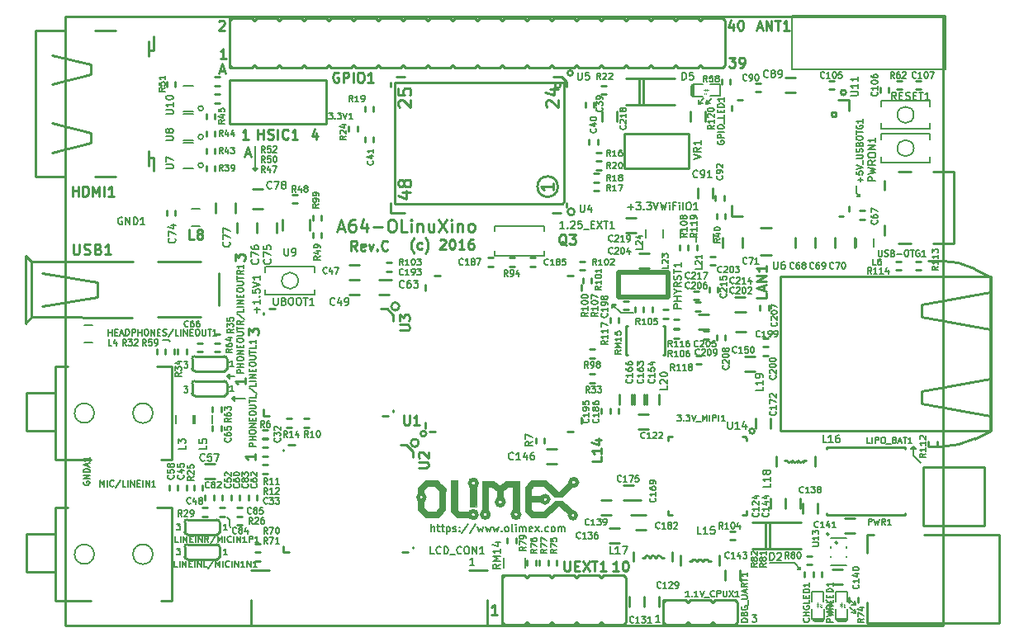
<source format=gbr>
G04 #@! TF.FileFunction,Legend,Top*
%FSLAX46Y46*%
G04 Gerber Fmt 4.6, Leading zero omitted, Abs format (unit mm)*
G04 Created by KiCad (PCBNEW 201609201018+7184~55~ubuntu14.04.1-) date Fri Sep 23 16:33:06 2016*
%MOMM*%
%LPD*%
G01*
G04 APERTURE LIST*
%ADD10C,0.100000*%
%ADD11C,0.200000*%
%ADD12C,0.254000*%
%ADD13C,0.158750*%
%ADD14C,0.190500*%
%ADD15C,0.279400*%
%ADD16C,0.150000*%
%ADD17C,0.050000*%
%ADD18C,0.127000*%
%ADD19C,0.203200*%
%ADD20C,0.700000*%
%ADD21C,0.400000*%
%ADD22C,0.500000*%
%ADD23C,0.250000*%
%ADD24C,0.508000*%
G04 APERTURE END LIST*
D10*
D11*
X175133000Y-94234000D02*
X175387000Y-94234000D01*
X175387000Y-93980000D02*
X175133000Y-94234000D01*
X175387000Y-94234000D02*
X175387000Y-93980000D01*
X174752000Y-93599000D02*
X175387000Y-94234000D01*
X172212000Y-93599000D02*
X174752000Y-93599000D01*
D12*
X116495285Y-41861619D02*
X115914714Y-41861619D01*
X116205000Y-41861619D02*
X116205000Y-40845619D01*
X116108238Y-40990761D01*
X116011476Y-41087523D01*
X115914714Y-41135904D01*
D11*
X119761000Y-53086000D02*
X119507000Y-53340000D01*
X119253000Y-53086000D02*
X119761000Y-53086000D01*
X119507000Y-53340000D02*
X119253000Y-53086000D01*
X119507000Y-50800000D02*
X119507000Y-53340000D01*
D12*
X115836095Y-43095333D02*
X116319904Y-43095333D01*
X115739333Y-43385619D02*
X116078000Y-42369619D01*
X116416666Y-43385619D01*
X118503095Y-51604333D02*
X118986904Y-51604333D01*
X118406333Y-51894619D02*
X118745000Y-50878619D01*
X119083666Y-51894619D01*
D11*
X116840000Y-74676000D02*
X116840000Y-74168000D01*
X116586000Y-74422000D02*
X116840000Y-74676000D01*
X116586000Y-74422000D02*
X116840000Y-74168000D01*
X117348000Y-76962000D02*
X117348000Y-76454000D01*
X117094000Y-76708000D02*
X117348000Y-76962000D01*
X117094000Y-76708000D02*
X117348000Y-76454000D01*
X118491000Y-76708000D02*
X117094000Y-76708000D01*
X117348000Y-74422000D02*
X116586000Y-74422000D01*
D12*
X118823619Y-70188666D02*
X118823619Y-69559714D01*
X119210666Y-69898380D01*
X119210666Y-69753238D01*
X119259047Y-69656476D01*
X119307428Y-69608095D01*
X119404190Y-69559714D01*
X119646095Y-69559714D01*
X119742857Y-69608095D01*
X119791238Y-69656476D01*
X119839619Y-69753238D01*
X119839619Y-70043523D01*
X119791238Y-70140285D01*
X119742857Y-70188666D01*
X119458619Y-82386714D02*
X119458619Y-82967285D01*
X119458619Y-82677000D02*
X118442619Y-82677000D01*
X118587761Y-82773761D01*
X118684523Y-82870523D01*
X118732904Y-82967285D01*
X117426619Y-62568666D02*
X117426619Y-61939714D01*
X117813666Y-62278380D01*
X117813666Y-62133238D01*
X117862047Y-62036476D01*
X117910428Y-61988095D01*
X118007190Y-61939714D01*
X118249095Y-61939714D01*
X118345857Y-61988095D01*
X118394238Y-62036476D01*
X118442619Y-62133238D01*
X118442619Y-62423523D01*
X118394238Y-62520285D01*
X118345857Y-62568666D01*
X118442619Y-74639714D02*
X118442619Y-75220285D01*
X118442619Y-74930000D02*
X117426619Y-74930000D01*
X117571761Y-75026761D01*
X117668523Y-75123523D01*
X117716904Y-75220285D01*
D11*
X110617000Y-70739000D02*
X110744000Y-70866000D01*
X109982000Y-70739000D02*
X110617000Y-70739000D01*
X116840000Y-89154000D02*
X116586000Y-88900000D01*
X116840000Y-89789000D02*
X116840000Y-89154000D01*
X116967000Y-89916000D02*
X116840000Y-89789000D01*
D13*
X116640428Y-92743261D02*
X116277571Y-92743261D01*
X116459000Y-92743261D02*
X116459000Y-92108261D01*
X116398523Y-92198976D01*
X116338047Y-92259452D01*
X116277571Y-92289690D01*
X111421333Y-92108261D02*
X111814428Y-92108261D01*
X111602761Y-92350166D01*
X111693476Y-92350166D01*
X111753952Y-92380404D01*
X111784190Y-92410642D01*
X111814428Y-92471119D01*
X111814428Y-92622309D01*
X111784190Y-92682785D01*
X111753952Y-92713023D01*
X111693476Y-92743261D01*
X111512047Y-92743261D01*
X111451571Y-92713023D01*
X111421333Y-92682785D01*
X116640428Y-90203261D02*
X116277571Y-90203261D01*
X116459000Y-90203261D02*
X116459000Y-89568261D01*
X116398523Y-89658976D01*
X116338047Y-89719452D01*
X116277571Y-89749690D01*
X111421333Y-89568261D02*
X111814428Y-89568261D01*
X111602761Y-89810166D01*
X111693476Y-89810166D01*
X111753952Y-89840404D01*
X111784190Y-89870642D01*
X111814428Y-89931119D01*
X111814428Y-90082309D01*
X111784190Y-90142785D01*
X111753952Y-90173023D01*
X111693476Y-90203261D01*
X111512047Y-90203261D01*
X111451571Y-90173023D01*
X111421333Y-90142785D01*
X112183333Y-72931261D02*
X112576428Y-72931261D01*
X112364761Y-73173166D01*
X112455476Y-73173166D01*
X112515952Y-73203404D01*
X112546190Y-73233642D01*
X112576428Y-73294119D01*
X112576428Y-73445309D01*
X112546190Y-73505785D01*
X112515952Y-73536023D01*
X112455476Y-73566261D01*
X112274047Y-73566261D01*
X112213571Y-73536023D01*
X112183333Y-73505785D01*
X112183333Y-75471261D02*
X112576428Y-75471261D01*
X112364761Y-75713166D01*
X112455476Y-75713166D01*
X112515952Y-75743404D01*
X112546190Y-75773642D01*
X112576428Y-75834119D01*
X112576428Y-75985309D01*
X112546190Y-76045785D01*
X112515952Y-76076023D01*
X112455476Y-76106261D01*
X112274047Y-76106261D01*
X112213571Y-76076023D01*
X112183333Y-76045785D01*
X117275428Y-75979261D02*
X116912571Y-75979261D01*
X117094000Y-75979261D02*
X117094000Y-75344261D01*
X117033523Y-75434976D01*
X116973047Y-75495452D01*
X116912571Y-75525690D01*
X117275428Y-73439261D02*
X116912571Y-73439261D01*
X117094000Y-73439261D02*
X117094000Y-72804261D01*
X117033523Y-72894976D01*
X116973047Y-72955452D01*
X116912571Y-72985690D01*
D11*
X181483000Y-55753000D02*
X181483000Y-56007000D01*
X181229000Y-56007000D02*
X181483000Y-55753000D01*
X181483000Y-56007000D02*
X181229000Y-56007000D01*
X181102000Y-55626000D02*
X181483000Y-56007000D01*
X181102000Y-54864000D02*
X181102000Y-55626000D01*
D14*
X141949714Y-93816714D02*
X141514285Y-93816714D01*
X141732000Y-93816714D02*
X141732000Y-93054714D01*
X141659428Y-93163571D01*
X141586857Y-93236142D01*
X141514285Y-93272428D01*
X160999714Y-99658714D02*
X160564285Y-99658714D01*
X160782000Y-99658714D02*
X160782000Y-98896714D01*
X160709428Y-99005571D01*
X160636857Y-99078142D01*
X160564285Y-99114428D01*
X170434000Y-98896714D02*
X170905714Y-98896714D01*
X170651714Y-99187000D01*
X170760571Y-99187000D01*
X170833142Y-99223285D01*
X170869428Y-99259571D01*
X170905714Y-99332142D01*
X170905714Y-99513571D01*
X170869428Y-99586142D01*
X170833142Y-99622428D01*
X170760571Y-99658714D01*
X170542857Y-99658714D01*
X170470285Y-99622428D01*
X170434000Y-99586142D01*
D12*
X144308285Y-98884619D02*
X143727714Y-98884619D01*
X144018000Y-98884619D02*
X144018000Y-97868619D01*
X143921238Y-98013761D01*
X143824476Y-98110523D01*
X143727714Y-98158904D01*
X156778476Y-94439619D02*
X156197904Y-94439619D01*
X156488190Y-94439619D02*
X156488190Y-93423619D01*
X156391428Y-93568761D01*
X156294666Y-93665523D01*
X156197904Y-93713904D01*
X157407428Y-93423619D02*
X157504190Y-93423619D01*
X157600952Y-93472000D01*
X157649333Y-93520380D01*
X157697714Y-93617142D01*
X157746095Y-93810666D01*
X157746095Y-94052571D01*
X157697714Y-94246095D01*
X157649333Y-94342857D01*
X157600952Y-94391238D01*
X157504190Y-94439619D01*
X157407428Y-94439619D01*
X157310666Y-94391238D01*
X157262285Y-94342857D01*
X157213904Y-94246095D01*
X157165523Y-94052571D01*
X157165523Y-93810666D01*
X157213904Y-93617142D01*
X157262285Y-93520380D01*
X157310666Y-93472000D01*
X157407428Y-93423619D01*
D11*
X156464000Y-67056000D02*
X156083000Y-67056000D01*
X156083000Y-67437000D02*
X156464000Y-67056000D01*
X156083000Y-67056000D02*
X156083000Y-67437000D01*
X156972000Y-67945000D02*
X156083000Y-67056000D01*
X158242000Y-67945000D02*
X156972000Y-67945000D01*
X186944000Y-82550000D02*
X186944000Y-81788000D01*
X187198000Y-81915000D02*
X186944000Y-81661000D01*
X186690000Y-81915000D02*
X187198000Y-81915000D01*
X186944000Y-81661000D02*
X186690000Y-81915000D01*
X187706000Y-83312000D02*
X186944000Y-82550000D01*
D12*
X125796523Y-49439285D02*
X125796523Y-50116619D01*
X125554619Y-49052238D02*
X125312714Y-49777952D01*
X125941666Y-49777952D01*
X118781285Y-50116619D02*
X118200714Y-50116619D01*
X118491000Y-50116619D02*
X118491000Y-49100619D01*
X118394238Y-49245761D01*
X118297476Y-49342523D01*
X118200714Y-49390904D01*
X115787714Y-38021380D02*
X115836095Y-37973000D01*
X115932857Y-37924619D01*
X116174761Y-37924619D01*
X116271523Y-37973000D01*
X116319904Y-38021380D01*
X116368285Y-38118142D01*
X116368285Y-38214904D01*
X116319904Y-38360047D01*
X115739333Y-38940619D01*
X116368285Y-38940619D01*
X168087523Y-41734619D02*
X168716476Y-41734619D01*
X168377809Y-42121666D01*
X168522952Y-42121666D01*
X168619714Y-42170047D01*
X168668095Y-42218428D01*
X168716476Y-42315190D01*
X168716476Y-42557095D01*
X168668095Y-42653857D01*
X168619714Y-42702238D01*
X168522952Y-42750619D01*
X168232666Y-42750619D01*
X168135904Y-42702238D01*
X168087523Y-42653857D01*
X169200285Y-42750619D02*
X169393809Y-42750619D01*
X169490571Y-42702238D01*
X169538952Y-42653857D01*
X169635714Y-42508714D01*
X169684095Y-42315190D01*
X169684095Y-41928142D01*
X169635714Y-41831380D01*
X169587333Y-41783000D01*
X169490571Y-41734619D01*
X169297047Y-41734619D01*
X169200285Y-41783000D01*
X169151904Y-41831380D01*
X169103523Y-41928142D01*
X169103523Y-42170047D01*
X169151904Y-42266809D01*
X169200285Y-42315190D01*
X169297047Y-42363571D01*
X169490571Y-42363571D01*
X169587333Y-42315190D01*
X169635714Y-42266809D01*
X169684095Y-42170047D01*
X168492714Y-38263285D02*
X168492714Y-38940619D01*
X168250809Y-37876238D02*
X168008904Y-38601952D01*
X168637857Y-38601952D01*
X169218428Y-37924619D02*
X169315190Y-37924619D01*
X169411952Y-37973000D01*
X169460333Y-38021380D01*
X169508714Y-38118142D01*
X169557095Y-38311666D01*
X169557095Y-38553571D01*
X169508714Y-38747095D01*
X169460333Y-38843857D01*
X169411952Y-38892238D01*
X169315190Y-38940619D01*
X169218428Y-38940619D01*
X169121666Y-38892238D01*
X169073285Y-38843857D01*
X169024904Y-38747095D01*
X168976523Y-38553571D01*
X168976523Y-38311666D01*
X169024904Y-38118142D01*
X169073285Y-38021380D01*
X169121666Y-37973000D01*
X169218428Y-37924619D01*
D14*
X137559142Y-90387714D02*
X137559142Y-89625714D01*
X137885714Y-90387714D02*
X137885714Y-89988571D01*
X137849428Y-89916000D01*
X137776857Y-89879714D01*
X137668000Y-89879714D01*
X137595428Y-89916000D01*
X137559142Y-89952285D01*
X138139714Y-89879714D02*
X138430000Y-89879714D01*
X138248571Y-89625714D02*
X138248571Y-90278857D01*
X138284857Y-90351428D01*
X138357428Y-90387714D01*
X138430000Y-90387714D01*
X138575142Y-89879714D02*
X138865428Y-89879714D01*
X138684000Y-89625714D02*
X138684000Y-90278857D01*
X138720285Y-90351428D01*
X138792857Y-90387714D01*
X138865428Y-90387714D01*
X139119428Y-89879714D02*
X139119428Y-90641714D01*
X139119428Y-89916000D02*
X139192000Y-89879714D01*
X139337142Y-89879714D01*
X139409714Y-89916000D01*
X139446000Y-89952285D01*
X139482285Y-90024857D01*
X139482285Y-90242571D01*
X139446000Y-90315142D01*
X139409714Y-90351428D01*
X139337142Y-90387714D01*
X139192000Y-90387714D01*
X139119428Y-90351428D01*
X139772571Y-90351428D02*
X139845142Y-90387714D01*
X139990285Y-90387714D01*
X140062857Y-90351428D01*
X140099142Y-90278857D01*
X140099142Y-90242571D01*
X140062857Y-90170000D01*
X139990285Y-90133714D01*
X139881428Y-90133714D01*
X139808857Y-90097428D01*
X139772571Y-90024857D01*
X139772571Y-89988571D01*
X139808857Y-89916000D01*
X139881428Y-89879714D01*
X139990285Y-89879714D01*
X140062857Y-89916000D01*
X140425714Y-90315142D02*
X140462000Y-90351428D01*
X140425714Y-90387714D01*
X140389428Y-90351428D01*
X140425714Y-90315142D01*
X140425714Y-90387714D01*
X140425714Y-89916000D02*
X140462000Y-89952285D01*
X140425714Y-89988571D01*
X140389428Y-89952285D01*
X140425714Y-89916000D01*
X140425714Y-89988571D01*
X141332857Y-89589428D02*
X140679714Y-90569142D01*
X142131142Y-89589428D02*
X141478000Y-90569142D01*
X142312571Y-89879714D02*
X142457714Y-90387714D01*
X142602857Y-90024857D01*
X142748000Y-90387714D01*
X142893142Y-89879714D01*
X143110857Y-89879714D02*
X143256000Y-90387714D01*
X143401142Y-90024857D01*
X143546285Y-90387714D01*
X143691428Y-89879714D01*
X143909142Y-89879714D02*
X144054285Y-90387714D01*
X144199428Y-90024857D01*
X144344571Y-90387714D01*
X144489714Y-89879714D01*
X144780000Y-90315142D02*
X144816285Y-90351428D01*
X144780000Y-90387714D01*
X144743714Y-90351428D01*
X144780000Y-90315142D01*
X144780000Y-90387714D01*
X145251714Y-90387714D02*
X145179142Y-90351428D01*
X145142857Y-90315142D01*
X145106571Y-90242571D01*
X145106571Y-90024857D01*
X145142857Y-89952285D01*
X145179142Y-89916000D01*
X145251714Y-89879714D01*
X145360571Y-89879714D01*
X145433142Y-89916000D01*
X145469428Y-89952285D01*
X145505714Y-90024857D01*
X145505714Y-90242571D01*
X145469428Y-90315142D01*
X145433142Y-90351428D01*
X145360571Y-90387714D01*
X145251714Y-90387714D01*
X145941142Y-90387714D02*
X145868571Y-90351428D01*
X145832285Y-90278857D01*
X145832285Y-89625714D01*
X146231428Y-90387714D02*
X146231428Y-89879714D01*
X146231428Y-89625714D02*
X146195142Y-89662000D01*
X146231428Y-89698285D01*
X146267714Y-89662000D01*
X146231428Y-89625714D01*
X146231428Y-89698285D01*
X146594285Y-90387714D02*
X146594285Y-89879714D01*
X146594285Y-89952285D02*
X146630571Y-89916000D01*
X146703142Y-89879714D01*
X146812000Y-89879714D01*
X146884571Y-89916000D01*
X146920857Y-89988571D01*
X146920857Y-90387714D01*
X146920857Y-89988571D02*
X146957142Y-89916000D01*
X147029714Y-89879714D01*
X147138571Y-89879714D01*
X147211142Y-89916000D01*
X147247428Y-89988571D01*
X147247428Y-90387714D01*
X147900571Y-90351428D02*
X147828000Y-90387714D01*
X147682857Y-90387714D01*
X147610285Y-90351428D01*
X147574000Y-90278857D01*
X147574000Y-89988571D01*
X147610285Y-89916000D01*
X147682857Y-89879714D01*
X147828000Y-89879714D01*
X147900571Y-89916000D01*
X147936857Y-89988571D01*
X147936857Y-90061142D01*
X147574000Y-90133714D01*
X148190857Y-90387714D02*
X148590000Y-89879714D01*
X148190857Y-89879714D02*
X148590000Y-90387714D01*
X148880285Y-90315142D02*
X148916571Y-90351428D01*
X148880285Y-90387714D01*
X148844000Y-90351428D01*
X148880285Y-90315142D01*
X148880285Y-90387714D01*
X149569714Y-90351428D02*
X149497142Y-90387714D01*
X149352000Y-90387714D01*
X149279428Y-90351428D01*
X149243142Y-90315142D01*
X149206857Y-90242571D01*
X149206857Y-90024857D01*
X149243142Y-89952285D01*
X149279428Y-89916000D01*
X149352000Y-89879714D01*
X149497142Y-89879714D01*
X149569714Y-89916000D01*
X150005142Y-90387714D02*
X149932571Y-90351428D01*
X149896285Y-90315142D01*
X149860000Y-90242571D01*
X149860000Y-90024857D01*
X149896285Y-89952285D01*
X149932571Y-89916000D01*
X150005142Y-89879714D01*
X150114000Y-89879714D01*
X150186571Y-89916000D01*
X150222857Y-89952285D01*
X150259142Y-90024857D01*
X150259142Y-90242571D01*
X150222857Y-90315142D01*
X150186571Y-90351428D01*
X150114000Y-90387714D01*
X150005142Y-90387714D01*
X150585714Y-90387714D02*
X150585714Y-89879714D01*
X150585714Y-89952285D02*
X150622000Y-89916000D01*
X150694571Y-89879714D01*
X150803428Y-89879714D01*
X150876000Y-89916000D01*
X150912285Y-89988571D01*
X150912285Y-90387714D01*
X150912285Y-89988571D02*
X150948571Y-89916000D01*
X151021142Y-89879714D01*
X151130000Y-89879714D01*
X151202571Y-89916000D01*
X151238857Y-89988571D01*
X151238857Y-90387714D01*
D12*
X135781142Y-61806666D02*
X135732761Y-61758285D01*
X135636000Y-61613142D01*
X135587619Y-61516380D01*
X135539238Y-61371238D01*
X135490857Y-61129333D01*
X135490857Y-60935809D01*
X135539238Y-60693904D01*
X135587619Y-60548761D01*
X135636000Y-60452000D01*
X135732761Y-60306857D01*
X135781142Y-60258476D01*
X136603619Y-61371238D02*
X136506857Y-61419619D01*
X136313333Y-61419619D01*
X136216571Y-61371238D01*
X136168190Y-61322857D01*
X136119809Y-61226095D01*
X136119809Y-60935809D01*
X136168190Y-60839047D01*
X136216571Y-60790666D01*
X136313333Y-60742285D01*
X136506857Y-60742285D01*
X136603619Y-60790666D01*
X136942285Y-61806666D02*
X136990666Y-61758285D01*
X137087428Y-61613142D01*
X137135809Y-61516380D01*
X137184190Y-61371238D01*
X137232571Y-61129333D01*
X137232571Y-60935809D01*
X137184190Y-60693904D01*
X137135809Y-60548761D01*
X137087428Y-60452000D01*
X136990666Y-60306857D01*
X136942285Y-60258476D01*
X138442095Y-60500380D02*
X138490476Y-60452000D01*
X138587238Y-60403619D01*
X138829142Y-60403619D01*
X138925904Y-60452000D01*
X138974285Y-60500380D01*
X139022666Y-60597142D01*
X139022666Y-60693904D01*
X138974285Y-60839047D01*
X138393714Y-61419619D01*
X139022666Y-61419619D01*
X139651619Y-60403619D02*
X139748380Y-60403619D01*
X139845142Y-60452000D01*
X139893523Y-60500380D01*
X139941904Y-60597142D01*
X139990285Y-60790666D01*
X139990285Y-61032571D01*
X139941904Y-61226095D01*
X139893523Y-61322857D01*
X139845142Y-61371238D01*
X139748380Y-61419619D01*
X139651619Y-61419619D01*
X139554857Y-61371238D01*
X139506476Y-61322857D01*
X139458095Y-61226095D01*
X139409714Y-61032571D01*
X139409714Y-60790666D01*
X139458095Y-60597142D01*
X139506476Y-60500380D01*
X139554857Y-60452000D01*
X139651619Y-60403619D01*
X140957904Y-61419619D02*
X140377333Y-61419619D01*
X140667619Y-61419619D02*
X140667619Y-60403619D01*
X140570857Y-60548761D01*
X140474095Y-60645523D01*
X140377333Y-60693904D01*
X141828761Y-60403619D02*
X141635238Y-60403619D01*
X141538476Y-60452000D01*
X141490095Y-60500380D01*
X141393333Y-60645523D01*
X141344952Y-60839047D01*
X141344952Y-61226095D01*
X141393333Y-61322857D01*
X141441714Y-61371238D01*
X141538476Y-61419619D01*
X141732000Y-61419619D01*
X141828761Y-61371238D01*
X141877142Y-61322857D01*
X141925523Y-61226095D01*
X141925523Y-60984190D01*
X141877142Y-60887428D01*
X141828761Y-60839047D01*
X141732000Y-60790666D01*
X141538476Y-60790666D01*
X141441714Y-60839047D01*
X141393333Y-60887428D01*
X141344952Y-60984190D01*
X129933095Y-61546619D02*
X129594428Y-61062809D01*
X129352523Y-61546619D02*
X129352523Y-60530619D01*
X129739571Y-60530619D01*
X129836333Y-60579000D01*
X129884714Y-60627380D01*
X129933095Y-60724142D01*
X129933095Y-60869285D01*
X129884714Y-60966047D01*
X129836333Y-61014428D01*
X129739571Y-61062809D01*
X129352523Y-61062809D01*
X130755571Y-61498238D02*
X130658809Y-61546619D01*
X130465285Y-61546619D01*
X130368523Y-61498238D01*
X130320142Y-61401476D01*
X130320142Y-61014428D01*
X130368523Y-60917666D01*
X130465285Y-60869285D01*
X130658809Y-60869285D01*
X130755571Y-60917666D01*
X130803952Y-61014428D01*
X130803952Y-61111190D01*
X130320142Y-61207952D01*
X131142619Y-60869285D02*
X131384523Y-61546619D01*
X131626428Y-60869285D01*
X132013476Y-61449857D02*
X132061857Y-61498238D01*
X132013476Y-61546619D01*
X131965095Y-61498238D01*
X132013476Y-61449857D01*
X132013476Y-61546619D01*
X133077857Y-61449857D02*
X133029476Y-61498238D01*
X132884333Y-61546619D01*
X132787571Y-61546619D01*
X132642428Y-61498238D01*
X132545666Y-61401476D01*
X132497285Y-61304714D01*
X132448904Y-61111190D01*
X132448904Y-60966047D01*
X132497285Y-60772523D01*
X132545666Y-60675761D01*
X132642428Y-60579000D01*
X132787571Y-60530619D01*
X132884333Y-60530619D01*
X133029476Y-60579000D01*
X133077857Y-60627380D01*
D15*
X128016000Y-59266666D02*
X128620761Y-59266666D01*
X127895047Y-59629523D02*
X128318380Y-58359523D01*
X128741714Y-59629523D01*
X129709333Y-58359523D02*
X129467428Y-58359523D01*
X129346476Y-58420000D01*
X129286000Y-58480476D01*
X129165047Y-58661904D01*
X129104571Y-58903809D01*
X129104571Y-59387619D01*
X129165047Y-59508571D01*
X129225523Y-59569047D01*
X129346476Y-59629523D01*
X129588380Y-59629523D01*
X129709333Y-59569047D01*
X129769809Y-59508571D01*
X129830285Y-59387619D01*
X129830285Y-59085238D01*
X129769809Y-58964285D01*
X129709333Y-58903809D01*
X129588380Y-58843333D01*
X129346476Y-58843333D01*
X129225523Y-58903809D01*
X129165047Y-58964285D01*
X129104571Y-59085238D01*
X130918857Y-58782857D02*
X130918857Y-59629523D01*
X130616476Y-58299047D02*
X130314095Y-59206190D01*
X131100285Y-59206190D01*
X131584095Y-59145714D02*
X132551714Y-59145714D01*
X133398380Y-58359523D02*
X133640285Y-58359523D01*
X133761238Y-58420000D01*
X133882190Y-58540952D01*
X133942666Y-58782857D01*
X133942666Y-59206190D01*
X133882190Y-59448095D01*
X133761238Y-59569047D01*
X133640285Y-59629523D01*
X133398380Y-59629523D01*
X133277428Y-59569047D01*
X133156476Y-59448095D01*
X133096000Y-59206190D01*
X133096000Y-58782857D01*
X133156476Y-58540952D01*
X133277428Y-58420000D01*
X133398380Y-58359523D01*
X135091714Y-59629523D02*
X134486952Y-59629523D01*
X134486952Y-58359523D01*
X135515047Y-59629523D02*
X135515047Y-58782857D01*
X135515047Y-58359523D02*
X135454571Y-58420000D01*
X135515047Y-58480476D01*
X135575523Y-58420000D01*
X135515047Y-58359523D01*
X135515047Y-58480476D01*
X136119809Y-58782857D02*
X136119809Y-59629523D01*
X136119809Y-58903809D02*
X136180285Y-58843333D01*
X136301238Y-58782857D01*
X136482666Y-58782857D01*
X136603619Y-58843333D01*
X136664095Y-58964285D01*
X136664095Y-59629523D01*
X137813142Y-58782857D02*
X137813142Y-59629523D01*
X137268857Y-58782857D02*
X137268857Y-59448095D01*
X137329333Y-59569047D01*
X137450285Y-59629523D01*
X137631714Y-59629523D01*
X137752666Y-59569047D01*
X137813142Y-59508571D01*
X138296952Y-58359523D02*
X139143619Y-59629523D01*
X139143619Y-58359523D02*
X138296952Y-59629523D01*
X139627428Y-59629523D02*
X139627428Y-58782857D01*
X139627428Y-58359523D02*
X139566952Y-58420000D01*
X139627428Y-58480476D01*
X139687904Y-58420000D01*
X139627428Y-58359523D01*
X139627428Y-58480476D01*
X140232190Y-58782857D02*
X140232190Y-59629523D01*
X140232190Y-58903809D02*
X140292666Y-58843333D01*
X140413619Y-58782857D01*
X140595047Y-58782857D01*
X140716000Y-58843333D01*
X140776476Y-58964285D01*
X140776476Y-59629523D01*
X141562666Y-59629523D02*
X141441714Y-59569047D01*
X141381238Y-59508571D01*
X141320761Y-59387619D01*
X141320761Y-59024761D01*
X141381238Y-58903809D01*
X141441714Y-58843333D01*
X141562666Y-58782857D01*
X141744095Y-58782857D01*
X141865047Y-58843333D01*
X141925523Y-58903809D01*
X141986000Y-59024761D01*
X141986000Y-59387619D01*
X141925523Y-59508571D01*
X141865047Y-59569047D01*
X141744095Y-59629523D01*
X141562666Y-59629523D01*
D12*
X100000000Y-37500000D02*
X100000000Y-100000000D01*
X190000000Y-37500000D02*
X100000000Y-37500000D01*
X190000000Y-100000000D02*
X190000000Y-37500000D01*
X100000000Y-100000000D02*
X190000000Y-100000000D01*
X150782000Y-44604000D02*
G75*
G03X150782000Y-44604000I-254000J0D01*
G01*
X152052000Y-43334000D02*
G75*
G03X152052000Y-43334000I-254000J0D01*
G01*
X150870000Y-43700000D02*
X151400000Y-44230000D01*
X150070000Y-43700000D02*
X150870000Y-43700000D01*
X134795000Y-43705000D02*
X133995000Y-43705000D01*
X134795000Y-57695000D02*
X133400000Y-57695000D01*
X150805000Y-57695000D02*
X150005000Y-57695000D01*
X151400000Y-57100000D02*
X151400000Y-56700000D01*
X151400000Y-44700000D02*
X151400000Y-44300000D01*
X133400000Y-44700000D02*
X133400000Y-44300000D01*
X133400000Y-57700000D02*
X133400000Y-56700000D01*
X179095400Y-99314000D02*
X180136800Y-99314000D01*
X180022500Y-99479100D02*
X179197000Y-99479100D01*
X179057300Y-99326700D02*
X179184300Y-99466400D01*
X180149500Y-99326700D02*
X180022500Y-99479100D01*
D16*
X180441600Y-98158300D02*
X181013100Y-98704400D01*
X181013100Y-98717100D02*
X180924200Y-98298000D01*
X181000400Y-98717100D02*
X180606700Y-98666300D01*
X181000400Y-97929700D02*
X180606700Y-97878900D01*
X181013100Y-97929700D02*
X180924200Y-97510600D01*
X180441600Y-97370900D02*
X181013100Y-97917000D01*
D17*
X179828000Y-97997000D02*
X179938000Y-98127000D01*
X179958000Y-98137000D02*
X179948000Y-98057000D01*
X179958000Y-98137000D02*
X179878000Y-98137000D01*
X179958000Y-97947000D02*
X179878000Y-97947000D01*
X179958000Y-97947000D02*
X179948000Y-97867000D01*
X179828000Y-97807000D02*
X179938000Y-97937000D01*
D10*
X179688000Y-98017000D02*
X179468000Y-98017000D01*
X179468000Y-97827000D02*
X179568000Y-97927000D01*
X179688000Y-97827000D02*
X179588000Y-97937000D01*
X179688000Y-97827000D02*
X179468000Y-97827000D01*
X179578000Y-97657000D02*
X179578000Y-98177000D01*
D18*
X180213000Y-98298000D02*
X180213000Y-99314000D01*
X178993800Y-99314000D02*
X178993800Y-98298000D01*
X180162200Y-96520000D02*
X178993800Y-96520000D01*
X178993800Y-96520000D02*
X178993800Y-97536000D01*
X180162200Y-96520000D02*
X180162200Y-97536000D01*
D12*
X186115960Y-81917540D02*
X186115960Y-81719420D01*
X186115960Y-81719420D02*
X178120040Y-81719420D01*
X178120040Y-81719420D02*
X178120040Y-81917540D01*
X178120040Y-88516460D02*
X178120040Y-88714580D01*
X178120040Y-88714580D02*
X186115960Y-88714580D01*
X186115960Y-88714580D02*
X186115960Y-88516460D01*
X143637000Y-63182500D02*
X143891000Y-63182500D01*
X143637000Y-63182500D02*
X143383000Y-63182500D01*
X143637000Y-62293500D02*
X143383000Y-62293500D01*
X143637000Y-62293500D02*
X143891000Y-62293500D01*
X164846000Y-55118000D02*
X164846000Y-56134000D01*
X166370000Y-55118000D02*
X166370000Y-56134000D01*
X120500000Y-81744500D02*
X120754000Y-81744500D01*
X120500000Y-81744500D02*
X120246000Y-81744500D01*
X120500000Y-80855500D02*
X120246000Y-80855500D01*
X120500000Y-80855500D02*
X120754000Y-80855500D01*
X120500000Y-83555500D02*
X120246000Y-83555500D01*
X120500000Y-83555500D02*
X120754000Y-83555500D01*
X120500000Y-84444500D02*
X120754000Y-84444500D01*
X120500000Y-84444500D02*
X120246000Y-84444500D01*
X153352500Y-46609000D02*
X153352500Y-46863000D01*
X153352500Y-46609000D02*
X153352500Y-46355000D01*
X154241500Y-46609000D02*
X154241500Y-46355000D01*
X154241500Y-46609000D02*
X154241500Y-46863000D01*
X153733500Y-50419000D02*
X153733500Y-50673000D01*
X153733500Y-50419000D02*
X153733500Y-50165000D01*
X154622500Y-50419000D02*
X154622500Y-50165000D01*
X154622500Y-50419000D02*
X154622500Y-50673000D01*
X130746500Y-50165000D02*
X130746500Y-50419000D01*
X130746500Y-50165000D02*
X130746500Y-49911000D01*
X131635500Y-50165000D02*
X131635500Y-49911000D01*
X131635500Y-50165000D02*
X131635500Y-50419000D01*
X130175000Y-62992000D02*
X129159000Y-62992000D01*
X130175000Y-64516000D02*
X129159000Y-64516000D01*
X115252500Y-86868000D02*
X115252500Y-86614000D01*
X115252500Y-86868000D02*
X115252500Y-87122000D01*
X114363500Y-86868000D02*
X114363500Y-87122000D01*
X114363500Y-86868000D02*
X114363500Y-86614000D01*
X129159000Y-66040000D02*
X130175000Y-66040000D01*
X129159000Y-64516000D02*
X130175000Y-64516000D01*
X116141500Y-86868000D02*
X116141500Y-87122000D01*
X116141500Y-86868000D02*
X116141500Y-86614000D01*
X117030500Y-86868000D02*
X117030500Y-86614000D01*
X117030500Y-86868000D02*
X117030500Y-87122000D01*
X115316000Y-83439000D02*
X114300000Y-83439000D01*
X115316000Y-84963000D02*
X114300000Y-84963000D01*
X110680500Y-85852000D02*
X110680500Y-86106000D01*
X110680500Y-85852000D02*
X110680500Y-85598000D01*
X111569500Y-85852000D02*
X111569500Y-85598000D01*
X111569500Y-85852000D02*
X111569500Y-86106000D01*
X117030500Y-86868000D02*
X117030500Y-87122000D01*
X117030500Y-86868000D02*
X117030500Y-86614000D01*
X117919500Y-86868000D02*
X117919500Y-86614000D01*
X117919500Y-86868000D02*
X117919500Y-87122000D01*
X118808500Y-86868000D02*
X118808500Y-87122000D01*
X118808500Y-86868000D02*
X118808500Y-86614000D01*
X119697500Y-86868000D02*
X119697500Y-86614000D01*
X119697500Y-86868000D02*
X119697500Y-87122000D01*
X133223000Y-64516000D02*
X132207000Y-64516000D01*
X133223000Y-66040000D02*
X132207000Y-66040000D01*
X115125500Y-79756000D02*
X115125500Y-80010000D01*
X115125500Y-79756000D02*
X115125500Y-79502000D01*
X116014500Y-79756000D02*
X116014500Y-79502000D01*
X116014500Y-79756000D02*
X116014500Y-80010000D01*
X113792000Y-71056500D02*
X113538000Y-71056500D01*
X113792000Y-71056500D02*
X114046000Y-71056500D01*
X113792000Y-71945500D02*
X114046000Y-71945500D01*
X113792000Y-71945500D02*
X113538000Y-71945500D01*
X181737000Y-58356500D02*
X181991000Y-58356500D01*
X181737000Y-58356500D02*
X181483000Y-58356500D01*
X181737000Y-57467500D02*
X181483000Y-57467500D01*
X181737000Y-57467500D02*
X181991000Y-57467500D01*
X174879000Y-60198000D02*
X174879000Y-61214000D01*
X176911000Y-60198000D02*
X176911000Y-61214000D01*
X176911000Y-60198000D02*
X176911000Y-61214000D01*
X178943000Y-60198000D02*
X178943000Y-61214000D01*
X178943000Y-60198000D02*
X178943000Y-61214000D01*
X180975000Y-60198000D02*
X180975000Y-61214000D01*
X169418000Y-61214000D02*
X169418000Y-60198000D01*
X167386000Y-61214000D02*
X167386000Y-60198000D01*
X110426500Y-57658000D02*
X110426500Y-57912000D01*
X110426500Y-57658000D02*
X110426500Y-57404000D01*
X111315500Y-57658000D02*
X111315500Y-57404000D01*
X111315500Y-57658000D02*
X111315500Y-57912000D01*
X119634000Y-58674000D02*
X119634000Y-59690000D01*
X121666000Y-58674000D02*
X121666000Y-59690000D01*
X117602000Y-58674000D02*
X117602000Y-59690000D01*
X119634000Y-58674000D02*
X119634000Y-59690000D01*
X115443000Y-56642000D02*
X115443000Y-57658000D01*
X117475000Y-56642000D02*
X117475000Y-57658000D01*
X120269000Y-55245000D02*
X119253000Y-55245000D01*
X120269000Y-57277000D02*
X119253000Y-57277000D01*
X174879000Y-43815000D02*
X173863000Y-43815000D01*
X174879000Y-45339000D02*
X173863000Y-45339000D01*
X171069000Y-44386500D02*
X170815000Y-44386500D01*
X171069000Y-44386500D02*
X171323000Y-44386500D01*
X171069000Y-45275500D02*
X171323000Y-45275500D01*
X171069000Y-45275500D02*
X170815000Y-45275500D01*
X167576500Y-56134000D02*
X167576500Y-55880000D01*
X167576500Y-56134000D02*
X167576500Y-56388000D01*
X166687500Y-56134000D02*
X166687500Y-56388000D01*
X166687500Y-56134000D02*
X166687500Y-55880000D01*
X178562000Y-44132500D02*
X178308000Y-44132500D01*
X178562000Y-44132500D02*
X178816000Y-44132500D01*
X178562000Y-45021500D02*
X178816000Y-45021500D01*
X178562000Y-45021500D02*
X178308000Y-45021500D01*
X183578500Y-45085000D02*
X183578500Y-45339000D01*
X183578500Y-45085000D02*
X183578500Y-44831000D01*
X184467500Y-45085000D02*
X184467500Y-44831000D01*
X184467500Y-45085000D02*
X184467500Y-45339000D01*
X187452000Y-45021500D02*
X187706000Y-45021500D01*
X187452000Y-45021500D02*
X187198000Y-45021500D01*
X187452000Y-44132500D02*
X187198000Y-44132500D01*
X187452000Y-44132500D02*
X187706000Y-44132500D01*
X159766000Y-78359000D02*
X158750000Y-78359000D01*
X159766000Y-79883000D02*
X158750000Y-79883000D01*
X172339000Y-86995000D02*
X172339000Y-88011000D01*
X173863000Y-86995000D02*
X173863000Y-88011000D01*
X160909000Y-98044000D02*
X160909000Y-97028000D01*
X159385000Y-98044000D02*
X159385000Y-97028000D01*
X159385000Y-98044000D02*
X159385000Y-97028000D01*
X157861000Y-98044000D02*
X157861000Y-97028000D01*
X156845000Y-90043000D02*
X155829000Y-90043000D01*
X156845000Y-91567000D02*
X155829000Y-91567000D01*
X175641000Y-87503000D02*
X175641000Y-88519000D01*
X177165000Y-87503000D02*
X177165000Y-88519000D01*
X155956000Y-87122000D02*
X154940000Y-87122000D01*
X155956000Y-88646000D02*
X154940000Y-88646000D01*
X178689000Y-95758000D02*
X179705000Y-95758000D01*
X178689000Y-94234000D02*
X179705000Y-94234000D01*
X179959000Y-90551000D02*
X180975000Y-90551000D01*
X179959000Y-89027000D02*
X180975000Y-89027000D01*
X169164000Y-95377000D02*
X169164000Y-94361000D01*
X167640000Y-95377000D02*
X167640000Y-94361000D01*
X173863000Y-86995000D02*
X173863000Y-88011000D01*
X175387000Y-86995000D02*
X175387000Y-88011000D01*
X149352000Y-83439000D02*
X150368000Y-83439000D01*
X149352000Y-81915000D02*
X150368000Y-81915000D01*
X170688000Y-72390000D02*
X169672000Y-72390000D01*
X170688000Y-73914000D02*
X169672000Y-73914000D01*
X160909000Y-77343000D02*
X160909000Y-76327000D01*
X159385000Y-77343000D02*
X159385000Y-76327000D01*
X159639000Y-77343000D02*
X159639000Y-76327000D01*
X158115000Y-77343000D02*
X158115000Y-76327000D01*
X158369000Y-77343000D02*
X158369000Y-76327000D01*
X156845000Y-77343000D02*
X156845000Y-76327000D01*
X159004000Y-87122000D02*
X157988000Y-87122000D01*
X159004000Y-88646000D02*
X157988000Y-88646000D01*
X170815000Y-78740000D02*
X170815000Y-79756000D01*
X172339000Y-78740000D02*
X172339000Y-79756000D01*
X158242000Y-85598000D02*
X157226000Y-85598000D01*
X158242000Y-87122000D02*
X157226000Y-87122000D01*
X158496000Y-90170000D02*
X159512000Y-90170000D01*
X158496000Y-88646000D02*
X159512000Y-88646000D01*
X147955000Y-62293500D02*
X147701000Y-62293500D01*
X147955000Y-62293500D02*
X148209000Y-62293500D01*
X147955000Y-63182500D02*
X148209000Y-63182500D01*
X147955000Y-63182500D02*
X147701000Y-63182500D01*
X156781500Y-77978000D02*
X156781500Y-77724000D01*
X156781500Y-77978000D02*
X156781500Y-78232000D01*
X155892500Y-77978000D02*
X155892500Y-78232000D01*
X155892500Y-77978000D02*
X155892500Y-77724000D01*
X133223000Y-63690500D02*
X132969000Y-63690500D01*
X133223000Y-63690500D02*
X133477000Y-63690500D01*
X133223000Y-64579500D02*
X133477000Y-64579500D01*
X133223000Y-64579500D02*
X132969000Y-64579500D01*
X155892500Y-77978000D02*
X155892500Y-77724000D01*
X155892500Y-77978000D02*
X155892500Y-78232000D01*
X155003500Y-77978000D02*
X155003500Y-78232000D01*
X155003500Y-77978000D02*
X155003500Y-77724000D01*
X172284000Y-89455000D02*
X172284000Y-92155000D01*
X175474000Y-89455000D02*
X170474000Y-89455000D01*
X171844000Y-89455000D02*
X171844000Y-92155000D01*
X170474000Y-92155000D02*
X175474000Y-92155000D01*
D18*
X111379000Y-78435200D02*
X111379000Y-79273400D01*
X113157000Y-78435200D02*
X113157000Y-79273400D01*
X102793800Y-70993000D02*
X101955600Y-70993000D01*
X102793800Y-69215000D02*
X101955600Y-69215000D01*
X113284000Y-78435200D02*
X113284000Y-79273400D01*
X115062000Y-78435200D02*
X115062000Y-79273400D01*
X182880000Y-61137800D02*
X182880000Y-60299600D01*
X181102000Y-61137800D02*
X181102000Y-60299600D01*
X113842800Y-57277000D02*
X113004600Y-57277000D01*
X113842800Y-59055000D02*
X113004600Y-59055000D01*
X144018000Y-59563000D02*
X144018000Y-59055000D01*
X144018000Y-59055000D02*
X149098000Y-59055000D01*
X149098000Y-59055000D02*
X149098000Y-59563000D01*
X149098000Y-61595000D02*
X149098000Y-62103000D01*
X149098000Y-62103000D02*
X144018000Y-62103000D01*
X144018000Y-62103000D02*
X144018000Y-61595000D01*
D12*
X154432000Y-54546500D02*
X154686000Y-54546500D01*
X154432000Y-54546500D02*
X154178000Y-54546500D01*
X154432000Y-53657500D02*
X154178000Y-53657500D01*
X154432000Y-53657500D02*
X154686000Y-53657500D01*
X154051000Y-75120500D02*
X154305000Y-75120500D01*
X154051000Y-75120500D02*
X153797000Y-75120500D01*
X154051000Y-74231500D02*
X153797000Y-74231500D01*
X154051000Y-74231500D02*
X154305000Y-74231500D01*
X115379500Y-53086000D02*
X115379500Y-52832000D01*
X115379500Y-53086000D02*
X115379500Y-53340000D01*
X114490500Y-53086000D02*
X114490500Y-53340000D01*
X114490500Y-53086000D02*
X114490500Y-52832000D01*
X114490500Y-51308000D02*
X114490500Y-51562000D01*
X114490500Y-51308000D02*
X114490500Y-51054000D01*
X115379500Y-51308000D02*
X115379500Y-51054000D01*
X115379500Y-51308000D02*
X115379500Y-51562000D01*
X115379500Y-49530000D02*
X115379500Y-49276000D01*
X115379500Y-49530000D02*
X115379500Y-49784000D01*
X114490500Y-49530000D02*
X114490500Y-49784000D01*
X114490500Y-49530000D02*
X114490500Y-49276000D01*
X114490500Y-47752000D02*
X114490500Y-48006000D01*
X114490500Y-47752000D02*
X114490500Y-47498000D01*
X115379500Y-47752000D02*
X115379500Y-47498000D01*
X115379500Y-47752000D02*
X115379500Y-48006000D01*
X154051000Y-71691500D02*
X153797000Y-71691500D01*
X154051000Y-71691500D02*
X154305000Y-71691500D01*
X154051000Y-72580500D02*
X154305000Y-72580500D01*
X154051000Y-72580500D02*
X153797000Y-72580500D01*
D18*
X144950180Y-93101160D02*
X144950180Y-94096840D01*
X147149820Y-94096840D02*
X147149820Y-93101160D01*
D12*
X171272200Y-61988700D02*
X172402500Y-61988700D01*
X171272200Y-59182000D02*
X172402500Y-59182000D01*
X122288300Y-58369200D02*
X122288300Y-59499500D01*
X125095000Y-58369200D02*
X125095000Y-59499500D01*
D16*
X178344133Y-90642440D02*
G75*
G03X178344133Y-90642440I-158053J0D01*
G01*
D19*
X180134260Y-93878400D02*
X178513740Y-93878400D01*
X178513740Y-91033600D02*
X180134260Y-91033600D01*
X178513740Y-92029280D02*
X178513740Y-91935300D01*
X178513740Y-92976700D02*
X178513740Y-92882720D01*
X180131720Y-92029280D02*
X180131720Y-91935300D01*
X180131720Y-92976700D02*
X180131720Y-92882720D01*
D16*
X179233133Y-91531440D02*
G75*
G03X179233133Y-91531440I-158053J0D01*
G01*
D12*
X166814500Y-58039000D02*
X166814500Y-58293000D01*
X166814500Y-58039000D02*
X166814500Y-57785000D01*
X167703500Y-58039000D02*
X167703500Y-57785000D01*
X167703500Y-58039000D02*
X167703500Y-58293000D01*
D18*
X174498000Y-37465000D02*
X190246000Y-37465000D01*
X190246000Y-37465000D02*
X190246000Y-42926000D01*
X190246000Y-42926000D02*
X174498000Y-42926000D01*
X174498000Y-42926000D02*
X174498000Y-37465000D01*
D12*
X119761000Y-92519500D02*
X120015000Y-92519500D01*
X119761000Y-92519500D02*
X119507000Y-92519500D01*
X119761000Y-91630500D02*
X119507000Y-91630500D01*
X119761000Y-91630500D02*
X120015000Y-91630500D01*
X119761000Y-93408500D02*
X120015000Y-93408500D01*
X119761000Y-93408500D02*
X119507000Y-93408500D01*
X119761000Y-92519500D02*
X119507000Y-92519500D01*
X119761000Y-92519500D02*
X120015000Y-92519500D01*
X181292500Y-97409000D02*
X181292500Y-97663000D01*
X181292500Y-97409000D02*
X181292500Y-97155000D01*
X180403500Y-97409000D02*
X180403500Y-97155000D01*
X180403500Y-97409000D02*
X180403500Y-97663000D01*
X176720500Y-94742000D02*
X176720500Y-94488000D01*
X176720500Y-94742000D02*
X176720500Y-94996000D01*
X175831500Y-94742000D02*
X175831500Y-94996000D01*
X175831500Y-94742000D02*
X175831500Y-94488000D01*
X153098500Y-64643000D02*
X153098500Y-64897000D01*
X153098500Y-64643000D02*
X153098500Y-64389000D01*
X153987500Y-64643000D02*
X153987500Y-64389000D01*
X153987500Y-64643000D02*
X153987500Y-64897000D01*
X153035000Y-62674500D02*
X152781000Y-62674500D01*
X153035000Y-62674500D02*
X153289000Y-62674500D01*
X153035000Y-63563500D02*
X153289000Y-63563500D01*
X153035000Y-63563500D02*
X152781000Y-63563500D01*
X133223000Y-62801500D02*
X132969000Y-62801500D01*
X133223000Y-62801500D02*
X133477000Y-62801500D01*
X133223000Y-63690500D02*
X133477000Y-63690500D01*
X133223000Y-63690500D02*
X132969000Y-63690500D01*
X168402000Y-91249500D02*
X168656000Y-91249500D01*
X168402000Y-91249500D02*
X168148000Y-91249500D01*
X168402000Y-90360500D02*
X168148000Y-90360500D01*
X168402000Y-90360500D02*
X168656000Y-90360500D01*
X176276000Y-92900500D02*
X176022000Y-92900500D01*
X176276000Y-92900500D02*
X176530000Y-92900500D01*
X176276000Y-93789500D02*
X176530000Y-93789500D01*
X176276000Y-93789500D02*
X176022000Y-93789500D01*
X177609500Y-94742000D02*
X177609500Y-94488000D01*
X177609500Y-94742000D02*
X177609500Y-94996000D01*
X176720500Y-94742000D02*
X176720500Y-94996000D01*
X176720500Y-94742000D02*
X176720500Y-94488000D01*
X150431500Y-93599000D02*
X150431500Y-93345000D01*
X150431500Y-93599000D02*
X150431500Y-93853000D01*
X149542500Y-93599000D02*
X149542500Y-93853000D01*
X149542500Y-93599000D02*
X149542500Y-93345000D01*
X148272500Y-93599000D02*
X148272500Y-93345000D01*
X148272500Y-93599000D02*
X148272500Y-93853000D01*
X147383500Y-93599000D02*
X147383500Y-93853000D01*
X147383500Y-93599000D02*
X147383500Y-93345000D01*
X149542500Y-93599000D02*
X149542500Y-93345000D01*
X149542500Y-93599000D02*
X149542500Y-93853000D01*
X148653500Y-93599000D02*
X148653500Y-93853000D01*
X148653500Y-93599000D02*
X148653500Y-93345000D01*
X146240500Y-91313000D02*
X146240500Y-91059000D01*
X146240500Y-91313000D02*
X146240500Y-91567000D01*
X145351500Y-91313000D02*
X145351500Y-91567000D01*
X145351500Y-91313000D02*
X145351500Y-91059000D01*
X113220500Y-85852000D02*
X113220500Y-86106000D01*
X113220500Y-85852000D02*
X113220500Y-85598000D01*
X114109500Y-85852000D02*
X114109500Y-85598000D01*
X114109500Y-85852000D02*
X114109500Y-86106000D01*
X117856000Y-88836500D02*
X117602000Y-88836500D01*
X117856000Y-88836500D02*
X118110000Y-88836500D01*
X117856000Y-89725500D02*
X118110000Y-89725500D01*
X117856000Y-89725500D02*
X117602000Y-89725500D01*
X114300000Y-88836500D02*
X114554000Y-88836500D01*
X114300000Y-88836500D02*
X114046000Y-88836500D01*
X114300000Y-87947500D02*
X114046000Y-87947500D01*
X114300000Y-87947500D02*
X114554000Y-87947500D01*
X110299500Y-71882000D02*
X110299500Y-71628000D01*
X110299500Y-71882000D02*
X110299500Y-72136000D01*
X109410500Y-71882000D02*
X109410500Y-72136000D01*
X109410500Y-71882000D02*
X109410500Y-71628000D01*
X115570000Y-70167500D02*
X115316000Y-70167500D01*
X115570000Y-70167500D02*
X115824000Y-70167500D01*
X115570000Y-71056500D02*
X115824000Y-71056500D01*
X115570000Y-71056500D02*
X115316000Y-71056500D01*
X123571000Y-55816500D02*
X123317000Y-55816500D01*
X123571000Y-55816500D02*
X123825000Y-55816500D01*
X123571000Y-56705500D02*
X123825000Y-56705500D01*
X123571000Y-56705500D02*
X123317000Y-56705500D01*
X126301500Y-59944000D02*
X126301500Y-59690000D01*
X126301500Y-59944000D02*
X126301500Y-60198000D01*
X125412500Y-59944000D02*
X125412500Y-60198000D01*
X125412500Y-59944000D02*
X125412500Y-59690000D01*
X115570000Y-46418500D02*
X115824000Y-46418500D01*
X115570000Y-46418500D02*
X115316000Y-46418500D01*
X115570000Y-45529500D02*
X115316000Y-45529500D01*
X115570000Y-45529500D02*
X115824000Y-45529500D01*
X115570000Y-45529500D02*
X115824000Y-45529500D01*
X115570000Y-45529500D02*
X115316000Y-45529500D01*
X115570000Y-44640500D02*
X115316000Y-44640500D01*
X115570000Y-44640500D02*
X115824000Y-44640500D01*
X110426500Y-44450000D02*
X110426500Y-44704000D01*
X110426500Y-44450000D02*
X110426500Y-44196000D01*
X111315500Y-44450000D02*
X111315500Y-44196000D01*
X111315500Y-44450000D02*
X111315500Y-44704000D01*
X115570000Y-43751500D02*
X115316000Y-43751500D01*
X115570000Y-43751500D02*
X115824000Y-43751500D01*
X115570000Y-44640500D02*
X115824000Y-44640500D01*
X115570000Y-44640500D02*
X115316000Y-44640500D01*
X154686000Y-51498500D02*
X154432000Y-51498500D01*
X154686000Y-51498500D02*
X154940000Y-51498500D01*
X154686000Y-52387500D02*
X154940000Y-52387500D01*
X154686000Y-52387500D02*
X154432000Y-52387500D01*
X154432000Y-54546500D02*
X154178000Y-54546500D01*
X154432000Y-54546500D02*
X154686000Y-54546500D01*
X154432000Y-55435500D02*
X154686000Y-55435500D01*
X154432000Y-55435500D02*
X154178000Y-55435500D01*
X131635500Y-46990000D02*
X131635500Y-46736000D01*
X131635500Y-46990000D02*
X131635500Y-47244000D01*
X130746500Y-46990000D02*
X130746500Y-47244000D01*
X130746500Y-46990000D02*
X130746500Y-46736000D01*
X154686000Y-52387500D02*
X154432000Y-52387500D01*
X154686000Y-52387500D02*
X154940000Y-52387500D01*
X154686000Y-53276500D02*
X154940000Y-53276500D01*
X154686000Y-53276500D02*
X154432000Y-53276500D01*
X155194000Y-45529500D02*
X155448000Y-45529500D01*
X155194000Y-45529500D02*
X154940000Y-45529500D01*
X155194000Y-44640500D02*
X154940000Y-44640500D01*
X155194000Y-44640500D02*
X155448000Y-44640500D01*
X129984500Y-49022000D02*
X129984500Y-48768000D01*
X129984500Y-49022000D02*
X129984500Y-49276000D01*
X129095500Y-49022000D02*
X129095500Y-49276000D01*
X129095500Y-49022000D02*
X129095500Y-48768000D01*
X148272500Y-81026000D02*
X148272500Y-81280000D01*
X148272500Y-81026000D02*
X148272500Y-80772000D01*
X149161500Y-81026000D02*
X149161500Y-80772000D01*
X149161500Y-81026000D02*
X149161500Y-81280000D01*
X120500000Y-82644500D02*
X120754000Y-82644500D01*
X120500000Y-82644500D02*
X120246000Y-82644500D01*
X120500000Y-81755500D02*
X120246000Y-81755500D01*
X120500000Y-81755500D02*
X120754000Y-81755500D01*
X120500000Y-82655500D02*
X120246000Y-82655500D01*
X120500000Y-82655500D02*
X120754000Y-82655500D01*
X120500000Y-83544500D02*
X120754000Y-83544500D01*
X120500000Y-83544500D02*
X120246000Y-83544500D01*
X120500000Y-79955500D02*
X120246000Y-79955500D01*
X120500000Y-79955500D02*
X120754000Y-79955500D01*
X120500000Y-80844500D02*
X120754000Y-80844500D01*
X120500000Y-80844500D02*
X120246000Y-80844500D01*
X124714000Y-78803500D02*
X124460000Y-78803500D01*
X124714000Y-78803500D02*
X124968000Y-78803500D01*
X124714000Y-79692500D02*
X124968000Y-79692500D01*
X124714000Y-79692500D02*
X124460000Y-79692500D01*
X122936000Y-79692500D02*
X123190000Y-79692500D01*
X122936000Y-79692500D02*
X122682000Y-79692500D01*
X122936000Y-78803500D02*
X122682000Y-78803500D01*
X122936000Y-78803500D02*
X123190000Y-78803500D01*
D10*
X147942300Y-85166200D02*
X149313900Y-85166200D01*
X149313900Y-85166200D02*
X149364700Y-85166200D01*
X149364700Y-85166200D02*
X150622000Y-86410800D01*
X146418300Y-85280500D02*
X146519900Y-85280500D01*
X146570700Y-85217000D02*
X146570700Y-85204300D01*
X146570700Y-85204300D02*
X145275300Y-85204300D01*
X145275300Y-85204300D02*
X145249900Y-85204300D01*
X145249900Y-85204300D02*
X144627600Y-85699600D01*
X146570700Y-88226900D02*
X146570700Y-85217000D01*
X142913100Y-85267800D02*
X142836900Y-85267800D01*
X142760700Y-85204300D02*
X144005300Y-85204300D01*
X144005300Y-85204300D02*
X144589500Y-85686900D01*
X142760700Y-88201500D02*
X142760700Y-85217000D01*
X142024100Y-87795100D02*
X142113000Y-87795100D01*
X141681200Y-87795100D02*
X141617700Y-87795100D01*
X141541500Y-87858600D02*
X142151100Y-87858600D01*
X142151100Y-87858600D02*
X142176500Y-87858600D01*
X142176500Y-87858600D02*
X142176500Y-85839300D01*
X141541500Y-85839300D02*
X141541500Y-87858600D01*
X140042900Y-85229700D02*
X140157200Y-85229700D01*
X139915900Y-85153500D02*
X140220700Y-85153500D01*
X140220700Y-85153500D02*
X140220700Y-88188800D01*
X139738100Y-85242400D02*
X139674600Y-85229700D01*
X139623800Y-85153500D02*
X139611100Y-85153500D01*
X139611100Y-85153500D02*
X139598400Y-85153500D01*
X139598400Y-85153500D02*
X139598400Y-88303100D01*
X139903200Y-85153500D02*
X139623800Y-85153500D01*
D20*
X139903200Y-88226900D02*
X139903200Y-85496400D01*
X146240500Y-85509100D02*
X146240500Y-88112600D01*
X138125200Y-85496400D02*
X137121900Y-85496400D01*
X138747500Y-86106000D02*
X138747500Y-88036400D01*
X136525000Y-86144100D02*
X136525000Y-86385400D01*
X136525000Y-88112600D02*
X137109200Y-88684100D01*
X136537700Y-88125300D02*
X136537700Y-87363300D01*
X137096500Y-88684100D02*
X138137900Y-88684100D01*
D21*
X149584659Y-87071200D02*
G75*
G03X149584659Y-87071200I-359659J0D01*
G01*
D20*
X148717000Y-87071200D02*
X147497800Y-87071200D01*
D21*
X152518135Y-85331300D02*
G75*
G03X152518135Y-85331300I-359435J0D01*
G01*
D20*
X151790400Y-85686900D02*
X150926800Y-86580600D01*
D22*
X150368000Y-86677500D02*
X150926800Y-86677500D01*
D20*
X149250400Y-85496400D02*
X150342600Y-86563200D01*
X148028500Y-85496400D02*
X149250400Y-85496400D01*
X147497800Y-85979000D02*
X147980400Y-85471000D01*
X147497800Y-86004400D02*
X147497800Y-88239600D01*
X147497800Y-88239600D02*
X147929600Y-88671400D01*
X147929600Y-88671400D02*
X149250400Y-88671400D01*
X149250400Y-88671400D02*
X150393400Y-87553800D01*
D22*
X150393400Y-87452200D02*
X150926800Y-87452200D01*
D20*
X151739600Y-88366600D02*
X150901400Y-87553800D01*
D21*
X152399266Y-88722200D02*
G75*
G03X152399266Y-88722200I-329466J0D01*
G01*
X146603729Y-88633300D02*
G75*
G03X146603729Y-88633300I-363229J0D01*
G01*
D20*
X145338800Y-85521800D02*
X146227800Y-85521800D01*
D21*
X144998518Y-87350600D02*
G75*
G03X144998518Y-87350600I-370918J0D01*
G01*
D20*
X144703800Y-86029800D02*
X145338800Y-85521800D01*
X144627600Y-86817200D02*
X144627600Y-86106000D01*
X143916400Y-85521800D02*
X144526000Y-86029800D01*
X143078200Y-85521800D02*
X143916400Y-85521800D01*
X143078200Y-88112600D02*
X143078200Y-85521800D01*
D21*
X143450559Y-88620600D02*
G75*
G03X143450559Y-88620600I-359659J0D01*
G01*
X142245218Y-85420200D02*
G75*
G03X142245218Y-85420200I-373518J0D01*
G01*
D20*
X141859000Y-85953600D02*
X141859000Y-87553800D01*
D21*
X142225324Y-88646000D02*
G75*
G03X142225324Y-88646000I-366324J0D01*
G01*
D20*
X141346200Y-88671400D02*
X140360400Y-88671400D01*
X140360400Y-88671400D02*
X139903200Y-88214200D01*
X138734800Y-88074500D02*
X138176000Y-88658700D01*
X138125200Y-85509100D02*
X138760200Y-86118700D01*
X136525000Y-86093300D02*
X137033000Y-85585300D01*
D21*
X136875147Y-86868000D02*
G75*
G03X136875147Y-86868000I-337447J0D01*
G01*
D12*
X125412500Y-58166000D02*
X125412500Y-58420000D01*
X125412500Y-58166000D02*
X125412500Y-57912000D01*
X126301500Y-58166000D02*
X126301500Y-57912000D01*
X126301500Y-58166000D02*
X126301500Y-58420000D01*
D18*
X187021738Y-51054000D02*
G75*
G03X187021738Y-51054000I-839738J0D01*
G01*
X188696600Y-50165000D02*
X188696600Y-49606200D01*
X188696600Y-52501800D02*
X188696600Y-51892200D01*
X183642000Y-50165000D02*
X183642000Y-49606200D01*
X183642000Y-52451000D02*
X183642000Y-51892200D01*
X188682000Y-49604000D02*
X183682000Y-49604000D01*
X188682000Y-52504000D02*
X183682000Y-52504000D01*
X187021738Y-47625000D02*
G75*
G03X187021738Y-47625000I-839738J0D01*
G01*
X188696600Y-46736000D02*
X188696600Y-46177200D01*
X188696600Y-49072800D02*
X188696600Y-48463200D01*
X183642000Y-46736000D02*
X183642000Y-46177200D01*
X183642000Y-49022000D02*
X183642000Y-48463200D01*
X188682000Y-46175000D02*
X183682000Y-46175000D01*
X188682000Y-49075000D02*
X183682000Y-49075000D01*
X123902738Y-64643000D02*
G75*
G03X123902738Y-64643000I-839738J0D01*
G01*
X120548400Y-65532000D02*
X120548400Y-66090800D01*
X120548400Y-63195200D02*
X120548400Y-63804800D01*
X125603000Y-65532000D02*
X125603000Y-66090800D01*
X125603000Y-63246000D02*
X125603000Y-63804800D01*
X120563000Y-66093000D02*
X125563000Y-66093000D01*
X120563000Y-63193000D02*
X125563000Y-63193000D01*
D12*
X111569500Y-71882000D02*
X111569500Y-71628000D01*
X111569500Y-71882000D02*
X111569500Y-72136000D01*
X112458500Y-71882000D02*
X112458500Y-72136000D01*
X112458500Y-71882000D02*
X112458500Y-71628000D01*
X185547000Y-44132500D02*
X185293000Y-44132500D01*
X185547000Y-44132500D02*
X185801000Y-44132500D01*
X185547000Y-45021500D02*
X185801000Y-45021500D01*
X185547000Y-45021500D02*
X185293000Y-45021500D01*
X145796000Y-62293500D02*
X145542000Y-62293500D01*
X145796000Y-62293500D02*
X146050000Y-62293500D01*
X145796000Y-63182500D02*
X146050000Y-63182500D01*
X145796000Y-63182500D02*
X145542000Y-63182500D01*
X169799000Y-67818000D02*
X168783000Y-67818000D01*
X169799000Y-69850000D02*
X168783000Y-69850000D01*
X158877000Y-63373000D02*
X159893000Y-63373000D01*
X158877000Y-61849000D02*
X159893000Y-61849000D01*
X165989000Y-68072000D02*
X164973000Y-68072000D01*
X165989000Y-69596000D02*
X164973000Y-69596000D01*
X168656000Y-67818000D02*
X169672000Y-67818000D01*
X168656000Y-66294000D02*
X169672000Y-66294000D01*
X155067000Y-47244000D02*
X155067000Y-48260000D01*
X156591000Y-47244000D02*
X156591000Y-48260000D01*
X158496000Y-58166000D02*
X157480000Y-58166000D01*
X158496000Y-59690000D02*
X157480000Y-59690000D01*
D18*
X166497000Y-60629800D02*
X166497000Y-59791600D01*
X164719000Y-60629800D02*
X164719000Y-59791600D01*
X163068000Y-60248800D02*
X163068000Y-59410600D01*
X161290000Y-60248800D02*
X161290000Y-59410600D01*
X161290000Y-60248800D02*
X161290000Y-59410600D01*
X159512000Y-60248800D02*
X159512000Y-59410600D01*
D12*
X157480000Y-66738500D02*
X157226000Y-66738500D01*
X157480000Y-66738500D02*
X157734000Y-66738500D01*
X157480000Y-67627500D02*
X157734000Y-67627500D01*
X157480000Y-67627500D02*
X157226000Y-67627500D01*
X161544000Y-67627500D02*
X161290000Y-67627500D01*
X161544000Y-67627500D02*
X161798000Y-67627500D01*
X161544000Y-68516500D02*
X161798000Y-68516500D01*
X161544000Y-68516500D02*
X161290000Y-68516500D01*
X162687000Y-69532500D02*
X162941000Y-69532500D01*
X162687000Y-69532500D02*
X162433000Y-69532500D01*
X162687000Y-68643500D02*
X162433000Y-68643500D01*
X162687000Y-68643500D02*
X162941000Y-68643500D01*
X158432500Y-67564000D02*
X158432500Y-67818000D01*
X158432500Y-67564000D02*
X158432500Y-67310000D01*
X159321500Y-67564000D02*
X159321500Y-67310000D01*
X159321500Y-67564000D02*
X159321500Y-67818000D01*
X163004500Y-61214000D02*
X163004500Y-61468000D01*
X163004500Y-61214000D02*
X163004500Y-60960000D01*
X163893500Y-61214000D02*
X163893500Y-60960000D01*
X163893500Y-61214000D02*
X163893500Y-61468000D01*
X189420500Y-81407000D02*
X189420500Y-81153000D01*
X189420500Y-81407000D02*
X189420500Y-81661000D01*
X188531500Y-81407000D02*
X188531500Y-81661000D01*
X188531500Y-81407000D02*
X188531500Y-81153000D01*
X187452000Y-63563500D02*
X187706000Y-63563500D01*
X187452000Y-63563500D02*
X187198000Y-63563500D01*
X187452000Y-62674500D02*
X187198000Y-62674500D01*
X187452000Y-62674500D02*
X187706000Y-62674500D01*
X185420000Y-62674500D02*
X185166000Y-62674500D01*
X185420000Y-62674500D02*
X185674000Y-62674500D01*
X185420000Y-63563500D02*
X185674000Y-63563500D01*
X185420000Y-63563500D02*
X185166000Y-63563500D01*
X162687000Y-69659500D02*
X162433000Y-69659500D01*
X162687000Y-69659500D02*
X162941000Y-69659500D01*
X162687000Y-70548500D02*
X162941000Y-70548500D01*
X162687000Y-70548500D02*
X162433000Y-70548500D01*
X156781500Y-68707000D02*
X156781500Y-68453000D01*
X156781500Y-68707000D02*
X156781500Y-68961000D01*
X155892500Y-68707000D02*
X155892500Y-68961000D01*
X155892500Y-68707000D02*
X155892500Y-68453000D01*
X164973000Y-72326500D02*
X164719000Y-72326500D01*
X164973000Y-72326500D02*
X165227000Y-72326500D01*
X164973000Y-73215500D02*
X165227000Y-73215500D01*
X164973000Y-73215500D02*
X164719000Y-73215500D01*
X163893500Y-61214000D02*
X163893500Y-61468000D01*
X163893500Y-61214000D02*
X163893500Y-60960000D01*
X164782500Y-61214000D02*
X164782500Y-60960000D01*
X164782500Y-61214000D02*
X164782500Y-61468000D01*
X165608000Y-48260000D02*
X165608000Y-47244000D01*
X164084000Y-48260000D02*
X164084000Y-47244000D01*
X161518600Y-72212200D02*
X161302700Y-72212200D01*
X161518600Y-69265800D02*
X161518600Y-72212200D01*
X161328100Y-69265800D02*
X161518600Y-69265800D01*
X157505400Y-72212200D02*
X157721300Y-72212200D01*
X157530800Y-69265800D02*
X157708600Y-69265800D01*
X157518100Y-69265800D02*
X157518100Y-72212200D01*
X171831000Y-70548500D02*
X171577000Y-70548500D01*
X171831000Y-70548500D02*
X172085000Y-70548500D01*
X171831000Y-71437500D02*
X172085000Y-71437500D01*
X171831000Y-71437500D02*
X171577000Y-71437500D01*
X171831000Y-71437500D02*
X171577000Y-71437500D01*
X171831000Y-71437500D02*
X172085000Y-71437500D01*
X171831000Y-72326500D02*
X172085000Y-72326500D01*
X171831000Y-72326500D02*
X171577000Y-72326500D01*
X166370000Y-63055500D02*
X166624000Y-63055500D01*
X166370000Y-63055500D02*
X166116000Y-63055500D01*
X166370000Y-62166500D02*
X166116000Y-62166500D01*
X166370000Y-62166500D02*
X166624000Y-62166500D01*
X164846000Y-67754500D02*
X165100000Y-67754500D01*
X164846000Y-67754500D02*
X164592000Y-67754500D01*
X164846000Y-66865500D02*
X164592000Y-66865500D01*
X164846000Y-66865500D02*
X165100000Y-66865500D01*
X172148500Y-67437000D02*
X172148500Y-67183000D01*
X172148500Y-67437000D02*
X172148500Y-67691000D01*
X171259500Y-67437000D02*
X171259500Y-67691000D01*
X171259500Y-67437000D02*
X171259500Y-67183000D01*
X167703500Y-70485000D02*
X167703500Y-70231000D01*
X167703500Y-70485000D02*
X167703500Y-70739000D01*
X166814500Y-70485000D02*
X166814500Y-70739000D01*
X166814500Y-70485000D02*
X166814500Y-70231000D01*
X165735000Y-70675500D02*
X165989000Y-70675500D01*
X165735000Y-70675500D02*
X165481000Y-70675500D01*
X165735000Y-69786500D02*
X165481000Y-69786500D01*
X165735000Y-69786500D02*
X165989000Y-69786500D01*
X166052500Y-65532000D02*
X166052500Y-65786000D01*
X166052500Y-65532000D02*
X166052500Y-65278000D01*
X166941500Y-65532000D02*
X166941500Y-65278000D01*
X166941500Y-65532000D02*
X166941500Y-65786000D01*
X164719000Y-66611500D02*
X164973000Y-66611500D01*
X164719000Y-66611500D02*
X164465000Y-66611500D01*
X164719000Y-65722500D02*
X164465000Y-65722500D01*
X164719000Y-65722500D02*
X164973000Y-65722500D01*
X160210500Y-67564000D02*
X160210500Y-67310000D01*
X160210500Y-67564000D02*
X160210500Y-67818000D01*
X159321500Y-67564000D02*
X159321500Y-67818000D01*
X159321500Y-67564000D02*
X159321500Y-67310000D01*
X159330000Y-43862000D02*
X159330000Y-46562000D01*
X162520000Y-43862000D02*
X157520000Y-43862000D01*
X158890000Y-43862000D02*
X158890000Y-46562000D01*
X157520000Y-46562000D02*
X162520000Y-46562000D01*
X157378400Y-49530000D02*
X157378400Y-53086000D01*
X163931600Y-49530000D02*
X163931600Y-53086000D01*
X157378400Y-53086000D02*
X163931600Y-53086000D01*
X157378400Y-49530000D02*
X163931600Y-49530000D01*
X168211500Y-44196000D02*
X168211500Y-43942000D01*
X168211500Y-44196000D02*
X168211500Y-44450000D01*
X167322500Y-44196000D02*
X167322500Y-44450000D01*
X167322500Y-44196000D02*
X167322500Y-43942000D01*
X111188500Y-71882000D02*
X111188500Y-71628000D01*
X111188500Y-71882000D02*
X111188500Y-72136000D01*
X110299500Y-71882000D02*
X110299500Y-72136000D01*
X110299500Y-71882000D02*
X110299500Y-71628000D01*
X115125500Y-77851000D02*
X115125500Y-78105000D01*
X115125500Y-77851000D02*
X115125500Y-77597000D01*
X116014500Y-77851000D02*
X116014500Y-77597000D01*
X116014500Y-77851000D02*
X116014500Y-78105000D01*
X115570000Y-71056500D02*
X115316000Y-71056500D01*
X115570000Y-71056500D02*
X115824000Y-71056500D01*
X115570000Y-71945500D02*
X115824000Y-71945500D01*
X115570000Y-71945500D02*
X115316000Y-71945500D01*
X108595160Y-40083740D02*
X108595160Y-40982900D01*
X108595160Y-40982900D02*
X108595160Y-41582340D01*
X108595160Y-51381660D02*
X108595160Y-51981100D01*
X108595160Y-51981100D02*
X108595160Y-52880260D01*
X105196640Y-53980080D02*
X103045260Y-53980080D01*
X99847400Y-53980080D02*
X96939100Y-53980080D01*
X96939100Y-53980080D02*
X96939100Y-38983920D01*
X96939100Y-38983920D02*
X99847400Y-38983920D01*
X103045260Y-38983920D02*
X105196640Y-38983920D01*
X109095540Y-53355240D02*
X109095540Y-51981100D01*
X109095540Y-51981100D02*
X108595160Y-51981100D01*
X108595160Y-40982900D02*
X109095540Y-40982900D01*
X109095540Y-40982900D02*
X109095540Y-39596060D01*
X98679000Y-48480980D02*
X102679500Y-49481740D01*
X102679500Y-49481740D02*
X102679500Y-50479960D01*
X102679500Y-50479960D02*
X98679000Y-51480720D01*
X98679000Y-44483020D02*
X102679500Y-43482260D01*
X102679500Y-43482260D02*
X102679500Y-42484040D01*
X102679500Y-42484040D02*
X98679000Y-41483280D01*
D19*
X114173000Y-46964600D02*
G75*
G03X114173000Y-46964600I-254000J0D01*
G01*
X113146840Y-47297340D02*
X112151160Y-47297340D01*
X113146840Y-44650660D02*
X112151160Y-44650660D01*
X114173000Y-49885600D02*
G75*
G03X114173000Y-49885600I-254000J0D01*
G01*
X113146840Y-50218340D02*
X112151160Y-50218340D01*
X113146840Y-47571660D02*
X112151160Y-47571660D01*
X114173000Y-52806600D02*
G75*
G03X114173000Y-52806600I-254000J0D01*
G01*
X113146840Y-53139340D02*
X112151160Y-53139340D01*
X113146840Y-50492660D02*
X112151160Y-50492660D01*
D12*
X106947500Y-62717000D02*
X96597000Y-62717000D01*
X106896700Y-68406600D02*
X96597000Y-68393900D01*
X113919800Y-68393900D02*
X109512900Y-68381200D01*
X113907100Y-62717000D02*
X109538300Y-62704300D01*
X115786700Y-63872700D02*
X115786700Y-67149300D01*
X97638400Y-63847300D02*
X103353400Y-64799800D01*
X103353400Y-64799800D02*
X103353400Y-66323800D01*
X103353400Y-66323800D02*
X97638400Y-67238200D01*
X96589380Y-68396440D02*
X95964540Y-69011120D01*
X95962000Y-62094700D02*
X96579220Y-62709380D01*
X96586840Y-62704300D02*
X96586840Y-68396440D01*
X95962000Y-62089620D02*
X95962000Y-69011120D01*
X119091000Y-94320000D02*
X120941000Y-94320000D01*
X141441000Y-94320000D02*
X143291000Y-94320000D01*
X143291000Y-94320000D02*
X143291000Y-94360000D01*
X143291000Y-97360000D02*
X143291000Y-100020000D01*
X143291000Y-100020000D02*
X119091000Y-100020000D01*
X119091000Y-100020000D02*
X119091000Y-97360000D01*
X119091000Y-94360000D02*
X119091000Y-94320000D01*
X135650000Y-92080000D02*
X135650000Y-91950000D01*
X135145000Y-92495000D02*
X134525000Y-92495000D01*
X122975000Y-92495000D02*
X122355000Y-92495000D01*
X135650000Y-82770000D02*
X135650000Y-82150000D01*
X122350000Y-92500000D02*
X122350000Y-91880000D01*
X122350000Y-82070000D02*
X122350000Y-81950000D01*
X122900000Y-81500000D02*
X123520000Y-81500000D01*
X134370000Y-81500000D02*
X135000000Y-81500000D01*
X135000000Y-81500000D02*
X135650000Y-82150000D01*
D23*
X136259609Y-81285000D02*
G75*
G03X136259609Y-81285000I-401609J0D01*
G01*
D12*
X133650000Y-78080000D02*
X133650000Y-77950000D01*
X133145000Y-78495000D02*
X132525000Y-78495000D01*
X120975000Y-78495000D02*
X120355000Y-78495000D01*
X133650000Y-68770000D02*
X133650000Y-68150000D01*
X120350000Y-78500000D02*
X120350000Y-77880000D01*
X120350000Y-68070000D02*
X120350000Y-67950000D01*
X120900000Y-67500000D02*
X121520000Y-67500000D01*
X132370000Y-67500000D02*
X133000000Y-67500000D01*
X133000000Y-67500000D02*
X133650000Y-68150000D01*
D23*
X134259609Y-67285000D02*
G75*
G03X134259609Y-67285000I-401609J0D01*
G01*
D12*
X116843000Y-44020000D02*
X126743000Y-44020000D01*
X116843000Y-48520000D02*
X126743000Y-48520000D01*
X116843000Y-48520000D02*
X116843000Y-44020000D01*
X126743000Y-48520000D02*
X126743000Y-44020000D01*
X147320000Y-42545000D02*
X147574000Y-42799000D01*
X147066000Y-42799000D02*
X147320000Y-42545000D01*
X144526000Y-42799000D02*
X142494000Y-42799000D01*
X144780000Y-42545000D02*
X144526000Y-42799000D01*
X145034000Y-42799000D02*
X144780000Y-42545000D01*
X147066000Y-42799000D02*
X145034000Y-42799000D01*
X142494000Y-42799000D02*
X142240000Y-42545000D01*
X142240000Y-37973000D02*
X142494000Y-37719000D01*
X149606000Y-42799000D02*
X147574000Y-42799000D01*
X149860000Y-42545000D02*
X149606000Y-42799000D01*
X152654000Y-42799000D02*
X152400000Y-42545000D01*
X152146000Y-42799000D02*
X150114000Y-42799000D01*
X152400000Y-42545000D02*
X152146000Y-42799000D01*
X152146000Y-37719000D02*
X152400000Y-37973000D01*
X150114000Y-37719000D02*
X152146000Y-37719000D01*
X149860000Y-37973000D02*
X150114000Y-37719000D01*
X149606000Y-37719000D02*
X149860000Y-37973000D01*
X147574000Y-37719000D02*
X149606000Y-37719000D01*
X147320000Y-37973000D02*
X147574000Y-37719000D01*
X147066000Y-37719000D02*
X147320000Y-37973000D01*
X145034000Y-37719000D02*
X147066000Y-37719000D01*
X144780000Y-37973000D02*
X145034000Y-37719000D01*
X144526000Y-37719000D02*
X144780000Y-37973000D01*
X142494000Y-37719000D02*
X144526000Y-37719000D01*
X152400000Y-37973000D02*
X152654000Y-37719000D01*
X152654000Y-37719000D02*
X154686000Y-37719000D01*
X157226000Y-37719000D02*
X157480000Y-37973000D01*
X154686000Y-42799000D02*
X152654000Y-42799000D01*
X150114000Y-42799000D02*
X149860000Y-42545000D01*
X157480000Y-42545000D02*
X157226000Y-42799000D01*
X155194000Y-37719000D02*
X157226000Y-37719000D01*
X154940000Y-37973000D02*
X155194000Y-37719000D01*
X157226000Y-42799000D02*
X155194000Y-42799000D01*
X154940000Y-42545000D02*
X154686000Y-42799000D01*
X155194000Y-42799000D02*
X154940000Y-42545000D01*
X154686000Y-37719000D02*
X154940000Y-37973000D01*
X157226000Y-37719000D02*
X157480000Y-37973000D01*
X157480000Y-42545000D02*
X157226000Y-42799000D01*
X157226000Y-42799000D02*
X155194000Y-42799000D01*
X155194000Y-37719000D02*
X157226000Y-37719000D01*
X154940000Y-37973000D02*
X155194000Y-37719000D01*
X155194000Y-42799000D02*
X154940000Y-42545000D01*
X160274000Y-42799000D02*
X160020000Y-42545000D01*
X160020000Y-37973000D02*
X160274000Y-37719000D01*
X160274000Y-37719000D02*
X162306000Y-37719000D01*
X162306000Y-42799000D02*
X160274000Y-42799000D01*
X162560000Y-42545000D02*
X162306000Y-42799000D01*
X162306000Y-37719000D02*
X162560000Y-37973000D01*
X159766000Y-37719000D02*
X160020000Y-37973000D01*
X160274000Y-42799000D02*
X160020000Y-42545000D01*
X160020000Y-42545000D02*
X159766000Y-42799000D01*
X162306000Y-42799000D02*
X160274000Y-42799000D01*
X160020000Y-37973000D02*
X160274000Y-37719000D01*
X160274000Y-37719000D02*
X162306000Y-37719000D01*
X162560000Y-42545000D02*
X162306000Y-42799000D01*
X159766000Y-42799000D02*
X157734000Y-42799000D01*
X162306000Y-37719000D02*
X162560000Y-37973000D01*
X157734000Y-37719000D02*
X159766000Y-37719000D01*
X157480000Y-37973000D02*
X157734000Y-37719000D01*
X157734000Y-42799000D02*
X157480000Y-42545000D01*
X162814000Y-42799000D02*
X162560000Y-42545000D01*
X162560000Y-37973000D02*
X162814000Y-37719000D01*
X162814000Y-37719000D02*
X164846000Y-37719000D01*
X167386000Y-37719000D02*
X167640000Y-37973000D01*
X164846000Y-42799000D02*
X162814000Y-42799000D01*
X167640000Y-42545000D02*
X167386000Y-42799000D01*
X167640000Y-40513000D02*
X167640000Y-42545000D01*
X165354000Y-37719000D02*
X167386000Y-37719000D01*
X165100000Y-37973000D02*
X165354000Y-37719000D01*
X167386000Y-42799000D02*
X165354000Y-42799000D01*
X165100000Y-42545000D02*
X164846000Y-42799000D01*
X165354000Y-42799000D02*
X165100000Y-42545000D01*
X164846000Y-37719000D02*
X165100000Y-37973000D01*
X167386000Y-37719000D02*
X167640000Y-37973000D01*
X167640000Y-42545000D02*
X167386000Y-42799000D01*
X167386000Y-42799000D02*
X165354000Y-42799000D01*
X165354000Y-37719000D02*
X167386000Y-37719000D01*
X165100000Y-37973000D02*
X165354000Y-37719000D01*
X165354000Y-42799000D02*
X165100000Y-42545000D01*
X167640000Y-37973000D02*
X167640000Y-40386000D01*
X116840000Y-37719000D02*
X116840000Y-40259000D01*
X139954000Y-42799000D02*
X139700000Y-42545000D01*
X139700000Y-37973000D02*
X139954000Y-37719000D01*
X139954000Y-37719000D02*
X141986000Y-37719000D01*
X141986000Y-42799000D02*
X139954000Y-42799000D01*
X142240000Y-42545000D02*
X141986000Y-42799000D01*
X141986000Y-37719000D02*
X142240000Y-37973000D01*
X139446000Y-37719000D02*
X139700000Y-37973000D01*
X139954000Y-42799000D02*
X139700000Y-42545000D01*
X139700000Y-42545000D02*
X139446000Y-42799000D01*
X141986000Y-42799000D02*
X139954000Y-42799000D01*
X139700000Y-37973000D02*
X139954000Y-37719000D01*
X139954000Y-37719000D02*
X141986000Y-37719000D01*
X142240000Y-42545000D02*
X141986000Y-42799000D01*
X139446000Y-42799000D02*
X137414000Y-42799000D01*
X141986000Y-37719000D02*
X142240000Y-37973000D01*
X137414000Y-37719000D02*
X139446000Y-37719000D01*
X137160000Y-37973000D02*
X137414000Y-37719000D01*
X137414000Y-42799000D02*
X137160000Y-42545000D01*
X132334000Y-42799000D02*
X132080000Y-42545000D01*
X132080000Y-37973000D02*
X132334000Y-37719000D01*
X132334000Y-37719000D02*
X134366000Y-37719000D01*
X136906000Y-37719000D02*
X137160000Y-37973000D01*
X134366000Y-42799000D02*
X132334000Y-42799000D01*
X137160000Y-42545000D02*
X136906000Y-42799000D01*
X134874000Y-37719000D02*
X136906000Y-37719000D01*
X134620000Y-37973000D02*
X134874000Y-37719000D01*
X136906000Y-42799000D02*
X134874000Y-42799000D01*
X134620000Y-42545000D02*
X134366000Y-42799000D01*
X134874000Y-42799000D02*
X134620000Y-42545000D01*
X134366000Y-37719000D02*
X134620000Y-37973000D01*
X136906000Y-37719000D02*
X137160000Y-37973000D01*
X137160000Y-42545000D02*
X136906000Y-42799000D01*
X136906000Y-42799000D02*
X134874000Y-42799000D01*
X134874000Y-37719000D02*
X136906000Y-37719000D01*
X134620000Y-37973000D02*
X134874000Y-37719000D01*
X134874000Y-42799000D02*
X134620000Y-42545000D01*
X129794000Y-42799000D02*
X129540000Y-42545000D01*
X129540000Y-37973000D02*
X129794000Y-37719000D01*
X129794000Y-37719000D02*
X131826000Y-37719000D01*
X131826000Y-42799000D02*
X129794000Y-42799000D01*
X132080000Y-42545000D02*
X131826000Y-42799000D01*
X131826000Y-37719000D02*
X132080000Y-37973000D01*
X129286000Y-37719000D02*
X129540000Y-37973000D01*
X129794000Y-42799000D02*
X129540000Y-42545000D01*
X129540000Y-42545000D02*
X129286000Y-42799000D01*
X131826000Y-42799000D02*
X129794000Y-42799000D01*
X129540000Y-37973000D02*
X129794000Y-37719000D01*
X129794000Y-37719000D02*
X131826000Y-37719000D01*
X132080000Y-42545000D02*
X131826000Y-42799000D01*
X124714000Y-42799000D02*
X124460000Y-42545000D01*
X129286000Y-42799000D02*
X127254000Y-42799000D01*
X131826000Y-37719000D02*
X132080000Y-37973000D01*
X127254000Y-37719000D02*
X129286000Y-37719000D01*
X127000000Y-37973000D02*
X127254000Y-37719000D01*
X116840000Y-37719000D02*
X117094000Y-37719000D01*
X117094000Y-37719000D02*
X119126000Y-37719000D01*
X119126000Y-37719000D02*
X119380000Y-37973000D01*
X119380000Y-37973000D02*
X119634000Y-37719000D01*
X119634000Y-37719000D02*
X121666000Y-37719000D01*
X121666000Y-37719000D02*
X121920000Y-37973000D01*
X121920000Y-37973000D02*
X122174000Y-37719000D01*
X122174000Y-37719000D02*
X124206000Y-37719000D01*
X124206000Y-37719000D02*
X124460000Y-37973000D01*
X124460000Y-37973000D02*
X124714000Y-37719000D01*
X124714000Y-37719000D02*
X126746000Y-37719000D01*
X126746000Y-37719000D02*
X127000000Y-37973000D01*
X127000000Y-42545000D02*
X126746000Y-42799000D01*
X126746000Y-42799000D02*
X124714000Y-42799000D01*
X127254000Y-42799000D02*
X127000000Y-42545000D01*
X124460000Y-42545000D02*
X124206000Y-42799000D01*
X124206000Y-42799000D02*
X122174000Y-42799000D01*
X116840000Y-37973000D02*
X117094000Y-37719000D01*
X117094000Y-42799000D02*
X116840000Y-42545000D01*
X117348000Y-42799000D02*
X116840000Y-42799000D01*
X121666000Y-42799000D02*
X119634000Y-42799000D01*
X119634000Y-42799000D02*
X119380000Y-42545000D01*
X119380000Y-42545000D02*
X119126000Y-42799000D01*
X119126000Y-42799000D02*
X117348000Y-42799000D01*
X121666000Y-42799000D02*
X121920000Y-42545000D01*
X121920000Y-42545000D02*
X122174000Y-42799000D01*
X116840000Y-40259000D02*
X116840000Y-42799000D01*
D23*
X150526269Y-54991000D02*
G75*
G03X150526269Y-54991000I-1047269J0D01*
G01*
D12*
X133799580Y-44353480D02*
X151193500Y-44353480D01*
X151193500Y-44353480D02*
X151193500Y-56535320D01*
X151193500Y-56535320D02*
X150987760Y-56738520D01*
X150987760Y-56738520D02*
X133799580Y-56738520D01*
X133799580Y-56738520D02*
X133799580Y-44353480D01*
X152241486Y-57576720D02*
G75*
G03X152241486Y-57576720I-352026J0D01*
G01*
X137930000Y-80150000D02*
X137350000Y-80150000D01*
X136950000Y-79170000D02*
X136950000Y-79750000D01*
X136950000Y-65050000D02*
X136950000Y-65630000D01*
X138430000Y-64150000D02*
X137850000Y-64150000D01*
X152950000Y-65050000D02*
X152950000Y-65630000D01*
X152050000Y-64150000D02*
X151470000Y-64150000D01*
X152950000Y-78670000D02*
X152950000Y-79250000D01*
X152060000Y-80150000D02*
X151480000Y-80150000D01*
X137032843Y-80350000D02*
G75*
G03X137032843Y-80350000I-282843J0D01*
G01*
X157480000Y-95109000D02*
X157480000Y-99709000D01*
X144780000Y-94869000D02*
X144780000Y-97409000D01*
X157226000Y-94869000D02*
X157480000Y-95109000D01*
X157480000Y-99709000D02*
X157226000Y-99949000D01*
X152654000Y-99949000D02*
X152400000Y-99695000D01*
X157226000Y-99949000D02*
X155194000Y-99949000D01*
X155194000Y-94869000D02*
X157226000Y-94869000D01*
X154940000Y-95123000D02*
X155194000Y-94869000D01*
X144780000Y-94869000D02*
X145034000Y-94869000D01*
X145034000Y-94869000D02*
X147066000Y-94869000D01*
X147066000Y-94869000D02*
X147320000Y-95123000D01*
X147320000Y-95123000D02*
X147574000Y-94869000D01*
X147574000Y-94869000D02*
X149606000Y-94869000D01*
X149606000Y-94869000D02*
X149860000Y-95123000D01*
X149860000Y-95123000D02*
X150114000Y-94869000D01*
X150114000Y-94869000D02*
X152146000Y-94869000D01*
X152146000Y-94869000D02*
X152400000Y-95123000D01*
X152400000Y-95123000D02*
X152654000Y-94869000D01*
X152654000Y-94869000D02*
X154686000Y-94869000D01*
X154686000Y-94869000D02*
X154940000Y-95123000D01*
X154940000Y-99695000D02*
X154686000Y-99949000D01*
X154686000Y-99949000D02*
X152654000Y-99949000D01*
X155194000Y-99949000D02*
X154940000Y-99695000D01*
X152400000Y-99695000D02*
X152146000Y-99949000D01*
X152146000Y-99949000D02*
X150114000Y-99949000D01*
X144780000Y-95123000D02*
X145034000Y-94869000D01*
X145034000Y-99949000D02*
X144780000Y-99695000D01*
X145288000Y-99949000D02*
X144780000Y-99949000D01*
X149606000Y-99949000D02*
X147574000Y-99949000D01*
X147574000Y-99949000D02*
X147320000Y-99695000D01*
X147320000Y-99695000D02*
X147066000Y-99949000D01*
X147066000Y-99949000D02*
X145288000Y-99949000D01*
X149606000Y-99949000D02*
X149860000Y-99695000D01*
X149860000Y-99695000D02*
X150114000Y-99949000D01*
X144780000Y-97409000D02*
X144780000Y-99949000D01*
X161290000Y-97409000D02*
X161544000Y-97409000D01*
X161544000Y-97409000D02*
X163576000Y-97409000D01*
X163576000Y-97409000D02*
X163830000Y-97663000D01*
X163830000Y-97663000D02*
X164084000Y-97409000D01*
X164084000Y-97409000D02*
X166116000Y-97409000D01*
X166116000Y-97409000D02*
X166370000Y-97663000D01*
X166370000Y-97663000D02*
X166624000Y-97409000D01*
X166624000Y-97409000D02*
X168656000Y-97409000D01*
X168656000Y-97409000D02*
X168910000Y-97663000D01*
X168910000Y-97663000D02*
X168910000Y-99695000D01*
X168910000Y-99695000D02*
X168656000Y-99949000D01*
X168656000Y-99949000D02*
X166624000Y-99949000D01*
X161290000Y-97663000D02*
X161544000Y-97409000D01*
X161544000Y-99949000D02*
X161290000Y-99695000D01*
X161798000Y-99949000D02*
X161290000Y-99949000D01*
X166116000Y-99949000D02*
X164084000Y-99949000D01*
X164084000Y-99949000D02*
X163830000Y-99695000D01*
X163830000Y-99695000D02*
X163576000Y-99949000D01*
X163576000Y-99949000D02*
X161798000Y-99949000D01*
X166116000Y-99949000D02*
X166370000Y-99695000D01*
X166370000Y-99695000D02*
X166624000Y-99949000D01*
X161290000Y-97409000D02*
X161290000Y-99949000D01*
X170688000Y-80073500D02*
G75*
G03X170688000Y-80073500I-254000J0D01*
G01*
X169859960Y-80845660D02*
X169661840Y-80647540D01*
X169661840Y-80647540D02*
X169461180Y-80647540D01*
X162262820Y-80647540D02*
X161864040Y-80647540D01*
X161864040Y-80647540D02*
X161864040Y-81046320D01*
X161864040Y-88244680D02*
X161864040Y-88643460D01*
X161864040Y-88643460D02*
X162262820Y-88643460D01*
X169461180Y-88643460D02*
X169859960Y-88643460D01*
X169859960Y-88643460D02*
X169859960Y-88244680D01*
X169859960Y-81046320D02*
X169859960Y-80845660D01*
X187985400Y-89804240D02*
X187982860Y-83748880D01*
X187980320Y-89806780D02*
X194289680Y-89806780D01*
X194289680Y-89806780D02*
X194289680Y-83726020D01*
X194289680Y-83726020D02*
X187995560Y-83726020D01*
X173355000Y-80035400D02*
X194945000Y-80035400D01*
X194945000Y-80035400D02*
X194945000Y-80010000D01*
X194945000Y-80010000D02*
X194945000Y-64262000D01*
X194945000Y-64262000D02*
X194945000Y-64236600D01*
X194945000Y-64236600D02*
X173355000Y-64236600D01*
X173355000Y-64236600D02*
X173355000Y-80035400D01*
X194945000Y-64262000D02*
X193250820Y-63416180D01*
X189842140Y-62611000D02*
X188468000Y-62611000D01*
X194945000Y-80010000D02*
X193250820Y-80855820D01*
X189842140Y-81661000D02*
X188468000Y-81661000D01*
X194818000Y-65786000D02*
X187833000Y-67056000D01*
X187833000Y-67056000D02*
X187833000Y-68326000D01*
X187833000Y-68326000D02*
X194818000Y-69596000D01*
X194818000Y-80010000D02*
X194818000Y-78486000D01*
X194818000Y-78486000D02*
X194818000Y-74676000D01*
X194818000Y-74676000D02*
X194818000Y-64262000D01*
X194818000Y-74676000D02*
X187833000Y-75946000D01*
X187833000Y-75946000D02*
X187833000Y-77216000D01*
X187833000Y-77216000D02*
X194818000Y-78486000D01*
X193242167Y-63411600D02*
G75*
G03X189842140Y-62611000I-3400027J-6819400D01*
G01*
X189851927Y-81660762D02*
G75*
G03X193250820Y-80855820I-9787J7619762D01*
G01*
D24*
X156718000Y-63754000D02*
X161798000Y-63754000D01*
X161798000Y-63754000D02*
X161798000Y-66294000D01*
X161798000Y-66294000D02*
X156718000Y-66294000D01*
X156718000Y-66294000D02*
X156718000Y-63754000D01*
D12*
X180371000Y-56990000D02*
X180371000Y-57480000D01*
X179371000Y-58070000D02*
X179791000Y-58070000D01*
X169471000Y-46070000D02*
X168981000Y-46070000D01*
X168371000Y-46660000D02*
X168371000Y-47160000D01*
X180063488Y-45330000D02*
G75*
G03X180063488Y-45330000I-262488J0D01*
G01*
X179113488Y-47610000D02*
G75*
G03X179113488Y-47610000I-262488J0D01*
G01*
X168371000Y-58070000D02*
X168371000Y-56960000D01*
X168371000Y-58070000D02*
X169481000Y-58070000D01*
X180361000Y-46070000D02*
X179261000Y-46070000D01*
X180361000Y-46070000D02*
X180361000Y-47180000D01*
X176877980Y-82687160D02*
X176877980Y-83682840D01*
X172880020Y-82687160D02*
X172880020Y-83682840D01*
X175978820Y-83085940D02*
X175778160Y-83085940D01*
X175778160Y-83085940D02*
X175635920Y-83225640D01*
X175493680Y-83284060D02*
X175460660Y-83284060D01*
X175318420Y-83225640D02*
X175178720Y-83085940D01*
X175178720Y-83085940D02*
X175036480Y-83225640D01*
X174894240Y-83284060D02*
X174863760Y-83284060D01*
X174721520Y-83225640D02*
X174579280Y-83085940D01*
X174579280Y-83085940D02*
X174439580Y-83225640D01*
X174297340Y-83284060D02*
X174264320Y-83284060D01*
X174122080Y-83225640D02*
X173979840Y-83085940D01*
X173979840Y-83085940D02*
X173779180Y-83085940D01*
X175495824Y-83285298D02*
G75*
G03X175635920Y-83225640I-2144J199358D01*
G01*
X175320813Y-83226276D02*
G75*
G03X175460660Y-83284060I139847J140336D01*
G01*
X174896384Y-83285298D02*
G75*
G03X175036480Y-83225640I-2144J199358D01*
G01*
X174723913Y-83226276D02*
G75*
G03X174863760Y-83284060I139847J140336D01*
G01*
X174299484Y-83285298D02*
G75*
G03X174439580Y-83225640I-2144J199358D01*
G01*
X174124473Y-83226276D02*
G75*
G03X174264320Y-83284060I139847J140336D01*
G01*
X163101020Y-93842840D02*
X163101020Y-92847160D01*
X167098980Y-93842840D02*
X167098980Y-92847160D01*
X164000180Y-93444060D02*
X164200840Y-93444060D01*
X164200840Y-93444060D02*
X164343080Y-93304360D01*
X164485320Y-93245940D02*
X164518340Y-93245940D01*
X164660580Y-93304360D02*
X164800280Y-93444060D01*
X164800280Y-93444060D02*
X164942520Y-93304360D01*
X165084760Y-93245940D02*
X165115240Y-93245940D01*
X165257480Y-93304360D02*
X165399720Y-93444060D01*
X165399720Y-93444060D02*
X165539420Y-93304360D01*
X165681660Y-93245940D02*
X165714680Y-93245940D01*
X165856920Y-93304360D02*
X165999160Y-93444060D01*
X165999160Y-93444060D02*
X166199820Y-93444060D01*
X164483176Y-93244702D02*
G75*
G03X164343080Y-93304360I2144J-199358D01*
G01*
X164658187Y-93303724D02*
G75*
G03X164518340Y-93245940I-139847J-140336D01*
G01*
X165082616Y-93244702D02*
G75*
G03X164942520Y-93304360I2144J-199358D01*
G01*
X165255087Y-93303724D02*
G75*
G03X165115240Y-93245940I-139847J-140336D01*
G01*
X165679516Y-93244702D02*
G75*
G03X165539420Y-93304360I2144J-199358D01*
G01*
X165854527Y-93303724D02*
G75*
G03X165714680Y-93245940I-139847J-140336D01*
G01*
X158275020Y-93461840D02*
X158275020Y-92466160D01*
X162272980Y-93461840D02*
X162272980Y-92466160D01*
X159174180Y-93063060D02*
X159374840Y-93063060D01*
X159374840Y-93063060D02*
X159517080Y-92923360D01*
X159659320Y-92864940D02*
X159692340Y-92864940D01*
X159834580Y-92923360D02*
X159974280Y-93063060D01*
X159974280Y-93063060D02*
X160116520Y-92923360D01*
X160258760Y-92864940D02*
X160289240Y-92864940D01*
X160431480Y-92923360D02*
X160573720Y-93063060D01*
X160573720Y-93063060D02*
X160713420Y-92923360D01*
X160855660Y-92864940D02*
X160888680Y-92864940D01*
X161030920Y-92923360D02*
X161173160Y-93063060D01*
X161173160Y-93063060D02*
X161373820Y-93063060D01*
X159657176Y-92863702D02*
G75*
G03X159517080Y-92923360I2144J-199358D01*
G01*
X159832187Y-92922724D02*
G75*
G03X159692340Y-92864940I-139847J-140336D01*
G01*
X160256616Y-92863702D02*
G75*
G03X160116520Y-92923360I2144J-199358D01*
G01*
X160429087Y-92922724D02*
G75*
G03X160289240Y-92864940I-139847J-140336D01*
G01*
X160853516Y-92863702D02*
G75*
G03X160713420Y-92923360I2144J-199358D01*
G01*
X161028527Y-92922724D02*
G75*
G03X160888680Y-92864940I-139847J-140336D01*
G01*
X189992000Y-53450000D02*
X189992000Y-60850000D01*
X185492000Y-60850000D02*
X186692000Y-60850000D01*
X183992000Y-58950000D02*
X183992000Y-59950000D01*
X183992000Y-54350000D02*
X183992000Y-55350000D01*
X188992000Y-53450000D02*
X191092000Y-53450000D01*
X191092000Y-53450000D02*
X191092000Y-60850000D01*
X191092000Y-60850000D02*
X188992000Y-60850000D01*
X185492000Y-53450000D02*
X186692000Y-53450000D01*
X111569500Y-85852000D02*
X111569500Y-86106000D01*
X111569500Y-85852000D02*
X111569500Y-85598000D01*
X112458500Y-85852000D02*
X112458500Y-85598000D01*
X112458500Y-85852000D02*
X112458500Y-86106000D01*
X115252500Y-86868000D02*
X115252500Y-87122000D01*
X115252500Y-86868000D02*
X115252500Y-86614000D01*
X116141500Y-86868000D02*
X116141500Y-86614000D01*
X116141500Y-86868000D02*
X116141500Y-87122000D01*
X117919500Y-86868000D02*
X117919500Y-87122000D01*
X117919500Y-86868000D02*
X117919500Y-86614000D01*
X118808500Y-86868000D02*
X118808500Y-86614000D01*
X118808500Y-86868000D02*
X118808500Y-87122000D01*
X116078000Y-88836500D02*
X116332000Y-88836500D01*
X116078000Y-88836500D02*
X115824000Y-88836500D01*
X116078000Y-87947500D02*
X115824000Y-87947500D01*
X116078000Y-87947500D02*
X116332000Y-87947500D01*
X117856000Y-87947500D02*
X117602000Y-87947500D01*
X117856000Y-87947500D02*
X118110000Y-87947500D01*
X117856000Y-88836500D02*
X118110000Y-88836500D01*
X117856000Y-88836500D02*
X117602000Y-88836500D01*
X182245000Y-99776000D02*
X195745000Y-99776000D01*
X195745000Y-99776000D02*
X195745000Y-90724000D01*
X182245000Y-99776000D02*
X182245000Y-97678000D01*
X182245000Y-90723720D02*
X182245000Y-92582000D01*
X195745000Y-90724000D02*
X188045000Y-90724000D01*
X182245000Y-90724000D02*
X182945000Y-90724000D01*
X112522000Y-91694000D02*
X115570000Y-91694000D01*
X112268000Y-91948000D02*
X112268000Y-92964000D01*
X115824000Y-91948000D02*
X115824000Y-92964000D01*
X115570000Y-93218000D02*
X112522000Y-93218000D01*
X112268000Y-92964000D02*
G75*
G03X112522000Y-93218000I254000J0D01*
G01*
X115570000Y-93218000D02*
G75*
G03X115824000Y-92964000I0J254000D01*
G01*
X115824000Y-91948000D02*
G75*
G03X115570000Y-91694000I-254000J0D01*
G01*
X112522000Y-91694000D02*
G75*
G03X112268000Y-91948000I0J-254000D01*
G01*
X112522000Y-89154000D02*
X115570000Y-89154000D01*
X112268000Y-89408000D02*
X112268000Y-90424000D01*
X115824000Y-89408000D02*
X115824000Y-90424000D01*
X115570000Y-90678000D02*
X112522000Y-90678000D01*
X112268000Y-90424000D02*
G75*
G03X112522000Y-90678000I254000J0D01*
G01*
X115570000Y-90678000D02*
G75*
G03X115824000Y-90424000I0J254000D01*
G01*
X115824000Y-89408000D02*
G75*
G03X115570000Y-89154000I-254000J0D01*
G01*
X112522000Y-89154000D02*
G75*
G03X112268000Y-89408000I0J-254000D01*
G01*
X113284000Y-74930000D02*
X116332000Y-74930000D01*
X113030000Y-75184000D02*
X113030000Y-76200000D01*
X116586000Y-75184000D02*
X116586000Y-76200000D01*
X116332000Y-76454000D02*
X113284000Y-76454000D01*
X113030000Y-76200000D02*
G75*
G03X113284000Y-76454000I254000J0D01*
G01*
X116332000Y-76454000D02*
G75*
G03X116586000Y-76200000I0J254000D01*
G01*
X116586000Y-75184000D02*
G75*
G03X116332000Y-74930000I-254000J0D01*
G01*
X113284000Y-74930000D02*
G75*
G03X113030000Y-75184000I0J-254000D01*
G01*
X113284000Y-72390000D02*
X116332000Y-72390000D01*
X113030000Y-72644000D02*
X113030000Y-73660000D01*
X116586000Y-72644000D02*
X116586000Y-73660000D01*
X116332000Y-73914000D02*
X113284000Y-73914000D01*
X113030000Y-73660000D02*
G75*
G03X113284000Y-73914000I254000J0D01*
G01*
X116332000Y-73914000D02*
G75*
G03X116586000Y-73660000I0J254000D01*
G01*
X116586000Y-72644000D02*
G75*
G03X116332000Y-72390000I-254000J0D01*
G01*
X113284000Y-72390000D02*
G75*
G03X113030000Y-72644000I0J-254000D01*
G01*
X164338000Y-44602400D02*
X164338000Y-45643800D01*
X164172900Y-45529500D02*
X164172900Y-44704000D01*
X164325300Y-44564300D02*
X164185600Y-44691300D01*
X164325300Y-45656500D02*
X164172900Y-45529500D01*
D16*
X165493700Y-45948600D02*
X164947600Y-46520100D01*
X164934900Y-46520100D02*
X165354000Y-46431200D01*
X164934900Y-46507400D02*
X164985700Y-46113700D01*
X165722300Y-46507400D02*
X165773100Y-46113700D01*
X165722300Y-46520100D02*
X166141400Y-46431200D01*
X166281100Y-45948600D02*
X165735000Y-46520100D01*
D17*
X165655000Y-45335000D02*
X165525000Y-45445000D01*
X165515000Y-45465000D02*
X165595000Y-45455000D01*
X165515000Y-45465000D02*
X165515000Y-45385000D01*
X165705000Y-45465000D02*
X165705000Y-45385000D01*
X165705000Y-45465000D02*
X165785000Y-45455000D01*
X165845000Y-45335000D02*
X165715000Y-45445000D01*
D10*
X165635000Y-45195000D02*
X165635000Y-44975000D01*
X165825000Y-44975000D02*
X165725000Y-45075000D01*
X165825000Y-45195000D02*
X165715000Y-45095000D01*
X165825000Y-45195000D02*
X165825000Y-44975000D01*
X165995000Y-45085000D02*
X165475000Y-45085000D01*
D18*
X165354000Y-45720000D02*
X164338000Y-45720000D01*
X164338000Y-44500800D02*
X165354000Y-44500800D01*
X167132000Y-45669200D02*
X167132000Y-44500800D01*
X167132000Y-44500800D02*
X166116000Y-44500800D01*
X167132000Y-45669200D02*
X166116000Y-45669200D01*
D12*
X176682400Y-99314000D02*
X177723800Y-99314000D01*
X177609500Y-99479100D02*
X176784000Y-99479100D01*
X176644300Y-99326700D02*
X176771300Y-99466400D01*
X177736500Y-99326700D02*
X177609500Y-99479100D01*
D16*
X178028600Y-98158300D02*
X178600100Y-98704400D01*
X178600100Y-98717100D02*
X178511200Y-98298000D01*
X178587400Y-98717100D02*
X178193700Y-98666300D01*
X178587400Y-97929700D02*
X178193700Y-97878900D01*
X178600100Y-97929700D02*
X178511200Y-97510600D01*
X178028600Y-97370900D02*
X178600100Y-97917000D01*
D17*
X177415000Y-97997000D02*
X177525000Y-98127000D01*
X177545000Y-98137000D02*
X177535000Y-98057000D01*
X177545000Y-98137000D02*
X177465000Y-98137000D01*
X177545000Y-97947000D02*
X177465000Y-97947000D01*
X177545000Y-97947000D02*
X177535000Y-97867000D01*
X177415000Y-97807000D02*
X177525000Y-97937000D01*
D10*
X177275000Y-98017000D02*
X177055000Y-98017000D01*
X177055000Y-97827000D02*
X177155000Y-97927000D01*
X177275000Y-97827000D02*
X177175000Y-97937000D01*
X177275000Y-97827000D02*
X177055000Y-97827000D01*
X177165000Y-97657000D02*
X177165000Y-98177000D01*
D18*
X177800000Y-98298000D02*
X177800000Y-99314000D01*
X176580800Y-99314000D02*
X176580800Y-98298000D01*
X177749200Y-96520000D02*
X176580800Y-96520000D01*
X176580800Y-96520000D02*
X176580800Y-97536000D01*
X177749200Y-96520000D02*
X177749200Y-97536000D01*
D12*
X96005000Y-80080400D02*
X99015000Y-80080400D01*
X96005000Y-76140400D02*
X96005000Y-80080400D01*
X99015000Y-76140400D02*
X96005000Y-76140400D01*
D16*
X102982249Y-78232000D02*
G75*
G03X102982249Y-78232000I-1001249J0D01*
G01*
X109000727Y-78232000D02*
G75*
G03X109000727Y-78232000I-1019727J0D01*
G01*
D12*
X99034600Y-73431400D02*
X100291900Y-73431400D01*
X99034600Y-78232000D02*
X99034600Y-73431400D01*
X110972600Y-73444100D02*
X109410500Y-73444100D01*
X110985300Y-78244700D02*
X110972600Y-73444100D01*
X99034600Y-78232000D02*
X99034600Y-83032600D01*
X110972600Y-83019900D02*
X109816900Y-83019900D01*
X110985300Y-78232000D02*
X110972600Y-83019900D01*
X99021900Y-83019900D02*
X102654100Y-83019900D01*
X99021900Y-97497900D02*
X102654100Y-97497900D01*
X110985300Y-92710000D02*
X110972600Y-97497900D01*
X110972600Y-97497900D02*
X109816900Y-97497900D01*
X99034600Y-92710000D02*
X99034600Y-97510600D01*
X110985300Y-92722700D02*
X110972600Y-87922100D01*
X110972600Y-87922100D02*
X109410500Y-87922100D01*
X99034600Y-92710000D02*
X99034600Y-87909400D01*
X99034600Y-87909400D02*
X100291900Y-87909400D01*
D16*
X109000727Y-92710000D02*
G75*
G03X109000727Y-92710000I-1019727J0D01*
G01*
X102982249Y-92710000D02*
G75*
G03X102982249Y-92710000I-1001249J0D01*
G01*
D12*
X99015000Y-90618400D02*
X96005000Y-90618400D01*
X96005000Y-90618400D02*
X96005000Y-94558400D01*
X96005000Y-94558400D02*
X99015000Y-94558400D01*
D14*
X152581428Y-43270714D02*
X152581428Y-43887571D01*
X152617714Y-43960142D01*
X152654000Y-43996428D01*
X152726571Y-44032714D01*
X152871714Y-44032714D01*
X152944285Y-43996428D01*
X152980571Y-43960142D01*
X153016857Y-43887571D01*
X153016857Y-43270714D01*
X153742571Y-43270714D02*
X153379714Y-43270714D01*
X153343428Y-43633571D01*
X153379714Y-43597285D01*
X153452285Y-43561000D01*
X153633714Y-43561000D01*
X153706285Y-43597285D01*
X153742571Y-43633571D01*
X153778857Y-43706142D01*
X153778857Y-43887571D01*
X153742571Y-43960142D01*
X153706285Y-43996428D01*
X153633714Y-44032714D01*
X153452285Y-44032714D01*
X153379714Y-43996428D01*
X153343428Y-43960142D01*
D13*
X178722261Y-99673833D02*
X178087261Y-99673833D01*
X178087261Y-99431928D01*
X178117500Y-99371452D01*
X178147738Y-99341214D01*
X178208214Y-99310976D01*
X178298928Y-99310976D01*
X178359404Y-99341214D01*
X178389642Y-99371452D01*
X178419880Y-99431928D01*
X178419880Y-99673833D01*
X178087261Y-99099309D02*
X178722261Y-98948119D01*
X178268690Y-98827166D01*
X178722261Y-98706214D01*
X178087261Y-98555023D01*
X178722261Y-97950261D02*
X178419880Y-98161928D01*
X178722261Y-98313119D02*
X178087261Y-98313119D01*
X178087261Y-98071214D01*
X178117500Y-98010738D01*
X178147738Y-97980500D01*
X178208214Y-97950261D01*
X178298928Y-97950261D01*
X178359404Y-97980500D01*
X178389642Y-98010738D01*
X178419880Y-98071214D01*
X178419880Y-98313119D01*
X178722261Y-97375738D02*
X178722261Y-97678119D01*
X178087261Y-97678119D01*
X178389642Y-97164071D02*
X178389642Y-96952404D01*
X178722261Y-96861690D02*
X178722261Y-97164071D01*
X178087261Y-97164071D01*
X178087261Y-96861690D01*
X178722261Y-96589547D02*
X178087261Y-96589547D01*
X178087261Y-96438357D01*
X178117500Y-96347642D01*
X178177976Y-96287166D01*
X178238452Y-96256928D01*
X178359404Y-96226690D01*
X178450119Y-96226690D01*
X178571071Y-96256928D01*
X178631547Y-96287166D01*
X178692023Y-96347642D01*
X178722261Y-96438357D01*
X178722261Y-96589547D01*
X178722261Y-95621928D02*
X178722261Y-95984785D01*
X178722261Y-95803357D02*
X178087261Y-95803357D01*
X178177976Y-95863833D01*
X178238452Y-95924309D01*
X178268690Y-95984785D01*
D14*
X178072142Y-81243714D02*
X177709285Y-81243714D01*
X177709285Y-80481714D01*
X178725285Y-81243714D02*
X178289857Y-81243714D01*
X178507571Y-81243714D02*
X178507571Y-80481714D01*
X178435000Y-80590571D01*
X178362428Y-80663142D01*
X178289857Y-80699428D01*
X179378428Y-80481714D02*
X179233285Y-80481714D01*
X179160714Y-80518000D01*
X179124428Y-80554285D01*
X179051857Y-80663142D01*
X179015571Y-80808285D01*
X179015571Y-81098571D01*
X179051857Y-81171142D01*
X179088142Y-81207428D01*
X179160714Y-81243714D01*
X179305857Y-81243714D01*
X179378428Y-81207428D01*
X179414714Y-81171142D01*
X179451000Y-81098571D01*
X179451000Y-80917142D01*
X179414714Y-80844571D01*
X179378428Y-80808285D01*
X179305857Y-80772000D01*
X179160714Y-80772000D01*
X179088142Y-80808285D01*
X179051857Y-80844571D01*
X179015571Y-80917142D01*
D13*
X140804404Y-62956785D02*
X140774166Y-62987023D01*
X140683452Y-63017261D01*
X140622976Y-63017261D01*
X140532261Y-62987023D01*
X140471785Y-62926547D01*
X140441547Y-62866071D01*
X140411309Y-62745119D01*
X140411309Y-62654404D01*
X140441547Y-62533452D01*
X140471785Y-62472976D01*
X140532261Y-62412500D01*
X140622976Y-62382261D01*
X140683452Y-62382261D01*
X140774166Y-62412500D01*
X140804404Y-62442738D01*
X141409166Y-63017261D02*
X141046309Y-63017261D01*
X141227738Y-63017261D02*
X141227738Y-62382261D01*
X141167261Y-62472976D01*
X141106785Y-62533452D01*
X141046309Y-62563690D01*
X141772023Y-62654404D02*
X141711547Y-62624166D01*
X141681309Y-62593928D01*
X141651071Y-62533452D01*
X141651071Y-62503214D01*
X141681309Y-62442738D01*
X141711547Y-62412500D01*
X141772023Y-62382261D01*
X141892976Y-62382261D01*
X141953452Y-62412500D01*
X141983690Y-62442738D01*
X142013928Y-62503214D01*
X142013928Y-62533452D01*
X141983690Y-62593928D01*
X141953452Y-62624166D01*
X141892976Y-62654404D01*
X141772023Y-62654404D01*
X141711547Y-62684642D01*
X141681309Y-62714880D01*
X141651071Y-62775357D01*
X141651071Y-62896309D01*
X141681309Y-62956785D01*
X141711547Y-62987023D01*
X141772023Y-63017261D01*
X141892976Y-63017261D01*
X141953452Y-62987023D01*
X141983690Y-62956785D01*
X142013928Y-62896309D01*
X142013928Y-62775357D01*
X141983690Y-62714880D01*
X141953452Y-62684642D01*
X141892976Y-62654404D01*
X142225595Y-62382261D02*
X142648928Y-62382261D01*
X142376785Y-63017261D01*
D14*
X164864142Y-53993142D02*
X164827857Y-54029428D01*
X164719000Y-54065714D01*
X164646428Y-54065714D01*
X164537571Y-54029428D01*
X164465000Y-53956857D01*
X164428714Y-53884285D01*
X164392428Y-53739142D01*
X164392428Y-53630285D01*
X164428714Y-53485142D01*
X164465000Y-53412571D01*
X164537571Y-53340000D01*
X164646428Y-53303714D01*
X164719000Y-53303714D01*
X164827857Y-53340000D01*
X164864142Y-53376285D01*
X165227000Y-54065714D02*
X165372142Y-54065714D01*
X165444714Y-54029428D01*
X165481000Y-53993142D01*
X165553571Y-53884285D01*
X165589857Y-53739142D01*
X165589857Y-53448857D01*
X165553571Y-53376285D01*
X165517285Y-53340000D01*
X165444714Y-53303714D01*
X165299571Y-53303714D01*
X165227000Y-53340000D01*
X165190714Y-53376285D01*
X165154428Y-53448857D01*
X165154428Y-53630285D01*
X165190714Y-53702857D01*
X165227000Y-53739142D01*
X165299571Y-53775428D01*
X165444714Y-53775428D01*
X165517285Y-53739142D01*
X165553571Y-53702857D01*
X165589857Y-53630285D01*
X166315571Y-54065714D02*
X165880142Y-54065714D01*
X166097857Y-54065714D02*
X166097857Y-53303714D01*
X166025285Y-53412571D01*
X165952714Y-53485142D01*
X165880142Y-53521428D01*
D13*
X122019785Y-80799214D02*
X122050023Y-80829452D01*
X122080261Y-80920166D01*
X122080261Y-80980642D01*
X122050023Y-81071357D01*
X121989547Y-81131833D01*
X121929071Y-81162071D01*
X121808119Y-81192309D01*
X121717404Y-81192309D01*
X121596452Y-81162071D01*
X121535976Y-81131833D01*
X121475500Y-81071357D01*
X121445261Y-80980642D01*
X121445261Y-80920166D01*
X121475500Y-80829452D01*
X121505738Y-80799214D01*
X121445261Y-80587547D02*
X121445261Y-80194452D01*
X121687166Y-80406119D01*
X121687166Y-80315404D01*
X121717404Y-80254928D01*
X121747642Y-80224690D01*
X121808119Y-80194452D01*
X121959309Y-80194452D01*
X122019785Y-80224690D01*
X122050023Y-80254928D01*
X122080261Y-80315404D01*
X122080261Y-80496833D01*
X122050023Y-80557309D01*
X122019785Y-80587547D01*
X121505738Y-79952547D02*
X121475500Y-79922309D01*
X121445261Y-79861833D01*
X121445261Y-79710642D01*
X121475500Y-79650166D01*
X121505738Y-79619928D01*
X121566214Y-79589690D01*
X121626690Y-79589690D01*
X121717404Y-79619928D01*
X122080261Y-79982785D01*
X122080261Y-79589690D01*
X120749785Y-87475785D02*
X120719547Y-87506023D01*
X120628833Y-87536261D01*
X120568357Y-87536261D01*
X120477642Y-87506023D01*
X120417166Y-87445547D01*
X120386928Y-87385071D01*
X120356690Y-87264119D01*
X120356690Y-87173404D01*
X120386928Y-87052452D01*
X120417166Y-86991976D01*
X120477642Y-86931500D01*
X120568357Y-86901261D01*
X120628833Y-86901261D01*
X120719547Y-86931500D01*
X120749785Y-86961738D01*
X120961452Y-86901261D02*
X121354547Y-86901261D01*
X121142880Y-87143166D01*
X121233595Y-87143166D01*
X121294071Y-87173404D01*
X121324309Y-87203642D01*
X121354547Y-87264119D01*
X121354547Y-87415309D01*
X121324309Y-87475785D01*
X121294071Y-87506023D01*
X121233595Y-87536261D01*
X121052166Y-87536261D01*
X120991690Y-87506023D01*
X120961452Y-87475785D01*
X121566214Y-86901261D02*
X121959309Y-86901261D01*
X121747642Y-87143166D01*
X121838357Y-87143166D01*
X121898833Y-87173404D01*
X121929071Y-87203642D01*
X121959309Y-87264119D01*
X121959309Y-87415309D01*
X121929071Y-87475785D01*
X121898833Y-87506023D01*
X121838357Y-87536261D01*
X121656928Y-87536261D01*
X121596452Y-87506023D01*
X121566214Y-87475785D01*
X155039785Y-46890214D02*
X155070023Y-46920452D01*
X155100261Y-47011166D01*
X155100261Y-47071642D01*
X155070023Y-47162357D01*
X155009547Y-47222833D01*
X154949071Y-47253071D01*
X154828119Y-47283309D01*
X154737404Y-47283309D01*
X154616452Y-47253071D01*
X154555976Y-47222833D01*
X154495500Y-47162357D01*
X154465261Y-47071642D01*
X154465261Y-47011166D01*
X154495500Y-46920452D01*
X154525738Y-46890214D01*
X154465261Y-46678547D02*
X154465261Y-46285452D01*
X154707166Y-46497119D01*
X154707166Y-46406404D01*
X154737404Y-46345928D01*
X154767642Y-46315690D01*
X154828119Y-46285452D01*
X154979309Y-46285452D01*
X155039785Y-46315690D01*
X155070023Y-46345928D01*
X155100261Y-46406404D01*
X155100261Y-46587833D01*
X155070023Y-46648309D01*
X155039785Y-46678547D01*
X155100261Y-45983071D02*
X155100261Y-45862119D01*
X155070023Y-45801642D01*
X155039785Y-45771404D01*
X154949071Y-45710928D01*
X154828119Y-45680690D01*
X154586214Y-45680690D01*
X154525738Y-45710928D01*
X154495500Y-45741166D01*
X154465261Y-45801642D01*
X154465261Y-45922595D01*
X154495500Y-45983071D01*
X154525738Y-46013309D01*
X154586214Y-46043547D01*
X154737404Y-46043547D01*
X154797880Y-46013309D01*
X154828119Y-45983071D01*
X154858357Y-45922595D01*
X154858357Y-45801642D01*
X154828119Y-45741166D01*
X154797880Y-45710928D01*
X154737404Y-45680690D01*
X154404785Y-49049214D02*
X154435023Y-49079452D01*
X154465261Y-49170166D01*
X154465261Y-49230642D01*
X154435023Y-49321357D01*
X154374547Y-49381833D01*
X154314071Y-49412071D01*
X154193119Y-49442309D01*
X154102404Y-49442309D01*
X153981452Y-49412071D01*
X153920976Y-49381833D01*
X153860500Y-49321357D01*
X153830261Y-49230642D01*
X153830261Y-49170166D01*
X153860500Y-49079452D01*
X153890738Y-49049214D01*
X154041928Y-48504928D02*
X154465261Y-48504928D01*
X153800023Y-48656119D02*
X154253595Y-48807309D01*
X154253595Y-48414214D01*
X153830261Y-48051357D02*
X153830261Y-47990880D01*
X153860500Y-47930404D01*
X153890738Y-47900166D01*
X153951214Y-47869928D01*
X154072166Y-47839690D01*
X154223357Y-47839690D01*
X154344309Y-47869928D01*
X154404785Y-47900166D01*
X154435023Y-47930404D01*
X154465261Y-47990880D01*
X154465261Y-48051357D01*
X154435023Y-48111833D01*
X154404785Y-48142071D01*
X154344309Y-48172309D01*
X154223357Y-48202547D01*
X154072166Y-48202547D01*
X153951214Y-48172309D01*
X153890738Y-48142071D01*
X153860500Y-48111833D01*
X153830261Y-48051357D01*
X131544785Y-52351214D02*
X131575023Y-52381452D01*
X131605261Y-52472166D01*
X131605261Y-52532642D01*
X131575023Y-52623357D01*
X131514547Y-52683833D01*
X131454071Y-52714071D01*
X131333119Y-52744309D01*
X131242404Y-52744309D01*
X131121452Y-52714071D01*
X131060976Y-52683833D01*
X131000500Y-52623357D01*
X130970261Y-52532642D01*
X130970261Y-52472166D01*
X131000500Y-52381452D01*
X131030738Y-52351214D01*
X131181928Y-51806928D02*
X131605261Y-51806928D01*
X130940023Y-51958119D02*
X131393595Y-52109309D01*
X131393595Y-51716214D01*
X131605261Y-51141690D02*
X131605261Y-51504547D01*
X131605261Y-51323119D02*
X130970261Y-51323119D01*
X131060976Y-51383595D01*
X131121452Y-51444071D01*
X131151690Y-51504547D01*
X126845785Y-63853785D02*
X126815547Y-63884023D01*
X126724833Y-63914261D01*
X126664357Y-63914261D01*
X126573642Y-63884023D01*
X126513166Y-63823547D01*
X126482928Y-63763071D01*
X126452690Y-63642119D01*
X126452690Y-63551404D01*
X126482928Y-63430452D01*
X126513166Y-63369976D01*
X126573642Y-63309500D01*
X126664357Y-63279261D01*
X126724833Y-63279261D01*
X126815547Y-63309500D01*
X126845785Y-63339738D01*
X127390071Y-63490928D02*
X127390071Y-63914261D01*
X127238880Y-63249023D02*
X127087690Y-63702595D01*
X127480785Y-63702595D01*
X127662214Y-63279261D02*
X128085547Y-63279261D01*
X127813404Y-63914261D01*
X112875785Y-87475785D02*
X112845547Y-87506023D01*
X112754833Y-87536261D01*
X112694357Y-87536261D01*
X112603642Y-87506023D01*
X112543166Y-87445547D01*
X112512928Y-87385071D01*
X112482690Y-87264119D01*
X112482690Y-87173404D01*
X112512928Y-87052452D01*
X112543166Y-86991976D01*
X112603642Y-86931500D01*
X112694357Y-86901261D01*
X112754833Y-86901261D01*
X112845547Y-86931500D01*
X112875785Y-86961738D01*
X113420071Y-87112928D02*
X113420071Y-87536261D01*
X113268880Y-86871023D02*
X113117690Y-87324595D01*
X113510785Y-87324595D01*
X113843404Y-87173404D02*
X113782928Y-87143166D01*
X113752690Y-87112928D01*
X113722452Y-87052452D01*
X113722452Y-87022214D01*
X113752690Y-86961738D01*
X113782928Y-86931500D01*
X113843404Y-86901261D01*
X113964357Y-86901261D01*
X114024833Y-86931500D01*
X114055071Y-86961738D01*
X114085309Y-87022214D01*
X114085309Y-87052452D01*
X114055071Y-87112928D01*
X114024833Y-87143166D01*
X113964357Y-87173404D01*
X113843404Y-87173404D01*
X113782928Y-87203642D01*
X113752690Y-87233880D01*
X113722452Y-87294357D01*
X113722452Y-87415309D01*
X113752690Y-87475785D01*
X113782928Y-87506023D01*
X113843404Y-87536261D01*
X113964357Y-87536261D01*
X114024833Y-87506023D01*
X114055071Y-87475785D01*
X114085309Y-87415309D01*
X114085309Y-87294357D01*
X114055071Y-87233880D01*
X114024833Y-87203642D01*
X113964357Y-87173404D01*
D14*
X127653142Y-67074142D02*
X127616857Y-67110428D01*
X127508000Y-67146714D01*
X127435428Y-67146714D01*
X127326571Y-67110428D01*
X127254000Y-67037857D01*
X127217714Y-66965285D01*
X127181428Y-66820142D01*
X127181428Y-66711285D01*
X127217714Y-66566142D01*
X127254000Y-66493571D01*
X127326571Y-66421000D01*
X127435428Y-66384714D01*
X127508000Y-66384714D01*
X127616857Y-66421000D01*
X127653142Y-66457285D01*
X128306285Y-66638714D02*
X128306285Y-67146714D01*
X128124857Y-66348428D02*
X127943428Y-66892714D01*
X128415142Y-66892714D01*
X128741714Y-67146714D02*
X128886857Y-67146714D01*
X128959428Y-67110428D01*
X128995714Y-67074142D01*
X129068285Y-66965285D01*
X129104571Y-66820142D01*
X129104571Y-66529857D01*
X129068285Y-66457285D01*
X129032000Y-66421000D01*
X128959428Y-66384714D01*
X128814285Y-66384714D01*
X128741714Y-66421000D01*
X128705428Y-66457285D01*
X128669142Y-66529857D01*
X128669142Y-66711285D01*
X128705428Y-66783857D01*
X128741714Y-66820142D01*
X128814285Y-66856428D01*
X128959428Y-66856428D01*
X129032000Y-66820142D01*
X129068285Y-66783857D01*
X129104571Y-66711285D01*
D13*
X116939785Y-85498214D02*
X116970023Y-85528452D01*
X117000261Y-85619166D01*
X117000261Y-85679642D01*
X116970023Y-85770357D01*
X116909547Y-85830833D01*
X116849071Y-85861071D01*
X116728119Y-85891309D01*
X116637404Y-85891309D01*
X116516452Y-85861071D01*
X116455976Y-85830833D01*
X116395500Y-85770357D01*
X116365261Y-85679642D01*
X116365261Y-85619166D01*
X116395500Y-85528452D01*
X116425738Y-85498214D01*
X116365261Y-84923690D02*
X116365261Y-85226071D01*
X116667642Y-85256309D01*
X116637404Y-85226071D01*
X116607166Y-85165595D01*
X116607166Y-85014404D01*
X116637404Y-84953928D01*
X116667642Y-84923690D01*
X116728119Y-84893452D01*
X116879309Y-84893452D01*
X116939785Y-84923690D01*
X116970023Y-84953928D01*
X117000261Y-85014404D01*
X117000261Y-85165595D01*
X116970023Y-85226071D01*
X116939785Y-85256309D01*
X116425738Y-84651547D02*
X116395500Y-84621309D01*
X116365261Y-84560833D01*
X116365261Y-84409642D01*
X116395500Y-84349166D01*
X116425738Y-84318928D01*
X116486214Y-84288690D01*
X116546690Y-84288690D01*
X116637404Y-84318928D01*
X117000261Y-84681785D01*
X117000261Y-84288690D01*
D14*
X114318142Y-83076142D02*
X114281857Y-83112428D01*
X114173000Y-83148714D01*
X114100428Y-83148714D01*
X113991571Y-83112428D01*
X113919000Y-83039857D01*
X113882714Y-82967285D01*
X113846428Y-82822142D01*
X113846428Y-82713285D01*
X113882714Y-82568142D01*
X113919000Y-82495571D01*
X113991571Y-82423000D01*
X114100428Y-82386714D01*
X114173000Y-82386714D01*
X114281857Y-82423000D01*
X114318142Y-82459285D01*
X115007571Y-82386714D02*
X114644714Y-82386714D01*
X114608428Y-82749571D01*
X114644714Y-82713285D01*
X114717285Y-82677000D01*
X114898714Y-82677000D01*
X114971285Y-82713285D01*
X115007571Y-82749571D01*
X115043857Y-82822142D01*
X115043857Y-83003571D01*
X115007571Y-83076142D01*
X114971285Y-83112428D01*
X114898714Y-83148714D01*
X114717285Y-83148714D01*
X114644714Y-83112428D01*
X114608428Y-83076142D01*
X115297857Y-82386714D02*
X115805857Y-82386714D01*
X115479285Y-83148714D01*
D13*
X111097785Y-84609214D02*
X111128023Y-84639452D01*
X111158261Y-84730166D01*
X111158261Y-84790642D01*
X111128023Y-84881357D01*
X111067547Y-84941833D01*
X111007071Y-84972071D01*
X110886119Y-85002309D01*
X110795404Y-85002309D01*
X110674452Y-84972071D01*
X110613976Y-84941833D01*
X110553500Y-84881357D01*
X110523261Y-84790642D01*
X110523261Y-84730166D01*
X110553500Y-84639452D01*
X110583738Y-84609214D01*
X110523261Y-84034690D02*
X110523261Y-84337071D01*
X110825642Y-84367309D01*
X110795404Y-84337071D01*
X110765166Y-84276595D01*
X110765166Y-84125404D01*
X110795404Y-84064928D01*
X110825642Y-84034690D01*
X110886119Y-84004452D01*
X111037309Y-84004452D01*
X111097785Y-84034690D01*
X111128023Y-84064928D01*
X111158261Y-84125404D01*
X111158261Y-84276595D01*
X111128023Y-84337071D01*
X111097785Y-84367309D01*
X110795404Y-83641595D02*
X110765166Y-83702071D01*
X110734928Y-83732309D01*
X110674452Y-83762547D01*
X110644214Y-83762547D01*
X110583738Y-83732309D01*
X110553500Y-83702071D01*
X110523261Y-83641595D01*
X110523261Y-83520642D01*
X110553500Y-83460166D01*
X110583738Y-83429928D01*
X110644214Y-83399690D01*
X110674452Y-83399690D01*
X110734928Y-83429928D01*
X110765166Y-83460166D01*
X110795404Y-83520642D01*
X110795404Y-83641595D01*
X110825642Y-83702071D01*
X110855880Y-83732309D01*
X110916357Y-83762547D01*
X111037309Y-83762547D01*
X111097785Y-83732309D01*
X111128023Y-83702071D01*
X111158261Y-83641595D01*
X111158261Y-83520642D01*
X111128023Y-83460166D01*
X111097785Y-83429928D01*
X111037309Y-83399690D01*
X110916357Y-83399690D01*
X110855880Y-83429928D01*
X110825642Y-83460166D01*
X110795404Y-83520642D01*
X117828785Y-85498214D02*
X117859023Y-85528452D01*
X117889261Y-85619166D01*
X117889261Y-85679642D01*
X117859023Y-85770357D01*
X117798547Y-85830833D01*
X117738071Y-85861071D01*
X117617119Y-85891309D01*
X117526404Y-85891309D01*
X117405452Y-85861071D01*
X117344976Y-85830833D01*
X117284500Y-85770357D01*
X117254261Y-85679642D01*
X117254261Y-85619166D01*
X117284500Y-85528452D01*
X117314738Y-85498214D01*
X117254261Y-84953928D02*
X117254261Y-85074880D01*
X117284500Y-85135357D01*
X117314738Y-85165595D01*
X117405452Y-85226071D01*
X117526404Y-85256309D01*
X117768309Y-85256309D01*
X117828785Y-85226071D01*
X117859023Y-85195833D01*
X117889261Y-85135357D01*
X117889261Y-85014404D01*
X117859023Y-84953928D01*
X117828785Y-84923690D01*
X117768309Y-84893452D01*
X117617119Y-84893452D01*
X117556642Y-84923690D01*
X117526404Y-84953928D01*
X117496166Y-85014404D01*
X117496166Y-85135357D01*
X117526404Y-85195833D01*
X117556642Y-85226071D01*
X117617119Y-85256309D01*
X117254261Y-84500357D02*
X117254261Y-84439880D01*
X117284500Y-84379404D01*
X117314738Y-84349166D01*
X117375214Y-84318928D01*
X117496166Y-84288690D01*
X117647357Y-84288690D01*
X117768309Y-84318928D01*
X117828785Y-84349166D01*
X117859023Y-84379404D01*
X117889261Y-84439880D01*
X117889261Y-84500357D01*
X117859023Y-84560833D01*
X117828785Y-84591071D01*
X117768309Y-84621309D01*
X117647357Y-84651547D01*
X117496166Y-84651547D01*
X117375214Y-84621309D01*
X117314738Y-84591071D01*
X117284500Y-84560833D01*
X117254261Y-84500357D01*
X119606785Y-85498214D02*
X119637023Y-85528452D01*
X119667261Y-85619166D01*
X119667261Y-85679642D01*
X119637023Y-85770357D01*
X119576547Y-85830833D01*
X119516071Y-85861071D01*
X119395119Y-85891309D01*
X119304404Y-85891309D01*
X119183452Y-85861071D01*
X119122976Y-85830833D01*
X119062500Y-85770357D01*
X119032261Y-85679642D01*
X119032261Y-85619166D01*
X119062500Y-85528452D01*
X119092738Y-85498214D01*
X119032261Y-84953928D02*
X119032261Y-85074880D01*
X119062500Y-85135357D01*
X119092738Y-85165595D01*
X119183452Y-85226071D01*
X119304404Y-85256309D01*
X119546309Y-85256309D01*
X119606785Y-85226071D01*
X119637023Y-85195833D01*
X119667261Y-85135357D01*
X119667261Y-85014404D01*
X119637023Y-84953928D01*
X119606785Y-84923690D01*
X119546309Y-84893452D01*
X119395119Y-84893452D01*
X119334642Y-84923690D01*
X119304404Y-84953928D01*
X119274166Y-85014404D01*
X119274166Y-85135357D01*
X119304404Y-85195833D01*
X119334642Y-85226071D01*
X119395119Y-85256309D01*
X119092738Y-84651547D02*
X119062500Y-84621309D01*
X119032261Y-84560833D01*
X119032261Y-84409642D01*
X119062500Y-84349166D01*
X119092738Y-84318928D01*
X119153214Y-84288690D01*
X119213690Y-84288690D01*
X119304404Y-84318928D01*
X119667261Y-84681785D01*
X119667261Y-84288690D01*
D14*
X134765142Y-65296142D02*
X134728857Y-65332428D01*
X134620000Y-65368714D01*
X134547428Y-65368714D01*
X134438571Y-65332428D01*
X134366000Y-65259857D01*
X134329714Y-65187285D01*
X134293428Y-65042142D01*
X134293428Y-64933285D01*
X134329714Y-64788142D01*
X134366000Y-64715571D01*
X134438571Y-64643000D01*
X134547428Y-64606714D01*
X134620000Y-64606714D01*
X134728857Y-64643000D01*
X134765142Y-64679285D01*
X135418285Y-64606714D02*
X135273142Y-64606714D01*
X135200571Y-64643000D01*
X135164285Y-64679285D01*
X135091714Y-64788142D01*
X135055428Y-64933285D01*
X135055428Y-65223571D01*
X135091714Y-65296142D01*
X135128000Y-65332428D01*
X135200571Y-65368714D01*
X135345714Y-65368714D01*
X135418285Y-65332428D01*
X135454571Y-65296142D01*
X135490857Y-65223571D01*
X135490857Y-65042142D01*
X135454571Y-64969571D01*
X135418285Y-64933285D01*
X135345714Y-64897000D01*
X135200571Y-64897000D01*
X135128000Y-64933285D01*
X135091714Y-64969571D01*
X135055428Y-65042142D01*
X135744857Y-64606714D02*
X136216571Y-64606714D01*
X135962571Y-64897000D01*
X136071428Y-64897000D01*
X136144000Y-64933285D01*
X136180285Y-64969571D01*
X136216571Y-65042142D01*
X136216571Y-65223571D01*
X136180285Y-65296142D01*
X136144000Y-65332428D01*
X136071428Y-65368714D01*
X135853714Y-65368714D01*
X135781142Y-65332428D01*
X135744857Y-65296142D01*
D13*
X116939785Y-80799214D02*
X116970023Y-80829452D01*
X117000261Y-80920166D01*
X117000261Y-80980642D01*
X116970023Y-81071357D01*
X116909547Y-81131833D01*
X116849071Y-81162071D01*
X116728119Y-81192309D01*
X116637404Y-81192309D01*
X116516452Y-81162071D01*
X116455976Y-81131833D01*
X116395500Y-81071357D01*
X116365261Y-80980642D01*
X116365261Y-80920166D01*
X116395500Y-80829452D01*
X116425738Y-80799214D01*
X116365261Y-80254928D02*
X116365261Y-80375880D01*
X116395500Y-80436357D01*
X116425738Y-80466595D01*
X116516452Y-80527071D01*
X116637404Y-80557309D01*
X116879309Y-80557309D01*
X116939785Y-80527071D01*
X116970023Y-80496833D01*
X117000261Y-80436357D01*
X117000261Y-80315404D01*
X116970023Y-80254928D01*
X116939785Y-80224690D01*
X116879309Y-80194452D01*
X116728119Y-80194452D01*
X116667642Y-80224690D01*
X116637404Y-80254928D01*
X116607166Y-80315404D01*
X116607166Y-80436357D01*
X116637404Y-80496833D01*
X116667642Y-80527071D01*
X116728119Y-80557309D01*
X116365261Y-79619928D02*
X116365261Y-79922309D01*
X116667642Y-79952547D01*
X116637404Y-79922309D01*
X116607166Y-79861833D01*
X116607166Y-79710642D01*
X116637404Y-79650166D01*
X116667642Y-79619928D01*
X116728119Y-79589690D01*
X116879309Y-79589690D01*
X116939785Y-79619928D01*
X116970023Y-79650166D01*
X117000261Y-79710642D01*
X117000261Y-79861833D01*
X116970023Y-79922309D01*
X116939785Y-79952547D01*
X112621785Y-69314785D02*
X112591547Y-69345023D01*
X112500833Y-69375261D01*
X112440357Y-69375261D01*
X112349642Y-69345023D01*
X112289166Y-69284547D01*
X112258928Y-69224071D01*
X112228690Y-69103119D01*
X112228690Y-69012404D01*
X112258928Y-68891452D01*
X112289166Y-68830976D01*
X112349642Y-68770500D01*
X112440357Y-68740261D01*
X112500833Y-68740261D01*
X112591547Y-68770500D01*
X112621785Y-68800738D01*
X113166071Y-68740261D02*
X113045119Y-68740261D01*
X112984642Y-68770500D01*
X112954404Y-68800738D01*
X112893928Y-68891452D01*
X112863690Y-69012404D01*
X112863690Y-69254309D01*
X112893928Y-69314785D01*
X112924166Y-69345023D01*
X112984642Y-69375261D01*
X113105595Y-69375261D01*
X113166071Y-69345023D01*
X113196309Y-69314785D01*
X113226547Y-69254309D01*
X113226547Y-69103119D01*
X113196309Y-69042642D01*
X113166071Y-69012404D01*
X113105595Y-68982166D01*
X112984642Y-68982166D01*
X112924166Y-69012404D01*
X112893928Y-69042642D01*
X112863690Y-69103119D01*
X113770833Y-68740261D02*
X113649880Y-68740261D01*
X113589404Y-68770500D01*
X113559166Y-68800738D01*
X113498690Y-68891452D01*
X113468452Y-69012404D01*
X113468452Y-69254309D01*
X113498690Y-69314785D01*
X113528928Y-69345023D01*
X113589404Y-69375261D01*
X113710357Y-69375261D01*
X113770833Y-69345023D01*
X113801071Y-69314785D01*
X113831309Y-69254309D01*
X113831309Y-69103119D01*
X113801071Y-69042642D01*
X113770833Y-69012404D01*
X113710357Y-68982166D01*
X113589404Y-68982166D01*
X113528928Y-69012404D01*
X113498690Y-69042642D01*
X113468452Y-69103119D01*
X183233785Y-58447214D02*
X183264023Y-58477452D01*
X183294261Y-58568166D01*
X183294261Y-58628642D01*
X183264023Y-58719357D01*
X183203547Y-58779833D01*
X183143071Y-58810071D01*
X183022119Y-58840309D01*
X182931404Y-58840309D01*
X182810452Y-58810071D01*
X182749976Y-58779833D01*
X182689500Y-58719357D01*
X182659261Y-58628642D01*
X182659261Y-58568166D01*
X182689500Y-58477452D01*
X182719738Y-58447214D01*
X182659261Y-57902928D02*
X182659261Y-58023880D01*
X182689500Y-58084357D01*
X182719738Y-58114595D01*
X182810452Y-58175071D01*
X182931404Y-58205309D01*
X183173309Y-58205309D01*
X183233785Y-58175071D01*
X183264023Y-58144833D01*
X183294261Y-58084357D01*
X183294261Y-57963404D01*
X183264023Y-57902928D01*
X183233785Y-57872690D01*
X183173309Y-57842452D01*
X183022119Y-57842452D01*
X182961642Y-57872690D01*
X182931404Y-57902928D01*
X182901166Y-57963404D01*
X182901166Y-58084357D01*
X182931404Y-58144833D01*
X182961642Y-58175071D01*
X183022119Y-58205309D01*
X182659261Y-57630785D02*
X182659261Y-57207452D01*
X183294261Y-57479595D01*
X174724785Y-63345785D02*
X174694547Y-63376023D01*
X174603833Y-63406261D01*
X174543357Y-63406261D01*
X174452642Y-63376023D01*
X174392166Y-63315547D01*
X174361928Y-63255071D01*
X174331690Y-63134119D01*
X174331690Y-63043404D01*
X174361928Y-62922452D01*
X174392166Y-62861976D01*
X174452642Y-62801500D01*
X174543357Y-62771261D01*
X174603833Y-62771261D01*
X174694547Y-62801500D01*
X174724785Y-62831738D01*
X175269071Y-62771261D02*
X175148119Y-62771261D01*
X175087642Y-62801500D01*
X175057404Y-62831738D01*
X174996928Y-62922452D01*
X174966690Y-63043404D01*
X174966690Y-63285309D01*
X174996928Y-63345785D01*
X175027166Y-63376023D01*
X175087642Y-63406261D01*
X175208595Y-63406261D01*
X175269071Y-63376023D01*
X175299309Y-63345785D01*
X175329547Y-63285309D01*
X175329547Y-63134119D01*
X175299309Y-63073642D01*
X175269071Y-63043404D01*
X175208595Y-63013166D01*
X175087642Y-63013166D01*
X175027166Y-63043404D01*
X174996928Y-63073642D01*
X174966690Y-63134119D01*
X175692404Y-63043404D02*
X175631928Y-63013166D01*
X175601690Y-62982928D01*
X175571452Y-62922452D01*
X175571452Y-62892214D01*
X175601690Y-62831738D01*
X175631928Y-62801500D01*
X175692404Y-62771261D01*
X175813357Y-62771261D01*
X175873833Y-62801500D01*
X175904071Y-62831738D01*
X175934309Y-62892214D01*
X175934309Y-62922452D01*
X175904071Y-62982928D01*
X175873833Y-63013166D01*
X175813357Y-63043404D01*
X175692404Y-63043404D01*
X175631928Y-63073642D01*
X175601690Y-63103880D01*
X175571452Y-63164357D01*
X175571452Y-63285309D01*
X175601690Y-63345785D01*
X175631928Y-63376023D01*
X175692404Y-63406261D01*
X175813357Y-63406261D01*
X175873833Y-63376023D01*
X175904071Y-63345785D01*
X175934309Y-63285309D01*
X175934309Y-63164357D01*
X175904071Y-63103880D01*
X175873833Y-63073642D01*
X175813357Y-63043404D01*
X176756785Y-63345785D02*
X176726547Y-63376023D01*
X176635833Y-63406261D01*
X176575357Y-63406261D01*
X176484642Y-63376023D01*
X176424166Y-63315547D01*
X176393928Y-63255071D01*
X176363690Y-63134119D01*
X176363690Y-63043404D01*
X176393928Y-62922452D01*
X176424166Y-62861976D01*
X176484642Y-62801500D01*
X176575357Y-62771261D01*
X176635833Y-62771261D01*
X176726547Y-62801500D01*
X176756785Y-62831738D01*
X177301071Y-62771261D02*
X177180119Y-62771261D01*
X177119642Y-62801500D01*
X177089404Y-62831738D01*
X177028928Y-62922452D01*
X176998690Y-63043404D01*
X176998690Y-63285309D01*
X177028928Y-63345785D01*
X177059166Y-63376023D01*
X177119642Y-63406261D01*
X177240595Y-63406261D01*
X177301071Y-63376023D01*
X177331309Y-63345785D01*
X177361547Y-63285309D01*
X177361547Y-63134119D01*
X177331309Y-63073642D01*
X177301071Y-63043404D01*
X177240595Y-63013166D01*
X177119642Y-63013166D01*
X177059166Y-63043404D01*
X177028928Y-63073642D01*
X176998690Y-63134119D01*
X177663928Y-63406261D02*
X177784880Y-63406261D01*
X177845357Y-63376023D01*
X177875595Y-63345785D01*
X177936071Y-63255071D01*
X177966309Y-63134119D01*
X177966309Y-62892214D01*
X177936071Y-62831738D01*
X177905833Y-62801500D01*
X177845357Y-62771261D01*
X177724404Y-62771261D01*
X177663928Y-62801500D01*
X177633690Y-62831738D01*
X177603452Y-62892214D01*
X177603452Y-63043404D01*
X177633690Y-63103880D01*
X177663928Y-63134119D01*
X177724404Y-63164357D01*
X177845357Y-63164357D01*
X177905833Y-63134119D01*
X177936071Y-63103880D01*
X177966309Y-63043404D01*
X178788785Y-63345785D02*
X178758547Y-63376023D01*
X178667833Y-63406261D01*
X178607357Y-63406261D01*
X178516642Y-63376023D01*
X178456166Y-63315547D01*
X178425928Y-63255071D01*
X178395690Y-63134119D01*
X178395690Y-63043404D01*
X178425928Y-62922452D01*
X178456166Y-62861976D01*
X178516642Y-62801500D01*
X178607357Y-62771261D01*
X178667833Y-62771261D01*
X178758547Y-62801500D01*
X178788785Y-62831738D01*
X179000452Y-62771261D02*
X179423785Y-62771261D01*
X179151642Y-63406261D01*
X179786642Y-62771261D02*
X179847119Y-62771261D01*
X179907595Y-62801500D01*
X179937833Y-62831738D01*
X179968071Y-62892214D01*
X179998309Y-63013166D01*
X179998309Y-63164357D01*
X179968071Y-63285309D01*
X179937833Y-63345785D01*
X179907595Y-63376023D01*
X179847119Y-63406261D01*
X179786642Y-63406261D01*
X179726166Y-63376023D01*
X179695928Y-63345785D01*
X179665690Y-63285309D01*
X179635452Y-63164357D01*
X179635452Y-63013166D01*
X179665690Y-62892214D01*
X179695928Y-62831738D01*
X179726166Y-62801500D01*
X179786642Y-62771261D01*
X169898785Y-62837785D02*
X169868547Y-62868023D01*
X169777833Y-62898261D01*
X169717357Y-62898261D01*
X169626642Y-62868023D01*
X169566166Y-62807547D01*
X169535928Y-62747071D01*
X169505690Y-62626119D01*
X169505690Y-62535404D01*
X169535928Y-62414452D01*
X169566166Y-62353976D01*
X169626642Y-62293500D01*
X169717357Y-62263261D01*
X169777833Y-62263261D01*
X169868547Y-62293500D01*
X169898785Y-62323738D01*
X170110452Y-62263261D02*
X170533785Y-62263261D01*
X170261642Y-62898261D01*
X171108309Y-62898261D02*
X170745452Y-62898261D01*
X170926880Y-62898261D02*
X170926880Y-62263261D01*
X170866404Y-62353976D01*
X170805928Y-62414452D01*
X170745452Y-62444690D01*
D14*
X111270142Y-60306857D02*
X111306428Y-60343142D01*
X111342714Y-60452000D01*
X111342714Y-60524571D01*
X111306428Y-60633428D01*
X111233857Y-60706000D01*
X111161285Y-60742285D01*
X111016142Y-60778571D01*
X110907285Y-60778571D01*
X110762142Y-60742285D01*
X110689571Y-60706000D01*
X110617000Y-60633428D01*
X110580714Y-60524571D01*
X110580714Y-60452000D01*
X110617000Y-60343142D01*
X110653285Y-60306857D01*
X110580714Y-60052857D02*
X110580714Y-59544857D01*
X111342714Y-59871428D01*
X110834714Y-58928000D02*
X111342714Y-58928000D01*
X110544428Y-59109428D02*
X111088714Y-59290857D01*
X111088714Y-58819142D01*
X121049142Y-62465857D02*
X121085428Y-62502142D01*
X121121714Y-62611000D01*
X121121714Y-62683571D01*
X121085428Y-62792428D01*
X121012857Y-62865000D01*
X120940285Y-62901285D01*
X120795142Y-62937571D01*
X120686285Y-62937571D01*
X120541142Y-62901285D01*
X120468571Y-62865000D01*
X120396000Y-62792428D01*
X120359714Y-62683571D01*
X120359714Y-62611000D01*
X120396000Y-62502142D01*
X120432285Y-62465857D01*
X120359714Y-62211857D02*
X120359714Y-61703857D01*
X121121714Y-62030428D01*
X120359714Y-61050714D02*
X120359714Y-61413571D01*
X120722571Y-61449857D01*
X120686285Y-61413571D01*
X120650000Y-61341000D01*
X120650000Y-61159571D01*
X120686285Y-61087000D01*
X120722571Y-61050714D01*
X120795142Y-61014428D01*
X120976571Y-61014428D01*
X121049142Y-61050714D01*
X121085428Y-61087000D01*
X121121714Y-61159571D01*
X121121714Y-61341000D01*
X121085428Y-61413571D01*
X121049142Y-61449857D01*
X119779142Y-62465857D02*
X119815428Y-62502142D01*
X119851714Y-62611000D01*
X119851714Y-62683571D01*
X119815428Y-62792428D01*
X119742857Y-62865000D01*
X119670285Y-62901285D01*
X119525142Y-62937571D01*
X119416285Y-62937571D01*
X119271142Y-62901285D01*
X119198571Y-62865000D01*
X119126000Y-62792428D01*
X119089714Y-62683571D01*
X119089714Y-62611000D01*
X119126000Y-62502142D01*
X119162285Y-62465857D01*
X119089714Y-62211857D02*
X119089714Y-61703857D01*
X119851714Y-62030428D01*
X119089714Y-61087000D02*
X119089714Y-61232142D01*
X119126000Y-61304714D01*
X119162285Y-61341000D01*
X119271142Y-61413571D01*
X119416285Y-61449857D01*
X119706571Y-61449857D01*
X119779142Y-61413571D01*
X119815428Y-61377285D01*
X119851714Y-61304714D01*
X119851714Y-61159571D01*
X119815428Y-61087000D01*
X119779142Y-61050714D01*
X119706571Y-61014428D01*
X119525142Y-61014428D01*
X119452571Y-61050714D01*
X119416285Y-61087000D01*
X119380000Y-61159571D01*
X119380000Y-61304714D01*
X119416285Y-61377285D01*
X119452571Y-61413571D01*
X119525142Y-61449857D01*
X116858142Y-60687857D02*
X116894428Y-60724142D01*
X116930714Y-60833000D01*
X116930714Y-60905571D01*
X116894428Y-61014428D01*
X116821857Y-61087000D01*
X116749285Y-61123285D01*
X116604142Y-61159571D01*
X116495285Y-61159571D01*
X116350142Y-61123285D01*
X116277571Y-61087000D01*
X116205000Y-61014428D01*
X116168714Y-60905571D01*
X116168714Y-60833000D01*
X116205000Y-60724142D01*
X116241285Y-60687857D01*
X116168714Y-60433857D02*
X116168714Y-59925857D01*
X116930714Y-60252428D01*
X116168714Y-59708142D02*
X116168714Y-59200142D01*
X116930714Y-59526714D01*
X121176142Y-55136142D02*
X121139857Y-55172428D01*
X121031000Y-55208714D01*
X120958428Y-55208714D01*
X120849571Y-55172428D01*
X120777000Y-55099857D01*
X120740714Y-55027285D01*
X120704428Y-54882142D01*
X120704428Y-54773285D01*
X120740714Y-54628142D01*
X120777000Y-54555571D01*
X120849571Y-54483000D01*
X120958428Y-54446714D01*
X121031000Y-54446714D01*
X121139857Y-54483000D01*
X121176142Y-54519285D01*
X121430142Y-54446714D02*
X121938142Y-54446714D01*
X121611571Y-55208714D01*
X122337285Y-54773285D02*
X122264714Y-54737000D01*
X122228428Y-54700714D01*
X122192142Y-54628142D01*
X122192142Y-54591857D01*
X122228428Y-54519285D01*
X122264714Y-54483000D01*
X122337285Y-54446714D01*
X122482428Y-54446714D01*
X122555000Y-54483000D01*
X122591285Y-54519285D01*
X122627571Y-54591857D01*
X122627571Y-54628142D01*
X122591285Y-54700714D01*
X122555000Y-54737000D01*
X122482428Y-54773285D01*
X122337285Y-54773285D01*
X122264714Y-54809571D01*
X122228428Y-54845857D01*
X122192142Y-54918428D01*
X122192142Y-55063571D01*
X122228428Y-55136142D01*
X122264714Y-55172428D01*
X122337285Y-55208714D01*
X122482428Y-55208714D01*
X122555000Y-55172428D01*
X122591285Y-55136142D01*
X122627571Y-55063571D01*
X122627571Y-54918428D01*
X122591285Y-54845857D01*
X122555000Y-54809571D01*
X122482428Y-54773285D01*
X172103142Y-43706142D02*
X172066857Y-43742428D01*
X171958000Y-43778714D01*
X171885428Y-43778714D01*
X171776571Y-43742428D01*
X171704000Y-43669857D01*
X171667714Y-43597285D01*
X171631428Y-43452142D01*
X171631428Y-43343285D01*
X171667714Y-43198142D01*
X171704000Y-43125571D01*
X171776571Y-43053000D01*
X171885428Y-43016714D01*
X171958000Y-43016714D01*
X172066857Y-43053000D01*
X172103142Y-43089285D01*
X172538571Y-43343285D02*
X172466000Y-43307000D01*
X172429714Y-43270714D01*
X172393428Y-43198142D01*
X172393428Y-43161857D01*
X172429714Y-43089285D01*
X172466000Y-43053000D01*
X172538571Y-43016714D01*
X172683714Y-43016714D01*
X172756285Y-43053000D01*
X172792571Y-43089285D01*
X172828857Y-43161857D01*
X172828857Y-43198142D01*
X172792571Y-43270714D01*
X172756285Y-43307000D01*
X172683714Y-43343285D01*
X172538571Y-43343285D01*
X172466000Y-43379571D01*
X172429714Y-43415857D01*
X172393428Y-43488428D01*
X172393428Y-43633571D01*
X172429714Y-43706142D01*
X172466000Y-43742428D01*
X172538571Y-43778714D01*
X172683714Y-43778714D01*
X172756285Y-43742428D01*
X172792571Y-43706142D01*
X172828857Y-43633571D01*
X172828857Y-43488428D01*
X172792571Y-43415857D01*
X172756285Y-43379571D01*
X172683714Y-43343285D01*
X173191714Y-43778714D02*
X173336857Y-43778714D01*
X173409428Y-43742428D01*
X173445714Y-43706142D01*
X173518285Y-43597285D01*
X173554571Y-43452142D01*
X173554571Y-43161857D01*
X173518285Y-43089285D01*
X173482000Y-43053000D01*
X173409428Y-43016714D01*
X173264285Y-43016714D01*
X173191714Y-43053000D01*
X173155428Y-43089285D01*
X173119142Y-43161857D01*
X173119142Y-43343285D01*
X173155428Y-43415857D01*
X173191714Y-43452142D01*
X173264285Y-43488428D01*
X173409428Y-43488428D01*
X173482000Y-43452142D01*
X173518285Y-43415857D01*
X173554571Y-43343285D01*
D13*
X169898785Y-44041785D02*
X169868547Y-44072023D01*
X169777833Y-44102261D01*
X169717357Y-44102261D01*
X169626642Y-44072023D01*
X169566166Y-44011547D01*
X169535928Y-43951071D01*
X169505690Y-43830119D01*
X169505690Y-43739404D01*
X169535928Y-43618452D01*
X169566166Y-43557976D01*
X169626642Y-43497500D01*
X169717357Y-43467261D01*
X169777833Y-43467261D01*
X169868547Y-43497500D01*
X169898785Y-43527738D01*
X170201166Y-44102261D02*
X170322119Y-44102261D01*
X170382595Y-44072023D01*
X170412833Y-44041785D01*
X170473309Y-43951071D01*
X170503547Y-43830119D01*
X170503547Y-43588214D01*
X170473309Y-43527738D01*
X170443071Y-43497500D01*
X170382595Y-43467261D01*
X170261642Y-43467261D01*
X170201166Y-43497500D01*
X170170928Y-43527738D01*
X170140690Y-43588214D01*
X170140690Y-43739404D01*
X170170928Y-43799880D01*
X170201166Y-43830119D01*
X170261642Y-43860357D01*
X170382595Y-43860357D01*
X170443071Y-43830119D01*
X170473309Y-43799880D01*
X170503547Y-43739404D01*
X170896642Y-43467261D02*
X170957119Y-43467261D01*
X171017595Y-43497500D01*
X171047833Y-43527738D01*
X171078071Y-43588214D01*
X171108309Y-43709166D01*
X171108309Y-43860357D01*
X171078071Y-43981309D01*
X171047833Y-44041785D01*
X171017595Y-44072023D01*
X170957119Y-44102261D01*
X170896642Y-44102261D01*
X170836166Y-44072023D01*
X170805928Y-44041785D01*
X170775690Y-43981309D01*
X170745452Y-43860357D01*
X170745452Y-43709166D01*
X170775690Y-43588214D01*
X170805928Y-43527738D01*
X170836166Y-43497500D01*
X170896642Y-43467261D01*
X167358785Y-53875214D02*
X167389023Y-53905452D01*
X167419261Y-53996166D01*
X167419261Y-54056642D01*
X167389023Y-54147357D01*
X167328547Y-54207833D01*
X167268071Y-54238071D01*
X167147119Y-54268309D01*
X167056404Y-54268309D01*
X166935452Y-54238071D01*
X166874976Y-54207833D01*
X166814500Y-54147357D01*
X166784261Y-54056642D01*
X166784261Y-53996166D01*
X166814500Y-53905452D01*
X166844738Y-53875214D01*
X167419261Y-53572833D02*
X167419261Y-53451880D01*
X167389023Y-53391404D01*
X167358785Y-53361166D01*
X167268071Y-53300690D01*
X167147119Y-53270452D01*
X166905214Y-53270452D01*
X166844738Y-53300690D01*
X166814500Y-53330928D01*
X166784261Y-53391404D01*
X166784261Y-53512357D01*
X166814500Y-53572833D01*
X166844738Y-53603071D01*
X166905214Y-53633309D01*
X167056404Y-53633309D01*
X167116880Y-53603071D01*
X167147119Y-53572833D01*
X167177357Y-53512357D01*
X167177357Y-53391404D01*
X167147119Y-53330928D01*
X167116880Y-53300690D01*
X167056404Y-53270452D01*
X166844738Y-53028547D02*
X166814500Y-52998309D01*
X166784261Y-52937833D01*
X166784261Y-52786642D01*
X166814500Y-52726166D01*
X166844738Y-52695928D01*
X166905214Y-52665690D01*
X166965690Y-52665690D01*
X167056404Y-52695928D01*
X167419261Y-53058785D01*
X167419261Y-52665690D01*
X177851404Y-43787785D02*
X177821166Y-43818023D01*
X177730452Y-43848261D01*
X177669976Y-43848261D01*
X177579261Y-43818023D01*
X177518785Y-43757547D01*
X177488547Y-43697071D01*
X177458309Y-43576119D01*
X177458309Y-43485404D01*
X177488547Y-43364452D01*
X177518785Y-43303976D01*
X177579261Y-43243500D01*
X177669976Y-43213261D01*
X177730452Y-43213261D01*
X177821166Y-43243500D01*
X177851404Y-43273738D01*
X178456166Y-43848261D02*
X178093309Y-43848261D01*
X178274738Y-43848261D02*
X178274738Y-43213261D01*
X178214261Y-43303976D01*
X178153785Y-43364452D01*
X178093309Y-43394690D01*
X178849261Y-43213261D02*
X178909738Y-43213261D01*
X178970214Y-43243500D01*
X179000452Y-43273738D01*
X179030690Y-43334214D01*
X179060928Y-43455166D01*
X179060928Y-43606357D01*
X179030690Y-43727309D01*
X179000452Y-43787785D01*
X178970214Y-43818023D01*
X178909738Y-43848261D01*
X178849261Y-43848261D01*
X178788785Y-43818023D01*
X178758547Y-43787785D01*
X178728309Y-43727309D01*
X178698071Y-43606357D01*
X178698071Y-43455166D01*
X178728309Y-43334214D01*
X178758547Y-43273738D01*
X178788785Y-43243500D01*
X178849261Y-43213261D01*
X179635452Y-43213261D02*
X179333071Y-43213261D01*
X179302833Y-43515642D01*
X179333071Y-43485404D01*
X179393547Y-43455166D01*
X179544738Y-43455166D01*
X179605214Y-43485404D01*
X179635452Y-43515642D01*
X179665690Y-43576119D01*
X179665690Y-43727309D01*
X179635452Y-43787785D01*
X179605214Y-43818023D01*
X179544738Y-43848261D01*
X179393547Y-43848261D01*
X179333071Y-43818023D01*
X179302833Y-43787785D01*
X183233785Y-45287595D02*
X183264023Y-45317833D01*
X183294261Y-45408547D01*
X183294261Y-45469023D01*
X183264023Y-45559738D01*
X183203547Y-45620214D01*
X183143071Y-45650452D01*
X183022119Y-45680690D01*
X182931404Y-45680690D01*
X182810452Y-45650452D01*
X182749976Y-45620214D01*
X182689500Y-45559738D01*
X182659261Y-45469023D01*
X182659261Y-45408547D01*
X182689500Y-45317833D01*
X182719738Y-45287595D01*
X183294261Y-44682833D02*
X183294261Y-45045690D01*
X183294261Y-44864261D02*
X182659261Y-44864261D01*
X182749976Y-44924738D01*
X182810452Y-44985214D01*
X182840690Y-45045690D01*
X182659261Y-44289738D02*
X182659261Y-44229261D01*
X182689500Y-44168785D01*
X182719738Y-44138547D01*
X182780214Y-44108309D01*
X182901166Y-44078071D01*
X183052357Y-44078071D01*
X183173309Y-44108309D01*
X183233785Y-44138547D01*
X183264023Y-44168785D01*
X183294261Y-44229261D01*
X183294261Y-44289738D01*
X183264023Y-44350214D01*
X183233785Y-44380452D01*
X183173309Y-44410690D01*
X183052357Y-44440928D01*
X182901166Y-44440928D01*
X182780214Y-44410690D01*
X182719738Y-44380452D01*
X182689500Y-44350214D01*
X182659261Y-44289738D01*
X182659261Y-43533785D02*
X182659261Y-43654738D01*
X182689500Y-43715214D01*
X182719738Y-43745452D01*
X182810452Y-43805928D01*
X182931404Y-43836166D01*
X183173309Y-43836166D01*
X183233785Y-43805928D01*
X183264023Y-43775690D01*
X183294261Y-43715214D01*
X183294261Y-43594261D01*
X183264023Y-43533785D01*
X183233785Y-43503547D01*
X183173309Y-43473309D01*
X183022119Y-43473309D01*
X182961642Y-43503547D01*
X182931404Y-43533785D01*
X182901166Y-43594261D01*
X182901166Y-43715214D01*
X182931404Y-43775690D01*
X182961642Y-43805928D01*
X183022119Y-43836166D01*
X187249404Y-43787785D02*
X187219166Y-43818023D01*
X187128452Y-43848261D01*
X187067976Y-43848261D01*
X186977261Y-43818023D01*
X186916785Y-43757547D01*
X186886547Y-43697071D01*
X186856309Y-43576119D01*
X186856309Y-43485404D01*
X186886547Y-43364452D01*
X186916785Y-43303976D01*
X186977261Y-43243500D01*
X187067976Y-43213261D01*
X187128452Y-43213261D01*
X187219166Y-43243500D01*
X187249404Y-43273738D01*
X187854166Y-43848261D02*
X187491309Y-43848261D01*
X187672738Y-43848261D02*
X187672738Y-43213261D01*
X187612261Y-43303976D01*
X187551785Y-43364452D01*
X187491309Y-43394690D01*
X188247261Y-43213261D02*
X188307738Y-43213261D01*
X188368214Y-43243500D01*
X188398452Y-43273738D01*
X188428690Y-43334214D01*
X188458928Y-43455166D01*
X188458928Y-43606357D01*
X188428690Y-43727309D01*
X188398452Y-43787785D01*
X188368214Y-43818023D01*
X188307738Y-43848261D01*
X188247261Y-43848261D01*
X188186785Y-43818023D01*
X188156547Y-43787785D01*
X188126309Y-43727309D01*
X188096071Y-43606357D01*
X188096071Y-43455166D01*
X188126309Y-43334214D01*
X188156547Y-43273738D01*
X188186785Y-43243500D01*
X188247261Y-43213261D01*
X188670595Y-43213261D02*
X189093928Y-43213261D01*
X188821785Y-43848261D01*
X159436404Y-80744785D02*
X159406166Y-80775023D01*
X159315452Y-80805261D01*
X159254976Y-80805261D01*
X159164261Y-80775023D01*
X159103785Y-80714547D01*
X159073547Y-80654071D01*
X159043309Y-80533119D01*
X159043309Y-80442404D01*
X159073547Y-80321452D01*
X159103785Y-80260976D01*
X159164261Y-80200500D01*
X159254976Y-80170261D01*
X159315452Y-80170261D01*
X159406166Y-80200500D01*
X159436404Y-80230738D01*
X160041166Y-80805261D02*
X159678309Y-80805261D01*
X159859738Y-80805261D02*
X159859738Y-80170261D01*
X159799261Y-80260976D01*
X159738785Y-80321452D01*
X159678309Y-80351690D01*
X160283071Y-80230738D02*
X160313309Y-80200500D01*
X160373785Y-80170261D01*
X160524976Y-80170261D01*
X160585452Y-80200500D01*
X160615690Y-80230738D01*
X160645928Y-80291214D01*
X160645928Y-80351690D01*
X160615690Y-80442404D01*
X160252833Y-80805261D01*
X160645928Y-80805261D01*
X160887833Y-80230738D02*
X160918071Y-80200500D01*
X160978547Y-80170261D01*
X161129738Y-80170261D01*
X161190214Y-80200500D01*
X161220452Y-80230738D01*
X161250690Y-80291214D01*
X161250690Y-80351690D01*
X161220452Y-80442404D01*
X160857595Y-80805261D01*
X161250690Y-80805261D01*
X171041785Y-88467595D02*
X171072023Y-88497833D01*
X171102261Y-88588547D01*
X171102261Y-88649023D01*
X171072023Y-88739738D01*
X171011547Y-88800214D01*
X170951071Y-88830452D01*
X170830119Y-88860690D01*
X170739404Y-88860690D01*
X170618452Y-88830452D01*
X170557976Y-88800214D01*
X170497500Y-88739738D01*
X170467261Y-88649023D01*
X170467261Y-88588547D01*
X170497500Y-88497833D01*
X170527738Y-88467595D01*
X171102261Y-87862833D02*
X171102261Y-88225690D01*
X171102261Y-88044261D02*
X170467261Y-88044261D01*
X170557976Y-88104738D01*
X170618452Y-88165214D01*
X170648690Y-88225690D01*
X170527738Y-87620928D02*
X170497500Y-87590690D01*
X170467261Y-87530214D01*
X170467261Y-87379023D01*
X170497500Y-87318547D01*
X170527738Y-87288309D01*
X170588214Y-87258071D01*
X170648690Y-87258071D01*
X170739404Y-87288309D01*
X171102261Y-87651166D01*
X171102261Y-87258071D01*
X170678928Y-86713785D02*
X171102261Y-86713785D01*
X170437023Y-86864976D02*
X170890595Y-87016166D01*
X170890595Y-86623071D01*
X161087404Y-96111785D02*
X161057166Y-96142023D01*
X160966452Y-96172261D01*
X160905976Y-96172261D01*
X160815261Y-96142023D01*
X160754785Y-96081547D01*
X160724547Y-96021071D01*
X160694309Y-95900119D01*
X160694309Y-95809404D01*
X160724547Y-95688452D01*
X160754785Y-95627976D01*
X160815261Y-95567500D01*
X160905976Y-95537261D01*
X160966452Y-95537261D01*
X161057166Y-95567500D01*
X161087404Y-95597738D01*
X161692166Y-96172261D02*
X161329309Y-96172261D01*
X161510738Y-96172261D02*
X161510738Y-95537261D01*
X161450261Y-95627976D01*
X161389785Y-95688452D01*
X161329309Y-95718690D01*
X161934071Y-95597738D02*
X161964309Y-95567500D01*
X162024785Y-95537261D01*
X162175976Y-95537261D01*
X162236452Y-95567500D01*
X162266690Y-95597738D01*
X162296928Y-95658214D01*
X162296928Y-95718690D01*
X162266690Y-95809404D01*
X161903833Y-96172261D01*
X162296928Y-96172261D01*
X162599309Y-96172261D02*
X162720261Y-96172261D01*
X162780738Y-96142023D01*
X162810976Y-96111785D01*
X162871452Y-96021071D01*
X162901690Y-95900119D01*
X162901690Y-95658214D01*
X162871452Y-95597738D01*
X162841214Y-95567500D01*
X162780738Y-95537261D01*
X162659785Y-95537261D01*
X162599309Y-95567500D01*
X162569071Y-95597738D01*
X162538833Y-95658214D01*
X162538833Y-95809404D01*
X162569071Y-95869880D01*
X162599309Y-95900119D01*
X162659785Y-95930357D01*
X162780738Y-95930357D01*
X162841214Y-95900119D01*
X162871452Y-95869880D01*
X162901690Y-95809404D01*
X158293404Y-99667785D02*
X158263166Y-99698023D01*
X158172452Y-99728261D01*
X158111976Y-99728261D01*
X158021261Y-99698023D01*
X157960785Y-99637547D01*
X157930547Y-99577071D01*
X157900309Y-99456119D01*
X157900309Y-99365404D01*
X157930547Y-99244452D01*
X157960785Y-99183976D01*
X158021261Y-99123500D01*
X158111976Y-99093261D01*
X158172452Y-99093261D01*
X158263166Y-99123500D01*
X158293404Y-99153738D01*
X158898166Y-99728261D02*
X158535309Y-99728261D01*
X158716738Y-99728261D02*
X158716738Y-99093261D01*
X158656261Y-99183976D01*
X158595785Y-99244452D01*
X158535309Y-99274690D01*
X159109833Y-99093261D02*
X159502928Y-99093261D01*
X159291261Y-99335166D01*
X159381976Y-99335166D01*
X159442452Y-99365404D01*
X159472690Y-99395642D01*
X159502928Y-99456119D01*
X159502928Y-99607309D01*
X159472690Y-99667785D01*
X159442452Y-99698023D01*
X159381976Y-99728261D01*
X159200547Y-99728261D01*
X159140071Y-99698023D01*
X159109833Y-99667785D01*
X160107690Y-99728261D02*
X159744833Y-99728261D01*
X159926261Y-99728261D02*
X159926261Y-99093261D01*
X159865785Y-99183976D01*
X159805309Y-99244452D01*
X159744833Y-99274690D01*
X152832404Y-91031785D02*
X152802166Y-91062023D01*
X152711452Y-91092261D01*
X152650976Y-91092261D01*
X152560261Y-91062023D01*
X152499785Y-91001547D01*
X152469547Y-90941071D01*
X152439309Y-90820119D01*
X152439309Y-90729404D01*
X152469547Y-90608452D01*
X152499785Y-90547976D01*
X152560261Y-90487500D01*
X152650976Y-90457261D01*
X152711452Y-90457261D01*
X152802166Y-90487500D01*
X152832404Y-90517738D01*
X153437166Y-91092261D02*
X153074309Y-91092261D01*
X153255738Y-91092261D02*
X153255738Y-90457261D01*
X153195261Y-90547976D01*
X153134785Y-90608452D01*
X153074309Y-90638690D01*
X153648833Y-90457261D02*
X154041928Y-90457261D01*
X153830261Y-90699166D01*
X153920976Y-90699166D01*
X153981452Y-90729404D01*
X154011690Y-90759642D01*
X154041928Y-90820119D01*
X154041928Y-90971309D01*
X154011690Y-91031785D01*
X153981452Y-91062023D01*
X153920976Y-91092261D01*
X153739547Y-91092261D01*
X153679071Y-91062023D01*
X153648833Y-91031785D01*
X154586214Y-90457261D02*
X154465261Y-90457261D01*
X154404785Y-90487500D01*
X154374547Y-90517738D01*
X154314071Y-90608452D01*
X154283833Y-90729404D01*
X154283833Y-90971309D01*
X154314071Y-91031785D01*
X154344309Y-91062023D01*
X154404785Y-91092261D01*
X154525738Y-91092261D01*
X154586214Y-91062023D01*
X154616452Y-91031785D01*
X154646690Y-90971309D01*
X154646690Y-90820119D01*
X154616452Y-90759642D01*
X154586214Y-90729404D01*
X154525738Y-90699166D01*
X154404785Y-90699166D01*
X154344309Y-90729404D01*
X154314071Y-90759642D01*
X154283833Y-90820119D01*
X175692404Y-86332785D02*
X175662166Y-86363023D01*
X175571452Y-86393261D01*
X175510976Y-86393261D01*
X175420261Y-86363023D01*
X175359785Y-86302547D01*
X175329547Y-86242071D01*
X175299309Y-86121119D01*
X175299309Y-86030404D01*
X175329547Y-85909452D01*
X175359785Y-85848976D01*
X175420261Y-85788500D01*
X175510976Y-85758261D01*
X175571452Y-85758261D01*
X175662166Y-85788500D01*
X175692404Y-85818738D01*
X176297166Y-86393261D02*
X175934309Y-86393261D01*
X176115738Y-86393261D02*
X176115738Y-85758261D01*
X176055261Y-85848976D01*
X175994785Y-85909452D01*
X175934309Y-85939690D01*
X176508833Y-85758261D02*
X176901928Y-85758261D01*
X176690261Y-86000166D01*
X176780976Y-86000166D01*
X176841452Y-86030404D01*
X176871690Y-86060642D01*
X176901928Y-86121119D01*
X176901928Y-86272309D01*
X176871690Y-86332785D01*
X176841452Y-86363023D01*
X176780976Y-86393261D01*
X176599547Y-86393261D01*
X176539071Y-86363023D01*
X176508833Y-86332785D01*
X177264785Y-86030404D02*
X177204309Y-86000166D01*
X177174071Y-85969928D01*
X177143833Y-85909452D01*
X177143833Y-85879214D01*
X177174071Y-85818738D01*
X177204309Y-85788500D01*
X177264785Y-85758261D01*
X177385738Y-85758261D01*
X177446214Y-85788500D01*
X177476452Y-85818738D01*
X177506690Y-85879214D01*
X177506690Y-85909452D01*
X177476452Y-85969928D01*
X177446214Y-86000166D01*
X177385738Y-86030404D01*
X177264785Y-86030404D01*
X177204309Y-86060642D01*
X177174071Y-86090880D01*
X177143833Y-86151357D01*
X177143833Y-86272309D01*
X177174071Y-86332785D01*
X177204309Y-86363023D01*
X177264785Y-86393261D01*
X177385738Y-86393261D01*
X177446214Y-86363023D01*
X177476452Y-86332785D01*
X177506690Y-86272309D01*
X177506690Y-86151357D01*
X177476452Y-86090880D01*
X177446214Y-86060642D01*
X177385738Y-86030404D01*
X153721404Y-89634785D02*
X153691166Y-89665023D01*
X153600452Y-89695261D01*
X153539976Y-89695261D01*
X153449261Y-89665023D01*
X153388785Y-89604547D01*
X153358547Y-89544071D01*
X153328309Y-89423119D01*
X153328309Y-89332404D01*
X153358547Y-89211452D01*
X153388785Y-89150976D01*
X153449261Y-89090500D01*
X153539976Y-89060261D01*
X153600452Y-89060261D01*
X153691166Y-89090500D01*
X153721404Y-89120738D01*
X154326166Y-89695261D02*
X153963309Y-89695261D01*
X154144738Y-89695261D02*
X154144738Y-89060261D01*
X154084261Y-89150976D01*
X154023785Y-89211452D01*
X153963309Y-89241690D01*
X154537833Y-89060261D02*
X154930928Y-89060261D01*
X154719261Y-89302166D01*
X154809976Y-89302166D01*
X154870452Y-89332404D01*
X154900690Y-89362642D01*
X154930928Y-89423119D01*
X154930928Y-89574309D01*
X154900690Y-89634785D01*
X154870452Y-89665023D01*
X154809976Y-89695261D01*
X154628547Y-89695261D01*
X154568071Y-89665023D01*
X154537833Y-89634785D01*
X155233309Y-89695261D02*
X155354261Y-89695261D01*
X155414738Y-89665023D01*
X155444976Y-89634785D01*
X155505452Y-89544071D01*
X155535690Y-89423119D01*
X155535690Y-89181214D01*
X155505452Y-89120738D01*
X155475214Y-89090500D01*
X155414738Y-89060261D01*
X155293785Y-89060261D01*
X155233309Y-89090500D01*
X155203071Y-89120738D01*
X155172833Y-89181214D01*
X155172833Y-89332404D01*
X155203071Y-89392880D01*
X155233309Y-89423119D01*
X155293785Y-89453357D01*
X155414738Y-89453357D01*
X155475214Y-89423119D01*
X155505452Y-89392880D01*
X155535690Y-89332404D01*
X181328785Y-95833595D02*
X181359023Y-95863833D01*
X181389261Y-95954547D01*
X181389261Y-96015023D01*
X181359023Y-96105738D01*
X181298547Y-96166214D01*
X181238071Y-96196452D01*
X181117119Y-96226690D01*
X181026404Y-96226690D01*
X180905452Y-96196452D01*
X180844976Y-96166214D01*
X180784500Y-96105738D01*
X180754261Y-96015023D01*
X180754261Y-95954547D01*
X180784500Y-95863833D01*
X180814738Y-95833595D01*
X181389261Y-95228833D02*
X181389261Y-95591690D01*
X181389261Y-95410261D02*
X180754261Y-95410261D01*
X180844976Y-95470738D01*
X180905452Y-95531214D01*
X180935690Y-95591690D01*
X180965928Y-94684547D02*
X181389261Y-94684547D01*
X180724023Y-94835738D02*
X181177595Y-94986928D01*
X181177595Y-94593833D01*
X180754261Y-94230976D02*
X180754261Y-94170500D01*
X180784500Y-94110023D01*
X180814738Y-94079785D01*
X180875214Y-94049547D01*
X180996166Y-94019309D01*
X181147357Y-94019309D01*
X181268309Y-94049547D01*
X181328785Y-94079785D01*
X181359023Y-94110023D01*
X181389261Y-94170500D01*
X181389261Y-94230976D01*
X181359023Y-94291452D01*
X181328785Y-94321690D01*
X181268309Y-94351928D01*
X181147357Y-94382166D01*
X180996166Y-94382166D01*
X180875214Y-94351928D01*
X180814738Y-94321690D01*
X180784500Y-94291452D01*
X180754261Y-94230976D01*
X177216404Y-89888785D02*
X177186166Y-89919023D01*
X177095452Y-89949261D01*
X177034976Y-89949261D01*
X176944261Y-89919023D01*
X176883785Y-89858547D01*
X176853547Y-89798071D01*
X176823309Y-89677119D01*
X176823309Y-89586404D01*
X176853547Y-89465452D01*
X176883785Y-89404976D01*
X176944261Y-89344500D01*
X177034976Y-89314261D01*
X177095452Y-89314261D01*
X177186166Y-89344500D01*
X177216404Y-89374738D01*
X177821166Y-89949261D02*
X177458309Y-89949261D01*
X177639738Y-89949261D02*
X177639738Y-89314261D01*
X177579261Y-89404976D01*
X177518785Y-89465452D01*
X177458309Y-89495690D01*
X178365452Y-89525928D02*
X178365452Y-89949261D01*
X178214261Y-89284023D02*
X178063071Y-89737595D01*
X178456166Y-89737595D01*
X179030690Y-89949261D02*
X178667833Y-89949261D01*
X178849261Y-89949261D02*
X178849261Y-89314261D01*
X178788785Y-89404976D01*
X178728309Y-89465452D01*
X178667833Y-89495690D01*
X168072404Y-93063785D02*
X168042166Y-93094023D01*
X167951452Y-93124261D01*
X167890976Y-93124261D01*
X167800261Y-93094023D01*
X167739785Y-93033547D01*
X167709547Y-92973071D01*
X167679309Y-92852119D01*
X167679309Y-92761404D01*
X167709547Y-92640452D01*
X167739785Y-92579976D01*
X167800261Y-92519500D01*
X167890976Y-92489261D01*
X167951452Y-92489261D01*
X168042166Y-92519500D01*
X168072404Y-92549738D01*
X168677166Y-93124261D02*
X168314309Y-93124261D01*
X168495738Y-93124261D02*
X168495738Y-92489261D01*
X168435261Y-92579976D01*
X168374785Y-92640452D01*
X168314309Y-92670690D01*
X169221452Y-92700928D02*
X169221452Y-93124261D01*
X169070261Y-92459023D02*
X168919071Y-92912595D01*
X169312166Y-92912595D01*
X169493595Y-92489261D02*
X169886690Y-92489261D01*
X169675023Y-92731166D01*
X169765738Y-92731166D01*
X169826214Y-92761404D01*
X169856452Y-92791642D01*
X169886690Y-92852119D01*
X169886690Y-93003309D01*
X169856452Y-93063785D01*
X169826214Y-93094023D01*
X169765738Y-93124261D01*
X169584309Y-93124261D01*
X169523833Y-93094023D01*
X169493595Y-93063785D01*
X172057785Y-88467595D02*
X172088023Y-88497833D01*
X172118261Y-88588547D01*
X172118261Y-88649023D01*
X172088023Y-88739738D01*
X172027547Y-88800214D01*
X171967071Y-88830452D01*
X171846119Y-88860690D01*
X171755404Y-88860690D01*
X171634452Y-88830452D01*
X171573976Y-88800214D01*
X171513500Y-88739738D01*
X171483261Y-88649023D01*
X171483261Y-88588547D01*
X171513500Y-88497833D01*
X171543738Y-88467595D01*
X172118261Y-87862833D02*
X172118261Y-88225690D01*
X172118261Y-88044261D02*
X171483261Y-88044261D01*
X171573976Y-88104738D01*
X171634452Y-88165214D01*
X171664690Y-88225690D01*
X171694928Y-87318547D02*
X172118261Y-87318547D01*
X171453023Y-87469738D02*
X171906595Y-87620928D01*
X171906595Y-87227833D01*
X171694928Y-86713785D02*
X172118261Y-86713785D01*
X171453023Y-86864976D02*
X171906595Y-87016166D01*
X171906595Y-86623071D01*
D14*
X145959285Y-82949142D02*
X145923000Y-82985428D01*
X145814142Y-83021714D01*
X145741571Y-83021714D01*
X145632714Y-82985428D01*
X145560142Y-82912857D01*
X145523857Y-82840285D01*
X145487571Y-82695142D01*
X145487571Y-82586285D01*
X145523857Y-82441142D01*
X145560142Y-82368571D01*
X145632714Y-82296000D01*
X145741571Y-82259714D01*
X145814142Y-82259714D01*
X145923000Y-82296000D01*
X145959285Y-82332285D01*
X146685000Y-83021714D02*
X146249571Y-83021714D01*
X146467285Y-83021714D02*
X146467285Y-82259714D01*
X146394714Y-82368571D01*
X146322142Y-82441142D01*
X146249571Y-82477428D01*
X147338142Y-82513714D02*
X147338142Y-83021714D01*
X147156714Y-82223428D02*
X146975285Y-82767714D01*
X147447000Y-82767714D01*
X148063857Y-82259714D02*
X147918714Y-82259714D01*
X147846142Y-82296000D01*
X147809857Y-82332285D01*
X147737285Y-82441142D01*
X147701000Y-82586285D01*
X147701000Y-82876571D01*
X147737285Y-82949142D01*
X147773571Y-82985428D01*
X147846142Y-83021714D01*
X147991285Y-83021714D01*
X148063857Y-82985428D01*
X148100142Y-82949142D01*
X148136428Y-82876571D01*
X148136428Y-82695142D01*
X148100142Y-82622571D01*
X148063857Y-82586285D01*
X147991285Y-82550000D01*
X147846142Y-82550000D01*
X147773571Y-82586285D01*
X147737285Y-82622571D01*
X147701000Y-82695142D01*
D13*
X168834404Y-71981785D02*
X168804166Y-72012023D01*
X168713452Y-72042261D01*
X168652976Y-72042261D01*
X168562261Y-72012023D01*
X168501785Y-71951547D01*
X168471547Y-71891071D01*
X168441309Y-71770119D01*
X168441309Y-71679404D01*
X168471547Y-71558452D01*
X168501785Y-71497976D01*
X168562261Y-71437500D01*
X168652976Y-71407261D01*
X168713452Y-71407261D01*
X168804166Y-71437500D01*
X168834404Y-71467738D01*
X169439166Y-72042261D02*
X169076309Y-72042261D01*
X169257738Y-72042261D02*
X169257738Y-71407261D01*
X169197261Y-71497976D01*
X169136785Y-71558452D01*
X169076309Y-71588690D01*
X170013690Y-71407261D02*
X169711309Y-71407261D01*
X169681071Y-71709642D01*
X169711309Y-71679404D01*
X169771785Y-71649166D01*
X169922976Y-71649166D01*
X169983452Y-71679404D01*
X170013690Y-71709642D01*
X170043928Y-71770119D01*
X170043928Y-71921309D01*
X170013690Y-71981785D01*
X169983452Y-72012023D01*
X169922976Y-72042261D01*
X169771785Y-72042261D01*
X169711309Y-72012023D01*
X169681071Y-71981785D01*
X170437023Y-71407261D02*
X170497500Y-71407261D01*
X170557976Y-71437500D01*
X170588214Y-71467738D01*
X170618452Y-71528214D01*
X170648690Y-71649166D01*
X170648690Y-71800357D01*
X170618452Y-71921309D01*
X170588214Y-71981785D01*
X170557976Y-72012023D01*
X170497500Y-72042261D01*
X170437023Y-72042261D01*
X170376547Y-72012023D01*
X170346309Y-71981785D01*
X170316071Y-71921309D01*
X170285833Y-71800357D01*
X170285833Y-71649166D01*
X170316071Y-71528214D01*
X170346309Y-71467738D01*
X170376547Y-71437500D01*
X170437023Y-71407261D01*
X160373785Y-74751595D02*
X160404023Y-74781833D01*
X160434261Y-74872547D01*
X160434261Y-74933023D01*
X160404023Y-75023738D01*
X160343547Y-75084214D01*
X160283071Y-75114452D01*
X160162119Y-75144690D01*
X160071404Y-75144690D01*
X159950452Y-75114452D01*
X159889976Y-75084214D01*
X159829500Y-75023738D01*
X159799261Y-74933023D01*
X159799261Y-74872547D01*
X159829500Y-74781833D01*
X159859738Y-74751595D01*
X160434261Y-74146833D02*
X160434261Y-74509690D01*
X160434261Y-74328261D02*
X159799261Y-74328261D01*
X159889976Y-74388738D01*
X159950452Y-74449214D01*
X159980690Y-74509690D01*
X159799261Y-73572309D02*
X159799261Y-73874690D01*
X160101642Y-73904928D01*
X160071404Y-73874690D01*
X160041166Y-73814214D01*
X160041166Y-73663023D01*
X160071404Y-73602547D01*
X160101642Y-73572309D01*
X160162119Y-73542071D01*
X160313309Y-73542071D01*
X160373785Y-73572309D01*
X160404023Y-73602547D01*
X160434261Y-73663023D01*
X160434261Y-73814214D01*
X160404023Y-73874690D01*
X160373785Y-73904928D01*
X160010928Y-72997785D02*
X160434261Y-72997785D01*
X159769023Y-73148976D02*
X160222595Y-73300166D01*
X160222595Y-72907071D01*
X159230785Y-74751595D02*
X159261023Y-74781833D01*
X159291261Y-74872547D01*
X159291261Y-74933023D01*
X159261023Y-75023738D01*
X159200547Y-75084214D01*
X159140071Y-75114452D01*
X159019119Y-75144690D01*
X158928404Y-75144690D01*
X158807452Y-75114452D01*
X158746976Y-75084214D01*
X158686500Y-75023738D01*
X158656261Y-74933023D01*
X158656261Y-74872547D01*
X158686500Y-74781833D01*
X158716738Y-74751595D01*
X159291261Y-74146833D02*
X159291261Y-74509690D01*
X159291261Y-74328261D02*
X158656261Y-74328261D01*
X158746976Y-74388738D01*
X158807452Y-74449214D01*
X158837690Y-74509690D01*
X158656261Y-73602547D02*
X158656261Y-73723500D01*
X158686500Y-73783976D01*
X158716738Y-73814214D01*
X158807452Y-73874690D01*
X158928404Y-73904928D01*
X159170309Y-73904928D01*
X159230785Y-73874690D01*
X159261023Y-73844452D01*
X159291261Y-73783976D01*
X159291261Y-73663023D01*
X159261023Y-73602547D01*
X159230785Y-73572309D01*
X159170309Y-73542071D01*
X159019119Y-73542071D01*
X158958642Y-73572309D01*
X158928404Y-73602547D01*
X158898166Y-73663023D01*
X158898166Y-73783976D01*
X158928404Y-73844452D01*
X158958642Y-73874690D01*
X159019119Y-73904928D01*
X158656261Y-73330404D02*
X158656261Y-72937309D01*
X158898166Y-73148976D01*
X158898166Y-73058261D01*
X158928404Y-72997785D01*
X158958642Y-72967547D01*
X159019119Y-72937309D01*
X159170309Y-72937309D01*
X159230785Y-72967547D01*
X159261023Y-72997785D01*
X159291261Y-73058261D01*
X159291261Y-73239690D01*
X159261023Y-73300166D01*
X159230785Y-73330404D01*
X158087785Y-74751595D02*
X158118023Y-74781833D01*
X158148261Y-74872547D01*
X158148261Y-74933023D01*
X158118023Y-75023738D01*
X158057547Y-75084214D01*
X157997071Y-75114452D01*
X157876119Y-75144690D01*
X157785404Y-75144690D01*
X157664452Y-75114452D01*
X157603976Y-75084214D01*
X157543500Y-75023738D01*
X157513261Y-74933023D01*
X157513261Y-74872547D01*
X157543500Y-74781833D01*
X157573738Y-74751595D01*
X158148261Y-74146833D02*
X158148261Y-74509690D01*
X158148261Y-74328261D02*
X157513261Y-74328261D01*
X157603976Y-74388738D01*
X157664452Y-74449214D01*
X157694690Y-74509690D01*
X157513261Y-73602547D02*
X157513261Y-73723500D01*
X157543500Y-73783976D01*
X157573738Y-73814214D01*
X157664452Y-73874690D01*
X157785404Y-73904928D01*
X158027309Y-73904928D01*
X158087785Y-73874690D01*
X158118023Y-73844452D01*
X158148261Y-73783976D01*
X158148261Y-73663023D01*
X158118023Y-73602547D01*
X158087785Y-73572309D01*
X158027309Y-73542071D01*
X157876119Y-73542071D01*
X157815642Y-73572309D01*
X157785404Y-73602547D01*
X157755166Y-73663023D01*
X157755166Y-73783976D01*
X157785404Y-73844452D01*
X157815642Y-73874690D01*
X157876119Y-73904928D01*
X157513261Y-72997785D02*
X157513261Y-73118738D01*
X157543500Y-73179214D01*
X157573738Y-73209452D01*
X157664452Y-73269928D01*
X157785404Y-73300166D01*
X158027309Y-73300166D01*
X158087785Y-73269928D01*
X158118023Y-73239690D01*
X158148261Y-73179214D01*
X158148261Y-73058261D01*
X158118023Y-72997785D01*
X158087785Y-72967547D01*
X158027309Y-72937309D01*
X157876119Y-72937309D01*
X157815642Y-72967547D01*
X157785404Y-72997785D01*
X157755166Y-73058261D01*
X157755166Y-73179214D01*
X157785404Y-73239690D01*
X157815642Y-73269928D01*
X157876119Y-73300166D01*
X160500785Y-86943595D02*
X160531023Y-86973833D01*
X160561261Y-87064547D01*
X160561261Y-87125023D01*
X160531023Y-87215738D01*
X160470547Y-87276214D01*
X160410071Y-87306452D01*
X160289119Y-87336690D01*
X160198404Y-87336690D01*
X160077452Y-87306452D01*
X160016976Y-87276214D01*
X159956500Y-87215738D01*
X159926261Y-87125023D01*
X159926261Y-87064547D01*
X159956500Y-86973833D01*
X159986738Y-86943595D01*
X160561261Y-86338833D02*
X160561261Y-86701690D01*
X160561261Y-86520261D02*
X159926261Y-86520261D01*
X160016976Y-86580738D01*
X160077452Y-86641214D01*
X160107690Y-86701690D01*
X159926261Y-85794547D02*
X159926261Y-85915500D01*
X159956500Y-85975976D01*
X159986738Y-86006214D01*
X160077452Y-86066690D01*
X160198404Y-86096928D01*
X160440309Y-86096928D01*
X160500785Y-86066690D01*
X160531023Y-86036452D01*
X160561261Y-85975976D01*
X160561261Y-85855023D01*
X160531023Y-85794547D01*
X160500785Y-85764309D01*
X160440309Y-85734071D01*
X160289119Y-85734071D01*
X160228642Y-85764309D01*
X160198404Y-85794547D01*
X160168166Y-85855023D01*
X160168166Y-85975976D01*
X160198404Y-86036452D01*
X160228642Y-86066690D01*
X160289119Y-86096928D01*
X160561261Y-85431690D02*
X160561261Y-85310738D01*
X160531023Y-85250261D01*
X160500785Y-85220023D01*
X160410071Y-85159547D01*
X160289119Y-85129309D01*
X160047214Y-85129309D01*
X159986738Y-85159547D01*
X159956500Y-85189785D01*
X159926261Y-85250261D01*
X159926261Y-85371214D01*
X159956500Y-85431690D01*
X159986738Y-85461928D01*
X160047214Y-85492166D01*
X160198404Y-85492166D01*
X160258880Y-85461928D01*
X160289119Y-85431690D01*
X160319357Y-85371214D01*
X160319357Y-85250261D01*
X160289119Y-85189785D01*
X160258880Y-85159547D01*
X160198404Y-85129309D01*
X172819785Y-78053595D02*
X172850023Y-78083833D01*
X172880261Y-78174547D01*
X172880261Y-78235023D01*
X172850023Y-78325738D01*
X172789547Y-78386214D01*
X172729071Y-78416452D01*
X172608119Y-78446690D01*
X172517404Y-78446690D01*
X172396452Y-78416452D01*
X172335976Y-78386214D01*
X172275500Y-78325738D01*
X172245261Y-78235023D01*
X172245261Y-78174547D01*
X172275500Y-78083833D01*
X172305738Y-78053595D01*
X172880261Y-77448833D02*
X172880261Y-77811690D01*
X172880261Y-77630261D02*
X172245261Y-77630261D01*
X172335976Y-77690738D01*
X172396452Y-77751214D01*
X172426690Y-77811690D01*
X172245261Y-77237166D02*
X172245261Y-76813833D01*
X172880261Y-77085976D01*
X172305738Y-76602166D02*
X172275500Y-76571928D01*
X172245261Y-76511452D01*
X172245261Y-76360261D01*
X172275500Y-76299785D01*
X172305738Y-76269547D01*
X172366214Y-76239309D01*
X172426690Y-76239309D01*
X172517404Y-76269547D01*
X172880261Y-76632404D01*
X172880261Y-76239309D01*
X157023404Y-85189785D02*
X156993166Y-85220023D01*
X156902452Y-85250261D01*
X156841976Y-85250261D01*
X156751261Y-85220023D01*
X156690785Y-85159547D01*
X156660547Y-85099071D01*
X156630309Y-84978119D01*
X156630309Y-84887404D01*
X156660547Y-84766452D01*
X156690785Y-84705976D01*
X156751261Y-84645500D01*
X156841976Y-84615261D01*
X156902452Y-84615261D01*
X156993166Y-84645500D01*
X157023404Y-84675738D01*
X157628166Y-85250261D02*
X157265309Y-85250261D01*
X157446738Y-85250261D02*
X157446738Y-84615261D01*
X157386261Y-84705976D01*
X157325785Y-84766452D01*
X157265309Y-84796690D01*
X157839833Y-84615261D02*
X158263166Y-84615261D01*
X157991023Y-85250261D01*
X158807452Y-84615261D02*
X158505071Y-84615261D01*
X158474833Y-84917642D01*
X158505071Y-84887404D01*
X158565547Y-84857166D01*
X158716738Y-84857166D01*
X158777214Y-84887404D01*
X158807452Y-84917642D01*
X158837690Y-84978119D01*
X158837690Y-85129309D01*
X158807452Y-85189785D01*
X158777214Y-85220023D01*
X158716738Y-85250261D01*
X158565547Y-85250261D01*
X158505071Y-85220023D01*
X158474833Y-85189785D01*
X160960404Y-90015785D02*
X160930166Y-90046023D01*
X160839452Y-90076261D01*
X160778976Y-90076261D01*
X160688261Y-90046023D01*
X160627785Y-89985547D01*
X160597547Y-89925071D01*
X160567309Y-89804119D01*
X160567309Y-89713404D01*
X160597547Y-89592452D01*
X160627785Y-89531976D01*
X160688261Y-89471500D01*
X160778976Y-89441261D01*
X160839452Y-89441261D01*
X160930166Y-89471500D01*
X160960404Y-89501738D01*
X161565166Y-90076261D02*
X161202309Y-90076261D01*
X161383738Y-90076261D02*
X161383738Y-89441261D01*
X161323261Y-89531976D01*
X161262785Y-89592452D01*
X161202309Y-89622690D01*
X161928023Y-89713404D02*
X161867547Y-89683166D01*
X161837309Y-89652928D01*
X161807071Y-89592452D01*
X161807071Y-89562214D01*
X161837309Y-89501738D01*
X161867547Y-89471500D01*
X161928023Y-89441261D01*
X162048976Y-89441261D01*
X162109452Y-89471500D01*
X162139690Y-89501738D01*
X162169928Y-89562214D01*
X162169928Y-89592452D01*
X162139690Y-89652928D01*
X162109452Y-89683166D01*
X162048976Y-89713404D01*
X161928023Y-89713404D01*
X161867547Y-89743642D01*
X161837309Y-89773880D01*
X161807071Y-89834357D01*
X161807071Y-89955309D01*
X161837309Y-90015785D01*
X161867547Y-90046023D01*
X161928023Y-90076261D01*
X162048976Y-90076261D01*
X162109452Y-90046023D01*
X162139690Y-90015785D01*
X162169928Y-89955309D01*
X162169928Y-89834357D01*
X162139690Y-89773880D01*
X162109452Y-89743642D01*
X162048976Y-89713404D01*
X162411833Y-89501738D02*
X162442071Y-89471500D01*
X162502547Y-89441261D01*
X162653738Y-89441261D01*
X162714214Y-89471500D01*
X162744452Y-89501738D01*
X162774690Y-89562214D01*
X162774690Y-89622690D01*
X162744452Y-89713404D01*
X162381595Y-90076261D01*
X162774690Y-90076261D01*
X149530404Y-62964785D02*
X149500166Y-62995023D01*
X149409452Y-63025261D01*
X149348976Y-63025261D01*
X149258261Y-62995023D01*
X149197785Y-62934547D01*
X149167547Y-62874071D01*
X149137309Y-62753119D01*
X149137309Y-62662404D01*
X149167547Y-62541452D01*
X149197785Y-62480976D01*
X149258261Y-62420500D01*
X149348976Y-62390261D01*
X149409452Y-62390261D01*
X149500166Y-62420500D01*
X149530404Y-62450738D01*
X150135166Y-63025261D02*
X149772309Y-63025261D01*
X149953738Y-63025261D02*
X149953738Y-62390261D01*
X149893261Y-62480976D01*
X149832785Y-62541452D01*
X149772309Y-62571690D01*
X150498023Y-62662404D02*
X150437547Y-62632166D01*
X150407309Y-62601928D01*
X150377071Y-62541452D01*
X150377071Y-62511214D01*
X150407309Y-62450738D01*
X150437547Y-62420500D01*
X150498023Y-62390261D01*
X150618976Y-62390261D01*
X150679452Y-62420500D01*
X150709690Y-62450738D01*
X150739928Y-62511214D01*
X150739928Y-62541452D01*
X150709690Y-62601928D01*
X150679452Y-62632166D01*
X150618976Y-62662404D01*
X150498023Y-62662404D01*
X150437547Y-62692642D01*
X150407309Y-62722880D01*
X150377071Y-62783357D01*
X150377071Y-62904309D01*
X150407309Y-62964785D01*
X150437547Y-62995023D01*
X150498023Y-63025261D01*
X150618976Y-63025261D01*
X150679452Y-62995023D01*
X150709690Y-62964785D01*
X150739928Y-62904309D01*
X150739928Y-62783357D01*
X150709690Y-62722880D01*
X150679452Y-62692642D01*
X150618976Y-62662404D01*
X151314452Y-62390261D02*
X151012071Y-62390261D01*
X150981833Y-62692642D01*
X151012071Y-62662404D01*
X151072547Y-62632166D01*
X151223738Y-62632166D01*
X151284214Y-62662404D01*
X151314452Y-62692642D01*
X151344690Y-62753119D01*
X151344690Y-62904309D01*
X151314452Y-62964785D01*
X151284214Y-62995023D01*
X151223738Y-63025261D01*
X151072547Y-63025261D01*
X151012071Y-62995023D01*
X150981833Y-62964785D01*
X154658785Y-78815595D02*
X154689023Y-78845833D01*
X154719261Y-78936547D01*
X154719261Y-78997023D01*
X154689023Y-79087738D01*
X154628547Y-79148214D01*
X154568071Y-79178452D01*
X154447119Y-79208690D01*
X154356404Y-79208690D01*
X154235452Y-79178452D01*
X154174976Y-79148214D01*
X154114500Y-79087738D01*
X154084261Y-78997023D01*
X154084261Y-78936547D01*
X154114500Y-78845833D01*
X154144738Y-78815595D01*
X154719261Y-78210833D02*
X154719261Y-78573690D01*
X154719261Y-78392261D02*
X154084261Y-78392261D01*
X154174976Y-78452738D01*
X154235452Y-78513214D01*
X154265690Y-78573690D01*
X154356404Y-77847976D02*
X154326166Y-77908452D01*
X154295928Y-77938690D01*
X154235452Y-77968928D01*
X154205214Y-77968928D01*
X154144738Y-77938690D01*
X154114500Y-77908452D01*
X154084261Y-77847976D01*
X154084261Y-77727023D01*
X154114500Y-77666547D01*
X154144738Y-77636309D01*
X154205214Y-77606071D01*
X154235452Y-77606071D01*
X154295928Y-77636309D01*
X154326166Y-77666547D01*
X154356404Y-77727023D01*
X154356404Y-77847976D01*
X154386642Y-77908452D01*
X154416880Y-77938690D01*
X154477357Y-77968928D01*
X154598309Y-77968928D01*
X154658785Y-77938690D01*
X154689023Y-77908452D01*
X154719261Y-77847976D01*
X154719261Y-77727023D01*
X154689023Y-77666547D01*
X154658785Y-77636309D01*
X154598309Y-77606071D01*
X154477357Y-77606071D01*
X154416880Y-77636309D01*
X154386642Y-77666547D01*
X154356404Y-77727023D01*
X154084261Y-77061785D02*
X154084261Y-77182738D01*
X154114500Y-77243214D01*
X154144738Y-77273452D01*
X154235452Y-77333928D01*
X154356404Y-77364166D01*
X154598309Y-77364166D01*
X154658785Y-77333928D01*
X154689023Y-77303690D01*
X154719261Y-77243214D01*
X154719261Y-77122261D01*
X154689023Y-77061785D01*
X154658785Y-77031547D01*
X154598309Y-77001309D01*
X154447119Y-77001309D01*
X154386642Y-77031547D01*
X154356404Y-77061785D01*
X154326166Y-77122261D01*
X154326166Y-77243214D01*
X154356404Y-77303690D01*
X154386642Y-77333928D01*
X154447119Y-77364166D01*
X134671404Y-63980785D02*
X134641166Y-64011023D01*
X134550452Y-64041261D01*
X134489976Y-64041261D01*
X134399261Y-64011023D01*
X134338785Y-63950547D01*
X134308547Y-63890071D01*
X134278309Y-63769119D01*
X134278309Y-63678404D01*
X134308547Y-63557452D01*
X134338785Y-63496976D01*
X134399261Y-63436500D01*
X134489976Y-63406261D01*
X134550452Y-63406261D01*
X134641166Y-63436500D01*
X134671404Y-63466738D01*
X135276166Y-64041261D02*
X134913309Y-64041261D01*
X135094738Y-64041261D02*
X135094738Y-63406261D01*
X135034261Y-63496976D01*
X134973785Y-63557452D01*
X134913309Y-63587690D01*
X135578547Y-64041261D02*
X135699500Y-64041261D01*
X135759976Y-64011023D01*
X135790214Y-63980785D01*
X135850690Y-63890071D01*
X135880928Y-63769119D01*
X135880928Y-63527214D01*
X135850690Y-63466738D01*
X135820452Y-63436500D01*
X135759976Y-63406261D01*
X135639023Y-63406261D01*
X135578547Y-63436500D01*
X135548309Y-63466738D01*
X135518071Y-63527214D01*
X135518071Y-63678404D01*
X135548309Y-63738880D01*
X135578547Y-63769119D01*
X135639023Y-63799357D01*
X135759976Y-63799357D01*
X135820452Y-63769119D01*
X135850690Y-63738880D01*
X135880928Y-63678404D01*
X136092595Y-63406261D02*
X136485690Y-63406261D01*
X136274023Y-63648166D01*
X136364738Y-63648166D01*
X136425214Y-63678404D01*
X136455452Y-63708642D01*
X136485690Y-63769119D01*
X136485690Y-63920309D01*
X136455452Y-63980785D01*
X136425214Y-64011023D01*
X136364738Y-64041261D01*
X136183309Y-64041261D01*
X136122833Y-64011023D01*
X136092595Y-63980785D01*
X153642785Y-78815595D02*
X153673023Y-78845833D01*
X153703261Y-78936547D01*
X153703261Y-78997023D01*
X153673023Y-79087738D01*
X153612547Y-79148214D01*
X153552071Y-79178452D01*
X153431119Y-79208690D01*
X153340404Y-79208690D01*
X153219452Y-79178452D01*
X153158976Y-79148214D01*
X153098500Y-79087738D01*
X153068261Y-78997023D01*
X153068261Y-78936547D01*
X153098500Y-78845833D01*
X153128738Y-78815595D01*
X153703261Y-78210833D02*
X153703261Y-78573690D01*
X153703261Y-78392261D02*
X153068261Y-78392261D01*
X153158976Y-78452738D01*
X153219452Y-78513214D01*
X153249690Y-78573690D01*
X153703261Y-77908452D02*
X153703261Y-77787500D01*
X153673023Y-77727023D01*
X153642785Y-77696785D01*
X153552071Y-77636309D01*
X153431119Y-77606071D01*
X153189214Y-77606071D01*
X153128738Y-77636309D01*
X153098500Y-77666547D01*
X153068261Y-77727023D01*
X153068261Y-77847976D01*
X153098500Y-77908452D01*
X153128738Y-77938690D01*
X153189214Y-77968928D01*
X153340404Y-77968928D01*
X153400880Y-77938690D01*
X153431119Y-77908452D01*
X153461357Y-77847976D01*
X153461357Y-77727023D01*
X153431119Y-77666547D01*
X153400880Y-77636309D01*
X153340404Y-77606071D01*
X153068261Y-77031547D02*
X153068261Y-77333928D01*
X153370642Y-77364166D01*
X153340404Y-77333928D01*
X153310166Y-77273452D01*
X153310166Y-77122261D01*
X153340404Y-77061785D01*
X153370642Y-77031547D01*
X153431119Y-77001309D01*
X153582309Y-77001309D01*
X153642785Y-77031547D01*
X153673023Y-77061785D01*
X153703261Y-77122261D01*
X153703261Y-77273452D01*
X153673023Y-77333928D01*
X153642785Y-77364166D01*
D14*
X172284571Y-93308714D02*
X172284571Y-92546714D01*
X172466000Y-92546714D01*
X172574857Y-92583000D01*
X172647428Y-92655571D01*
X172683714Y-92728142D01*
X172720000Y-92873285D01*
X172720000Y-92982142D01*
X172683714Y-93127285D01*
X172647428Y-93199857D01*
X172574857Y-93272428D01*
X172466000Y-93308714D01*
X172284571Y-93308714D01*
X173010285Y-92619285D02*
X173046571Y-92583000D01*
X173119142Y-92546714D01*
X173300571Y-92546714D01*
X173373142Y-92583000D01*
X173409428Y-92619285D01*
X173445714Y-92691857D01*
X173445714Y-92764428D01*
X173409428Y-92873285D01*
X172974000Y-93308714D01*
X173445714Y-93308714D01*
X112358714Y-81534000D02*
X112358714Y-81896857D01*
X111596714Y-81896857D01*
X111596714Y-81352571D02*
X111596714Y-80880857D01*
X111887000Y-81134857D01*
X111887000Y-81026000D01*
X111923285Y-80953428D01*
X111959571Y-80917142D01*
X112032142Y-80880857D01*
X112213571Y-80880857D01*
X112286142Y-80917142D01*
X112322428Y-80953428D01*
X112358714Y-81026000D01*
X112358714Y-81243714D01*
X112322428Y-81316285D01*
X112286142Y-81352571D01*
D13*
X104796166Y-71280261D02*
X104493785Y-71280261D01*
X104493785Y-70645261D01*
X105279976Y-70856928D02*
X105279976Y-71280261D01*
X105128785Y-70615023D02*
X104977595Y-71068595D01*
X105370690Y-71068595D01*
D14*
X114517714Y-81534000D02*
X114517714Y-81896857D01*
X113755714Y-81896857D01*
X113755714Y-80917142D02*
X113755714Y-81280000D01*
X114118571Y-81316285D01*
X114082285Y-81280000D01*
X114046000Y-81207428D01*
X114046000Y-81026000D01*
X114082285Y-80953428D01*
X114118571Y-80917142D01*
X114191142Y-80880857D01*
X114372571Y-80880857D01*
X114445142Y-80917142D01*
X114481428Y-80953428D01*
X114517714Y-81026000D01*
X114517714Y-81207428D01*
X114481428Y-81280000D01*
X114445142Y-81316285D01*
D13*
X183155166Y-63025261D02*
X182852785Y-63025261D01*
X182852785Y-62390261D01*
X183638976Y-62390261D02*
X183518023Y-62390261D01*
X183457547Y-62420500D01*
X183427309Y-62450738D01*
X183366833Y-62541452D01*
X183336595Y-62662404D01*
X183336595Y-62904309D01*
X183366833Y-62964785D01*
X183397071Y-62995023D01*
X183457547Y-63025261D01*
X183578500Y-63025261D01*
X183638976Y-62995023D01*
X183669214Y-62964785D01*
X183699452Y-62904309D01*
X183699452Y-62753119D01*
X183669214Y-62692642D01*
X183638976Y-62662404D01*
X183578500Y-62632166D01*
X183457547Y-62632166D01*
X183397071Y-62662404D01*
X183366833Y-62692642D01*
X183336595Y-62753119D01*
D12*
X113241666Y-60403619D02*
X112757857Y-60403619D01*
X112757857Y-59387619D01*
X113725476Y-59823047D02*
X113628714Y-59774666D01*
X113580333Y-59726285D01*
X113531952Y-59629523D01*
X113531952Y-59581142D01*
X113580333Y-59484380D01*
X113628714Y-59436000D01*
X113725476Y-59387619D01*
X113919000Y-59387619D01*
X114015761Y-59436000D01*
X114064142Y-59484380D01*
X114112523Y-59581142D01*
X114112523Y-59629523D01*
X114064142Y-59726285D01*
X114015761Y-59774666D01*
X113919000Y-59823047D01*
X113725476Y-59823047D01*
X113628714Y-59871428D01*
X113580333Y-59919809D01*
X113531952Y-60016571D01*
X113531952Y-60210095D01*
X113580333Y-60306857D01*
X113628714Y-60355238D01*
X113725476Y-60403619D01*
X113919000Y-60403619D01*
X114015761Y-60355238D01*
X114064142Y-60306857D01*
X114112523Y-60210095D01*
X114112523Y-60016571D01*
X114064142Y-59919809D01*
X114015761Y-59871428D01*
X113919000Y-59823047D01*
X151414238Y-61008380D02*
X151317476Y-60960000D01*
X151220714Y-60863238D01*
X151075571Y-60718095D01*
X150978809Y-60669714D01*
X150882047Y-60669714D01*
X150930428Y-60911619D02*
X150833666Y-60863238D01*
X150736904Y-60766476D01*
X150688523Y-60572952D01*
X150688523Y-60234285D01*
X150736904Y-60040761D01*
X150833666Y-59944000D01*
X150930428Y-59895619D01*
X151123952Y-59895619D01*
X151220714Y-59944000D01*
X151317476Y-60040761D01*
X151365857Y-60234285D01*
X151365857Y-60572952D01*
X151317476Y-60766476D01*
X151220714Y-60863238D01*
X151123952Y-60911619D01*
X150930428Y-60911619D01*
X151704523Y-59895619D02*
X152333476Y-59895619D01*
X151994809Y-60282666D01*
X152139952Y-60282666D01*
X152236714Y-60331047D01*
X152285095Y-60379428D01*
X152333476Y-60476190D01*
X152333476Y-60718095D01*
X152285095Y-60814857D01*
X152236714Y-60863238D01*
X152139952Y-60911619D01*
X151849666Y-60911619D01*
X151752904Y-60863238D01*
X151704523Y-60814857D01*
D13*
X155928785Y-54389261D02*
X155717119Y-54086880D01*
X155565928Y-54389261D02*
X155565928Y-53754261D01*
X155807833Y-53754261D01*
X155868309Y-53784500D01*
X155898547Y-53814738D01*
X155928785Y-53875214D01*
X155928785Y-53965928D01*
X155898547Y-54026404D01*
X155868309Y-54056642D01*
X155807833Y-54086880D01*
X155565928Y-54086880D01*
X156533547Y-54389261D02*
X156170690Y-54389261D01*
X156352119Y-54389261D02*
X156352119Y-53754261D01*
X156291642Y-53844976D01*
X156231166Y-53905452D01*
X156170690Y-53935690D01*
X156896404Y-54026404D02*
X156835928Y-53996166D01*
X156805690Y-53965928D01*
X156775452Y-53905452D01*
X156775452Y-53875214D01*
X156805690Y-53814738D01*
X156835928Y-53784500D01*
X156896404Y-53754261D01*
X157017357Y-53754261D01*
X157077833Y-53784500D01*
X157108071Y-53814738D01*
X157138309Y-53875214D01*
X157138309Y-53905452D01*
X157108071Y-53965928D01*
X157077833Y-53996166D01*
X157017357Y-54026404D01*
X156896404Y-54026404D01*
X156835928Y-54056642D01*
X156805690Y-54086880D01*
X156775452Y-54147357D01*
X156775452Y-54268309D01*
X156805690Y-54328785D01*
X156835928Y-54359023D01*
X156896404Y-54389261D01*
X157017357Y-54389261D01*
X157077833Y-54359023D01*
X157108071Y-54328785D01*
X157138309Y-54268309D01*
X157138309Y-54147357D01*
X157108071Y-54086880D01*
X157077833Y-54056642D01*
X157017357Y-54026404D01*
X153769785Y-76106261D02*
X153558119Y-75803880D01*
X153406928Y-76106261D02*
X153406928Y-75471261D01*
X153648833Y-75471261D01*
X153709309Y-75501500D01*
X153739547Y-75531738D01*
X153769785Y-75592214D01*
X153769785Y-75682928D01*
X153739547Y-75743404D01*
X153709309Y-75773642D01*
X153648833Y-75803880D01*
X153406928Y-75803880D01*
X153981452Y-75471261D02*
X154374547Y-75471261D01*
X154162880Y-75713166D01*
X154253595Y-75713166D01*
X154314071Y-75743404D01*
X154344309Y-75773642D01*
X154374547Y-75834119D01*
X154374547Y-75985309D01*
X154344309Y-76045785D01*
X154314071Y-76076023D01*
X154253595Y-76106261D01*
X154072166Y-76106261D01*
X154011690Y-76076023D01*
X153981452Y-76045785D01*
X154586214Y-75471261D02*
X154979309Y-75471261D01*
X154767642Y-75713166D01*
X154858357Y-75713166D01*
X154918833Y-75743404D01*
X154949071Y-75773642D01*
X154979309Y-75834119D01*
X154979309Y-75985309D01*
X154949071Y-76045785D01*
X154918833Y-76076023D01*
X154858357Y-76106261D01*
X154676928Y-76106261D01*
X154616452Y-76076023D01*
X154586214Y-76045785D01*
X116177785Y-53373261D02*
X115966119Y-53070880D01*
X115814928Y-53373261D02*
X115814928Y-52738261D01*
X116056833Y-52738261D01*
X116117309Y-52768500D01*
X116147547Y-52798738D01*
X116177785Y-52859214D01*
X116177785Y-52949928D01*
X116147547Y-53010404D01*
X116117309Y-53040642D01*
X116056833Y-53070880D01*
X115814928Y-53070880D01*
X116389452Y-52738261D02*
X116782547Y-52738261D01*
X116570880Y-52980166D01*
X116661595Y-52980166D01*
X116722071Y-53010404D01*
X116752309Y-53040642D01*
X116782547Y-53101119D01*
X116782547Y-53252309D01*
X116752309Y-53312785D01*
X116722071Y-53343023D01*
X116661595Y-53373261D01*
X116480166Y-53373261D01*
X116419690Y-53343023D01*
X116389452Y-53312785D01*
X117084928Y-53373261D02*
X117205880Y-53373261D01*
X117266357Y-53343023D01*
X117296595Y-53312785D01*
X117357071Y-53222071D01*
X117387309Y-53101119D01*
X117387309Y-52859214D01*
X117357071Y-52798738D01*
X117326833Y-52768500D01*
X117266357Y-52738261D01*
X117145404Y-52738261D01*
X117084928Y-52768500D01*
X117054690Y-52798738D01*
X117024452Y-52859214D01*
X117024452Y-53010404D01*
X117054690Y-53070880D01*
X117084928Y-53101119D01*
X117145404Y-53131357D01*
X117266357Y-53131357D01*
X117326833Y-53101119D01*
X117357071Y-53070880D01*
X117387309Y-53010404D01*
X116177785Y-51595261D02*
X115966119Y-51292880D01*
X115814928Y-51595261D02*
X115814928Y-50960261D01*
X116056833Y-50960261D01*
X116117309Y-50990500D01*
X116147547Y-51020738D01*
X116177785Y-51081214D01*
X116177785Y-51171928D01*
X116147547Y-51232404D01*
X116117309Y-51262642D01*
X116056833Y-51292880D01*
X115814928Y-51292880D01*
X116722071Y-51171928D02*
X116722071Y-51595261D01*
X116570880Y-50930023D02*
X116419690Y-51383595D01*
X116812785Y-51383595D01*
X116994214Y-50960261D02*
X117387309Y-50960261D01*
X117175642Y-51202166D01*
X117266357Y-51202166D01*
X117326833Y-51232404D01*
X117357071Y-51262642D01*
X117387309Y-51323119D01*
X117387309Y-51474309D01*
X117357071Y-51534785D01*
X117326833Y-51565023D01*
X117266357Y-51595261D01*
X117084928Y-51595261D01*
X117024452Y-51565023D01*
X116994214Y-51534785D01*
X116177785Y-49817261D02*
X115966119Y-49514880D01*
X115814928Y-49817261D02*
X115814928Y-49182261D01*
X116056833Y-49182261D01*
X116117309Y-49212500D01*
X116147547Y-49242738D01*
X116177785Y-49303214D01*
X116177785Y-49393928D01*
X116147547Y-49454404D01*
X116117309Y-49484642D01*
X116056833Y-49514880D01*
X115814928Y-49514880D01*
X116722071Y-49393928D02*
X116722071Y-49817261D01*
X116570880Y-49152023D02*
X116419690Y-49605595D01*
X116812785Y-49605595D01*
X117326833Y-49393928D02*
X117326833Y-49817261D01*
X117175642Y-49152023D02*
X117024452Y-49605595D01*
X117417547Y-49605595D01*
X116365261Y-48160214D02*
X116062880Y-48371880D01*
X116365261Y-48523071D02*
X115730261Y-48523071D01*
X115730261Y-48281166D01*
X115760500Y-48220690D01*
X115790738Y-48190452D01*
X115851214Y-48160214D01*
X115941928Y-48160214D01*
X116002404Y-48190452D01*
X116032642Y-48220690D01*
X116062880Y-48281166D01*
X116062880Y-48523071D01*
X115941928Y-47615928D02*
X116365261Y-47615928D01*
X115700023Y-47767119D02*
X116153595Y-47918309D01*
X116153595Y-47525214D01*
X115730261Y-46980928D02*
X115730261Y-47283309D01*
X116032642Y-47313547D01*
X116002404Y-47283309D01*
X115972166Y-47222833D01*
X115972166Y-47071642D01*
X116002404Y-47011166D01*
X116032642Y-46980928D01*
X116093119Y-46950690D01*
X116244309Y-46950690D01*
X116304785Y-46980928D01*
X116335023Y-47011166D01*
X116365261Y-47071642D01*
X116365261Y-47222833D01*
X116335023Y-47283309D01*
X116304785Y-47313547D01*
X153642785Y-73566261D02*
X153431119Y-73263880D01*
X153279928Y-73566261D02*
X153279928Y-72931261D01*
X153521833Y-72931261D01*
X153582309Y-72961500D01*
X153612547Y-72991738D01*
X153642785Y-73052214D01*
X153642785Y-73142928D01*
X153612547Y-73203404D01*
X153582309Y-73233642D01*
X153521833Y-73263880D01*
X153279928Y-73263880D01*
X153945166Y-73566261D02*
X154066119Y-73566261D01*
X154126595Y-73536023D01*
X154156833Y-73505785D01*
X154217309Y-73415071D01*
X154247547Y-73294119D01*
X154247547Y-73052214D01*
X154217309Y-72991738D01*
X154187071Y-72961500D01*
X154126595Y-72931261D01*
X154005642Y-72931261D01*
X153945166Y-72961500D01*
X153914928Y-72991738D01*
X153884690Y-73052214D01*
X153884690Y-73203404D01*
X153914928Y-73263880D01*
X153945166Y-73294119D01*
X154005642Y-73324357D01*
X154126595Y-73324357D01*
X154187071Y-73294119D01*
X154217309Y-73263880D01*
X154247547Y-73203404D01*
X154610404Y-73203404D02*
X154549928Y-73173166D01*
X154519690Y-73142928D01*
X154489452Y-73082452D01*
X154489452Y-73052214D01*
X154519690Y-72991738D01*
X154549928Y-72961500D01*
X154610404Y-72931261D01*
X154731357Y-72931261D01*
X154791833Y-72961500D01*
X154822071Y-72991738D01*
X154852309Y-73052214D01*
X154852309Y-73082452D01*
X154822071Y-73142928D01*
X154791833Y-73173166D01*
X154731357Y-73203404D01*
X154610404Y-73203404D01*
X154549928Y-73233642D01*
X154519690Y-73263880D01*
X154489452Y-73324357D01*
X154489452Y-73445309D01*
X154519690Y-73505785D01*
X154549928Y-73536023D01*
X154610404Y-73566261D01*
X154731357Y-73566261D01*
X154791833Y-73536023D01*
X154822071Y-73505785D01*
X154852309Y-73445309D01*
X154852309Y-73324357D01*
X154822071Y-73263880D01*
X154791833Y-73233642D01*
X154731357Y-73203404D01*
D14*
X144616714Y-93762285D02*
X144253857Y-94016285D01*
X144616714Y-94197714D02*
X143854714Y-94197714D01*
X143854714Y-93907428D01*
X143891000Y-93834857D01*
X143927285Y-93798571D01*
X143999857Y-93762285D01*
X144108714Y-93762285D01*
X144181285Y-93798571D01*
X144217571Y-93834857D01*
X144253857Y-93907428D01*
X144253857Y-94197714D01*
X144616714Y-93435714D02*
X143854714Y-93435714D01*
X144399000Y-93181714D01*
X143854714Y-92927714D01*
X144616714Y-92927714D01*
X144616714Y-92165714D02*
X144616714Y-92601142D01*
X144616714Y-92383428D02*
X143854714Y-92383428D01*
X143963571Y-92456000D01*
X144036142Y-92528571D01*
X144072428Y-92601142D01*
X144108714Y-91512571D02*
X144616714Y-91512571D01*
X143818428Y-91694000D02*
X144362714Y-91875428D01*
X144362714Y-91403714D01*
X172647428Y-62701714D02*
X172647428Y-63318571D01*
X172683714Y-63391142D01*
X172720000Y-63427428D01*
X172792571Y-63463714D01*
X172937714Y-63463714D01*
X173010285Y-63427428D01*
X173046571Y-63391142D01*
X173082857Y-63318571D01*
X173082857Y-62701714D01*
X173772285Y-62701714D02*
X173627142Y-62701714D01*
X173554571Y-62738000D01*
X173518285Y-62774285D01*
X173445714Y-62883142D01*
X173409428Y-63028285D01*
X173409428Y-63318571D01*
X173445714Y-63391142D01*
X173482000Y-63427428D01*
X173554571Y-63463714D01*
X173699714Y-63463714D01*
X173772285Y-63427428D01*
X173808571Y-63391142D01*
X173844857Y-63318571D01*
X173844857Y-63137142D01*
X173808571Y-63064571D01*
X173772285Y-63028285D01*
X173699714Y-62992000D01*
X173554571Y-62992000D01*
X173482000Y-63028285D01*
X173445714Y-63064571D01*
X173409428Y-63137142D01*
X122482428Y-61304714D02*
X122482428Y-61921571D01*
X122518714Y-61994142D01*
X122555000Y-62030428D01*
X122627571Y-62066714D01*
X122772714Y-62066714D01*
X122845285Y-62030428D01*
X122881571Y-61994142D01*
X122917857Y-61921571D01*
X122917857Y-61304714D01*
X123317000Y-62066714D02*
X123462142Y-62066714D01*
X123534714Y-62030428D01*
X123571000Y-61994142D01*
X123643571Y-61885285D01*
X123679857Y-61740142D01*
X123679857Y-61449857D01*
X123643571Y-61377285D01*
X123607285Y-61341000D01*
X123534714Y-61304714D01*
X123389571Y-61304714D01*
X123317000Y-61341000D01*
X123280714Y-61377285D01*
X123244428Y-61449857D01*
X123244428Y-61631285D01*
X123280714Y-61703857D01*
X123317000Y-61740142D01*
X123389571Y-61776428D01*
X123534714Y-61776428D01*
X123607285Y-61740142D01*
X123643571Y-61703857D01*
X123679857Y-61631285D01*
D13*
X176639461Y-91870590D02*
X177153509Y-91870590D01*
X177213985Y-91840352D01*
X177244223Y-91810114D01*
X177274461Y-91749638D01*
X177274461Y-91628685D01*
X177244223Y-91568209D01*
X177213985Y-91537971D01*
X177153509Y-91507733D01*
X176639461Y-91507733D01*
X177274461Y-90872733D02*
X177274461Y-91235590D01*
X177274461Y-91054161D02*
X176639461Y-91054161D01*
X176730176Y-91114638D01*
X176790652Y-91175114D01*
X176820890Y-91235590D01*
X176639461Y-90661066D02*
X176639461Y-90267971D01*
X176881366Y-90479638D01*
X176881366Y-90388923D01*
X176911604Y-90328447D01*
X176941842Y-90298209D01*
X177002319Y-90267971D01*
X177153509Y-90267971D01*
X177213985Y-90298209D01*
X177244223Y-90328447D01*
X177274461Y-90388923D01*
X177274461Y-90570352D01*
X177244223Y-90630828D01*
X177213985Y-90661066D01*
X167165261Y-60352214D02*
X166862880Y-60563880D01*
X167165261Y-60715071D02*
X166530261Y-60715071D01*
X166530261Y-60473166D01*
X166560500Y-60412690D01*
X166590738Y-60382452D01*
X166651214Y-60352214D01*
X166741928Y-60352214D01*
X166802404Y-60382452D01*
X166832642Y-60412690D01*
X166862880Y-60473166D01*
X166862880Y-60715071D01*
X166741928Y-59807928D02*
X167165261Y-59807928D01*
X166500023Y-59959119D02*
X166953595Y-60110309D01*
X166953595Y-59717214D01*
X166530261Y-59354357D02*
X166530261Y-59293880D01*
X166560500Y-59233404D01*
X166590738Y-59203166D01*
X166651214Y-59172928D01*
X166772166Y-59142690D01*
X166923357Y-59142690D01*
X167044309Y-59172928D01*
X167104785Y-59203166D01*
X167135023Y-59233404D01*
X167165261Y-59293880D01*
X167165261Y-59354357D01*
X167135023Y-59414833D01*
X167104785Y-59445071D01*
X167044309Y-59475309D01*
X166923357Y-59505547D01*
X166772166Y-59505547D01*
X166651214Y-59475309D01*
X166590738Y-59445071D01*
X166560500Y-59414833D01*
X166530261Y-59354357D01*
D12*
X170948047Y-38650333D02*
X171431857Y-38650333D01*
X170851285Y-38940619D02*
X171189952Y-37924619D01*
X171528619Y-38940619D01*
X171867285Y-38940619D02*
X171867285Y-37924619D01*
X172447857Y-38940619D01*
X172447857Y-37924619D01*
X172786523Y-37924619D02*
X173367095Y-37924619D01*
X173076809Y-38940619D02*
X173076809Y-37924619D01*
X174237952Y-38940619D02*
X173657380Y-38940619D01*
X173947666Y-38940619D02*
X173947666Y-37924619D01*
X173850904Y-38069761D01*
X173754142Y-38166523D01*
X173657380Y-38214904D01*
D13*
X120749785Y-90584261D02*
X120538119Y-90281880D01*
X120386928Y-90584261D02*
X120386928Y-89949261D01*
X120628833Y-89949261D01*
X120689309Y-89979500D01*
X120719547Y-90009738D01*
X120749785Y-90070214D01*
X120749785Y-90160928D01*
X120719547Y-90221404D01*
X120689309Y-90251642D01*
X120628833Y-90281880D01*
X120386928Y-90281880D01*
X120961452Y-89949261D02*
X121384785Y-89949261D01*
X121112642Y-90584261D01*
X121747642Y-89949261D02*
X121808119Y-89949261D01*
X121868595Y-89979500D01*
X121898833Y-90009738D01*
X121929071Y-90070214D01*
X121959309Y-90191166D01*
X121959309Y-90342357D01*
X121929071Y-90463309D01*
X121898833Y-90523785D01*
X121868595Y-90554023D01*
X121808119Y-90584261D01*
X121747642Y-90584261D01*
X121687166Y-90554023D01*
X121656928Y-90523785D01*
X121626690Y-90463309D01*
X121596452Y-90342357D01*
X121596452Y-90191166D01*
X121626690Y-90070214D01*
X121656928Y-90009738D01*
X121687166Y-89979500D01*
X121747642Y-89949261D01*
X120749785Y-91600261D02*
X120538119Y-91297880D01*
X120386928Y-91600261D02*
X120386928Y-90965261D01*
X120628833Y-90965261D01*
X120689309Y-90995500D01*
X120719547Y-91025738D01*
X120749785Y-91086214D01*
X120749785Y-91176928D01*
X120719547Y-91237404D01*
X120689309Y-91267642D01*
X120628833Y-91297880D01*
X120386928Y-91297880D01*
X120961452Y-90965261D02*
X121384785Y-90965261D01*
X121112642Y-91600261D01*
X121959309Y-91600261D02*
X121596452Y-91600261D01*
X121777880Y-91600261D02*
X121777880Y-90965261D01*
X121717404Y-91055976D01*
X121656928Y-91116452D01*
X121596452Y-91146690D01*
X181897261Y-99341214D02*
X181594880Y-99552880D01*
X181897261Y-99704071D02*
X181262261Y-99704071D01*
X181262261Y-99462166D01*
X181292500Y-99401690D01*
X181322738Y-99371452D01*
X181383214Y-99341214D01*
X181473928Y-99341214D01*
X181534404Y-99371452D01*
X181564642Y-99401690D01*
X181594880Y-99462166D01*
X181594880Y-99704071D01*
X181262261Y-99129547D02*
X181262261Y-98706214D01*
X181897261Y-98978357D01*
X181473928Y-98192166D02*
X181897261Y-98192166D01*
X181232023Y-98343357D02*
X181685595Y-98494547D01*
X181685595Y-98101452D01*
X170975261Y-93626214D02*
X170672880Y-93837880D01*
X170975261Y-93989071D02*
X170340261Y-93989071D01*
X170340261Y-93747166D01*
X170370500Y-93686690D01*
X170400738Y-93656452D01*
X170461214Y-93626214D01*
X170551928Y-93626214D01*
X170612404Y-93656452D01*
X170642642Y-93686690D01*
X170672880Y-93747166D01*
X170672880Y-93989071D01*
X170612404Y-93263357D02*
X170582166Y-93323833D01*
X170551928Y-93354071D01*
X170491452Y-93384309D01*
X170461214Y-93384309D01*
X170400738Y-93354071D01*
X170370500Y-93323833D01*
X170340261Y-93263357D01*
X170340261Y-93142404D01*
X170370500Y-93081928D01*
X170400738Y-93051690D01*
X170461214Y-93021452D01*
X170491452Y-93021452D01*
X170551928Y-93051690D01*
X170582166Y-93081928D01*
X170612404Y-93142404D01*
X170612404Y-93263357D01*
X170642642Y-93323833D01*
X170672880Y-93354071D01*
X170733357Y-93384309D01*
X170854309Y-93384309D01*
X170914785Y-93354071D01*
X170945023Y-93323833D01*
X170975261Y-93263357D01*
X170975261Y-93142404D01*
X170945023Y-93081928D01*
X170914785Y-93051690D01*
X170854309Y-93021452D01*
X170733357Y-93021452D01*
X170672880Y-93051690D01*
X170642642Y-93081928D01*
X170612404Y-93142404D01*
X170400738Y-92779547D02*
X170370500Y-92749309D01*
X170340261Y-92688833D01*
X170340261Y-92537642D01*
X170370500Y-92477166D01*
X170400738Y-92446928D01*
X170461214Y-92416690D01*
X170521690Y-92416690D01*
X170612404Y-92446928D01*
X170975261Y-92809785D01*
X170975261Y-92416690D01*
X154973261Y-65226595D02*
X154670880Y-65438261D01*
X154973261Y-65589452D02*
X154338261Y-65589452D01*
X154338261Y-65347547D01*
X154368500Y-65287071D01*
X154398738Y-65256833D01*
X154459214Y-65226595D01*
X154549928Y-65226595D01*
X154610404Y-65256833D01*
X154640642Y-65287071D01*
X154670880Y-65347547D01*
X154670880Y-65589452D01*
X154973261Y-64621833D02*
X154973261Y-64984690D01*
X154973261Y-64803261D02*
X154338261Y-64803261D01*
X154428976Y-64863738D01*
X154489452Y-64924214D01*
X154519690Y-64984690D01*
X154338261Y-64228738D02*
X154338261Y-64168261D01*
X154368500Y-64107785D01*
X154398738Y-64077547D01*
X154459214Y-64047309D01*
X154580166Y-64017071D01*
X154731357Y-64017071D01*
X154852309Y-64047309D01*
X154912785Y-64077547D01*
X154943023Y-64107785D01*
X154973261Y-64168261D01*
X154973261Y-64228738D01*
X154943023Y-64289214D01*
X154912785Y-64319452D01*
X154852309Y-64349690D01*
X154731357Y-64379928D01*
X154580166Y-64379928D01*
X154459214Y-64349690D01*
X154398738Y-64319452D01*
X154368500Y-64289214D01*
X154338261Y-64228738D01*
X154973261Y-63412309D02*
X154973261Y-63775166D01*
X154973261Y-63593738D02*
X154338261Y-63593738D01*
X154428976Y-63654214D01*
X154489452Y-63714690D01*
X154519690Y-63775166D01*
X154483404Y-63025261D02*
X154271738Y-62722880D01*
X154120547Y-63025261D02*
X154120547Y-62390261D01*
X154362452Y-62390261D01*
X154422928Y-62420500D01*
X154453166Y-62450738D01*
X154483404Y-62511214D01*
X154483404Y-62601928D01*
X154453166Y-62662404D01*
X154422928Y-62692642D01*
X154362452Y-62722880D01*
X154120547Y-62722880D01*
X155088166Y-63025261D02*
X154725309Y-63025261D01*
X154906738Y-63025261D02*
X154906738Y-62390261D01*
X154846261Y-62480976D01*
X154785785Y-62541452D01*
X154725309Y-62571690D01*
X155481261Y-62390261D02*
X155541738Y-62390261D01*
X155602214Y-62420500D01*
X155632452Y-62450738D01*
X155662690Y-62511214D01*
X155692928Y-62632166D01*
X155692928Y-62783357D01*
X155662690Y-62904309D01*
X155632452Y-62964785D01*
X155602214Y-62995023D01*
X155541738Y-63025261D01*
X155481261Y-63025261D01*
X155420785Y-62995023D01*
X155390547Y-62964785D01*
X155360309Y-62904309D01*
X155330071Y-62783357D01*
X155330071Y-62632166D01*
X155360309Y-62511214D01*
X155390547Y-62450738D01*
X155420785Y-62420500D01*
X155481261Y-62390261D01*
X155934833Y-62450738D02*
X155965071Y-62420500D01*
X156025547Y-62390261D01*
X156176738Y-62390261D01*
X156237214Y-62420500D01*
X156267452Y-62450738D01*
X156297690Y-62511214D01*
X156297690Y-62571690D01*
X156267452Y-62662404D01*
X155904595Y-63025261D01*
X156297690Y-63025261D01*
X134671404Y-63025261D02*
X134459738Y-62722880D01*
X134308547Y-63025261D02*
X134308547Y-62390261D01*
X134550452Y-62390261D01*
X134610928Y-62420500D01*
X134641166Y-62450738D01*
X134671404Y-62511214D01*
X134671404Y-62601928D01*
X134641166Y-62662404D01*
X134610928Y-62692642D01*
X134550452Y-62722880D01*
X134308547Y-62722880D01*
X135276166Y-63025261D02*
X134913309Y-63025261D01*
X135094738Y-63025261D02*
X135094738Y-62390261D01*
X135034261Y-62480976D01*
X134973785Y-62541452D01*
X134913309Y-62571690D01*
X135669261Y-62390261D02*
X135729738Y-62390261D01*
X135790214Y-62420500D01*
X135820452Y-62450738D01*
X135850690Y-62511214D01*
X135880928Y-62632166D01*
X135880928Y-62783357D01*
X135850690Y-62904309D01*
X135820452Y-62964785D01*
X135790214Y-62995023D01*
X135729738Y-63025261D01*
X135669261Y-63025261D01*
X135608785Y-62995023D01*
X135578547Y-62964785D01*
X135548309Y-62904309D01*
X135518071Y-62783357D01*
X135518071Y-62632166D01*
X135548309Y-62511214D01*
X135578547Y-62450738D01*
X135608785Y-62420500D01*
X135669261Y-62390261D01*
X136092595Y-62390261D02*
X136485690Y-62390261D01*
X136274023Y-62632166D01*
X136364738Y-62632166D01*
X136425214Y-62662404D01*
X136455452Y-62692642D01*
X136485690Y-62753119D01*
X136485690Y-62904309D01*
X136455452Y-62964785D01*
X136425214Y-62995023D01*
X136364738Y-63025261D01*
X136183309Y-63025261D01*
X136122833Y-62995023D01*
X136092595Y-62964785D01*
X167437404Y-90076261D02*
X167225738Y-89773880D01*
X167074547Y-90076261D02*
X167074547Y-89441261D01*
X167316452Y-89441261D01*
X167376928Y-89471500D01*
X167407166Y-89501738D01*
X167437404Y-89562214D01*
X167437404Y-89652928D01*
X167407166Y-89713404D01*
X167376928Y-89743642D01*
X167316452Y-89773880D01*
X167074547Y-89773880D01*
X168042166Y-90076261D02*
X167679309Y-90076261D01*
X167860738Y-90076261D02*
X167860738Y-89441261D01*
X167800261Y-89531976D01*
X167739785Y-89592452D01*
X167679309Y-89622690D01*
X168435261Y-89441261D02*
X168495738Y-89441261D01*
X168556214Y-89471500D01*
X168586452Y-89501738D01*
X168616690Y-89562214D01*
X168646928Y-89683166D01*
X168646928Y-89834357D01*
X168616690Y-89955309D01*
X168586452Y-90015785D01*
X168556214Y-90046023D01*
X168495738Y-90076261D01*
X168435261Y-90076261D01*
X168374785Y-90046023D01*
X168344547Y-90015785D01*
X168314309Y-89955309D01*
X168284071Y-89834357D01*
X168284071Y-89683166D01*
X168314309Y-89562214D01*
X168344547Y-89501738D01*
X168374785Y-89471500D01*
X168435261Y-89441261D01*
X169191214Y-89652928D02*
X169191214Y-90076261D01*
X169040023Y-89411023D02*
X168888833Y-89864595D01*
X169281928Y-89864595D01*
X174216785Y-93124261D02*
X174005119Y-92821880D01*
X173853928Y-93124261D02*
X173853928Y-92489261D01*
X174095833Y-92489261D01*
X174156309Y-92519500D01*
X174186547Y-92549738D01*
X174216785Y-92610214D01*
X174216785Y-92700928D01*
X174186547Y-92761404D01*
X174156309Y-92791642D01*
X174095833Y-92821880D01*
X173853928Y-92821880D01*
X174579642Y-92761404D02*
X174519166Y-92731166D01*
X174488928Y-92700928D01*
X174458690Y-92640452D01*
X174458690Y-92610214D01*
X174488928Y-92549738D01*
X174519166Y-92519500D01*
X174579642Y-92489261D01*
X174700595Y-92489261D01*
X174761071Y-92519500D01*
X174791309Y-92549738D01*
X174821547Y-92610214D01*
X174821547Y-92640452D01*
X174791309Y-92700928D01*
X174761071Y-92731166D01*
X174700595Y-92761404D01*
X174579642Y-92761404D01*
X174519166Y-92791642D01*
X174488928Y-92821880D01*
X174458690Y-92882357D01*
X174458690Y-93003309D01*
X174488928Y-93063785D01*
X174519166Y-93094023D01*
X174579642Y-93124261D01*
X174700595Y-93124261D01*
X174761071Y-93094023D01*
X174791309Y-93063785D01*
X174821547Y-93003309D01*
X174821547Y-92882357D01*
X174791309Y-92821880D01*
X174761071Y-92791642D01*
X174700595Y-92761404D01*
X175214642Y-92489261D02*
X175275119Y-92489261D01*
X175335595Y-92519500D01*
X175365833Y-92549738D01*
X175396071Y-92610214D01*
X175426309Y-92731166D01*
X175426309Y-92882357D01*
X175396071Y-93003309D01*
X175365833Y-93063785D01*
X175335595Y-93094023D01*
X175275119Y-93124261D01*
X175214642Y-93124261D01*
X175154166Y-93094023D01*
X175123928Y-93063785D01*
X175093690Y-93003309D01*
X175063452Y-92882357D01*
X175063452Y-92731166D01*
X175093690Y-92610214D01*
X175123928Y-92549738D01*
X175154166Y-92519500D01*
X175214642Y-92489261D01*
X171864261Y-93626214D02*
X171561880Y-93837880D01*
X171864261Y-93989071D02*
X171229261Y-93989071D01*
X171229261Y-93747166D01*
X171259500Y-93686690D01*
X171289738Y-93656452D01*
X171350214Y-93626214D01*
X171440928Y-93626214D01*
X171501404Y-93656452D01*
X171531642Y-93686690D01*
X171561880Y-93747166D01*
X171561880Y-93989071D01*
X171501404Y-93263357D02*
X171471166Y-93323833D01*
X171440928Y-93354071D01*
X171380452Y-93384309D01*
X171350214Y-93384309D01*
X171289738Y-93354071D01*
X171259500Y-93323833D01*
X171229261Y-93263357D01*
X171229261Y-93142404D01*
X171259500Y-93081928D01*
X171289738Y-93051690D01*
X171350214Y-93021452D01*
X171380452Y-93021452D01*
X171440928Y-93051690D01*
X171471166Y-93081928D01*
X171501404Y-93142404D01*
X171501404Y-93263357D01*
X171531642Y-93323833D01*
X171561880Y-93354071D01*
X171622357Y-93384309D01*
X171743309Y-93384309D01*
X171803785Y-93354071D01*
X171834023Y-93323833D01*
X171864261Y-93263357D01*
X171864261Y-93142404D01*
X171834023Y-93081928D01*
X171803785Y-93051690D01*
X171743309Y-93021452D01*
X171622357Y-93021452D01*
X171561880Y-93051690D01*
X171531642Y-93081928D01*
X171501404Y-93142404D01*
X171864261Y-92416690D02*
X171864261Y-92779547D01*
X171864261Y-92598119D02*
X171229261Y-92598119D01*
X171319976Y-92658595D01*
X171380452Y-92719071D01*
X171410690Y-92779547D01*
X150401261Y-92229214D02*
X150098880Y-92440880D01*
X150401261Y-92592071D02*
X149766261Y-92592071D01*
X149766261Y-92350166D01*
X149796500Y-92289690D01*
X149826738Y-92259452D01*
X149887214Y-92229214D01*
X149977928Y-92229214D01*
X150038404Y-92259452D01*
X150068642Y-92289690D01*
X150098880Y-92350166D01*
X150098880Y-92592071D01*
X149766261Y-92017547D02*
X149766261Y-91594214D01*
X150401261Y-91866357D01*
X149766261Y-91049928D02*
X149766261Y-91352309D01*
X150068642Y-91382547D01*
X150038404Y-91352309D01*
X150008166Y-91291833D01*
X150008166Y-91140642D01*
X150038404Y-91080166D01*
X150068642Y-91049928D01*
X150129119Y-91019690D01*
X150280309Y-91019690D01*
X150340785Y-91049928D01*
X150371023Y-91080166D01*
X150401261Y-91140642D01*
X150401261Y-91291833D01*
X150371023Y-91352309D01*
X150340785Y-91382547D01*
X148369261Y-92229214D02*
X148066880Y-92440880D01*
X148369261Y-92592071D02*
X147734261Y-92592071D01*
X147734261Y-92350166D01*
X147764500Y-92289690D01*
X147794738Y-92259452D01*
X147855214Y-92229214D01*
X147945928Y-92229214D01*
X148006404Y-92259452D01*
X148036642Y-92289690D01*
X148066880Y-92350166D01*
X148066880Y-92592071D01*
X147734261Y-92017547D02*
X147734261Y-91594214D01*
X148369261Y-91866357D01*
X147734261Y-91080166D02*
X147734261Y-91201119D01*
X147764500Y-91261595D01*
X147794738Y-91291833D01*
X147885452Y-91352309D01*
X148006404Y-91382547D01*
X148248309Y-91382547D01*
X148308785Y-91352309D01*
X148339023Y-91322071D01*
X148369261Y-91261595D01*
X148369261Y-91140642D01*
X148339023Y-91080166D01*
X148308785Y-91049928D01*
X148248309Y-91019690D01*
X148097119Y-91019690D01*
X148036642Y-91049928D01*
X148006404Y-91080166D01*
X147976166Y-91140642D01*
X147976166Y-91261595D01*
X148006404Y-91322071D01*
X148036642Y-91352309D01*
X148097119Y-91382547D01*
X149385261Y-92229214D02*
X149082880Y-92440880D01*
X149385261Y-92592071D02*
X148750261Y-92592071D01*
X148750261Y-92350166D01*
X148780500Y-92289690D01*
X148810738Y-92259452D01*
X148871214Y-92229214D01*
X148961928Y-92229214D01*
X149022404Y-92259452D01*
X149052642Y-92289690D01*
X149082880Y-92350166D01*
X149082880Y-92592071D01*
X148750261Y-92017547D02*
X148750261Y-91594214D01*
X149385261Y-91866357D01*
X148750261Y-91412785D02*
X148750261Y-90989452D01*
X149385261Y-91261595D01*
X147226261Y-91975214D02*
X146923880Y-92186880D01*
X147226261Y-92338071D02*
X146591261Y-92338071D01*
X146591261Y-92096166D01*
X146621500Y-92035690D01*
X146651738Y-92005452D01*
X146712214Y-91975214D01*
X146802928Y-91975214D01*
X146863404Y-92005452D01*
X146893642Y-92035690D01*
X146923880Y-92096166D01*
X146923880Y-92338071D01*
X146591261Y-91763547D02*
X146591261Y-91340214D01*
X147226261Y-91612357D01*
X147226261Y-91068071D02*
X147226261Y-90947119D01*
X147196023Y-90886642D01*
X147165785Y-90856404D01*
X147075071Y-90795928D01*
X146954119Y-90765690D01*
X146712214Y-90765690D01*
X146651738Y-90795928D01*
X146621500Y-90826166D01*
X146591261Y-90886642D01*
X146591261Y-91007595D01*
X146621500Y-91068071D01*
X146651738Y-91098309D01*
X146712214Y-91128547D01*
X146863404Y-91128547D01*
X146923880Y-91098309D01*
X146954119Y-91068071D01*
X146984357Y-91007595D01*
X146984357Y-90886642D01*
X146954119Y-90826166D01*
X146923880Y-90795928D01*
X146863404Y-90765690D01*
X113190261Y-84736214D02*
X112887880Y-84947880D01*
X113190261Y-85099071D02*
X112555261Y-85099071D01*
X112555261Y-84857166D01*
X112585500Y-84796690D01*
X112615738Y-84766452D01*
X112676214Y-84736214D01*
X112766928Y-84736214D01*
X112827404Y-84766452D01*
X112857642Y-84796690D01*
X112887880Y-84857166D01*
X112887880Y-85099071D01*
X112615738Y-84494309D02*
X112585500Y-84464071D01*
X112555261Y-84403595D01*
X112555261Y-84252404D01*
X112585500Y-84191928D01*
X112615738Y-84161690D01*
X112676214Y-84131452D01*
X112736690Y-84131452D01*
X112827404Y-84161690D01*
X113190261Y-84524547D01*
X113190261Y-84131452D01*
X112555261Y-83556928D02*
X112555261Y-83859309D01*
X112857642Y-83889547D01*
X112827404Y-83859309D01*
X112797166Y-83798833D01*
X112797166Y-83647642D01*
X112827404Y-83587166D01*
X112857642Y-83556928D01*
X112918119Y-83526690D01*
X113069309Y-83526690D01*
X113129785Y-83556928D01*
X113160023Y-83587166D01*
X113190261Y-83647642D01*
X113190261Y-83798833D01*
X113160023Y-83859309D01*
X113129785Y-83889547D01*
X119225785Y-89568261D02*
X119014119Y-89265880D01*
X118862928Y-89568261D02*
X118862928Y-88933261D01*
X119104833Y-88933261D01*
X119165309Y-88963500D01*
X119195547Y-88993738D01*
X119225785Y-89054214D01*
X119225785Y-89144928D01*
X119195547Y-89205404D01*
X119165309Y-89235642D01*
X119104833Y-89265880D01*
X118862928Y-89265880D01*
X119467690Y-88993738D02*
X119497928Y-88963500D01*
X119558404Y-88933261D01*
X119709595Y-88933261D01*
X119770071Y-88963500D01*
X119800309Y-88993738D01*
X119830547Y-89054214D01*
X119830547Y-89114690D01*
X119800309Y-89205404D01*
X119437452Y-89568261D01*
X119830547Y-89568261D01*
X120374833Y-88933261D02*
X120253880Y-88933261D01*
X120193404Y-88963500D01*
X120163166Y-88993738D01*
X120102690Y-89084452D01*
X120072452Y-89205404D01*
X120072452Y-89447309D01*
X120102690Y-89507785D01*
X120132928Y-89538023D01*
X120193404Y-89568261D01*
X120314357Y-89568261D01*
X120374833Y-89538023D01*
X120405071Y-89507785D01*
X120435309Y-89447309D01*
X120435309Y-89296119D01*
X120405071Y-89235642D01*
X120374833Y-89205404D01*
X120314357Y-89175166D01*
X120193404Y-89175166D01*
X120132928Y-89205404D01*
X120102690Y-89235642D01*
X120072452Y-89296119D01*
X111986785Y-88806261D02*
X111775119Y-88503880D01*
X111623928Y-88806261D02*
X111623928Y-88171261D01*
X111865833Y-88171261D01*
X111926309Y-88201500D01*
X111956547Y-88231738D01*
X111986785Y-88292214D01*
X111986785Y-88382928D01*
X111956547Y-88443404D01*
X111926309Y-88473642D01*
X111865833Y-88503880D01*
X111623928Y-88503880D01*
X112228690Y-88231738D02*
X112258928Y-88201500D01*
X112319404Y-88171261D01*
X112470595Y-88171261D01*
X112531071Y-88201500D01*
X112561309Y-88231738D01*
X112591547Y-88292214D01*
X112591547Y-88352690D01*
X112561309Y-88443404D01*
X112198452Y-88806261D01*
X112591547Y-88806261D01*
X112893928Y-88806261D02*
X113014880Y-88806261D01*
X113075357Y-88776023D01*
X113105595Y-88745785D01*
X113166071Y-88655071D01*
X113196309Y-88534119D01*
X113196309Y-88292214D01*
X113166071Y-88231738D01*
X113135833Y-88201500D01*
X113075357Y-88171261D01*
X112954404Y-88171261D01*
X112893928Y-88201500D01*
X112863690Y-88231738D01*
X112833452Y-88292214D01*
X112833452Y-88443404D01*
X112863690Y-88503880D01*
X112893928Y-88534119D01*
X112954404Y-88564357D01*
X113075357Y-88564357D01*
X113135833Y-88534119D01*
X113166071Y-88503880D01*
X113196309Y-88443404D01*
X106271785Y-71280261D02*
X106060119Y-70977880D01*
X105908928Y-71280261D02*
X105908928Y-70645261D01*
X106150833Y-70645261D01*
X106211309Y-70675500D01*
X106241547Y-70705738D01*
X106271785Y-70766214D01*
X106271785Y-70856928D01*
X106241547Y-70917404D01*
X106211309Y-70947642D01*
X106150833Y-70977880D01*
X105908928Y-70977880D01*
X106483452Y-70645261D02*
X106876547Y-70645261D01*
X106664880Y-70887166D01*
X106755595Y-70887166D01*
X106816071Y-70917404D01*
X106846309Y-70947642D01*
X106876547Y-71008119D01*
X106876547Y-71159309D01*
X106846309Y-71219785D01*
X106816071Y-71250023D01*
X106755595Y-71280261D01*
X106574166Y-71280261D01*
X106513690Y-71250023D01*
X106483452Y-71219785D01*
X107118452Y-70705738D02*
X107148690Y-70675500D01*
X107209166Y-70645261D01*
X107360357Y-70645261D01*
X107420833Y-70675500D01*
X107451071Y-70705738D01*
X107481309Y-70766214D01*
X107481309Y-70826690D01*
X107451071Y-70917404D01*
X107088214Y-71280261D01*
X107481309Y-71280261D01*
X117254261Y-69623214D02*
X116951880Y-69834880D01*
X117254261Y-69986071D02*
X116619261Y-69986071D01*
X116619261Y-69744166D01*
X116649500Y-69683690D01*
X116679738Y-69653452D01*
X116740214Y-69623214D01*
X116830928Y-69623214D01*
X116891404Y-69653452D01*
X116921642Y-69683690D01*
X116951880Y-69744166D01*
X116951880Y-69986071D01*
X116619261Y-69411547D02*
X116619261Y-69018452D01*
X116861166Y-69230119D01*
X116861166Y-69139404D01*
X116891404Y-69078928D01*
X116921642Y-69048690D01*
X116982119Y-69018452D01*
X117133309Y-69018452D01*
X117193785Y-69048690D01*
X117224023Y-69078928D01*
X117254261Y-69139404D01*
X117254261Y-69320833D01*
X117224023Y-69381309D01*
X117193785Y-69411547D01*
X116619261Y-68443928D02*
X116619261Y-68746309D01*
X116921642Y-68776547D01*
X116891404Y-68746309D01*
X116861166Y-68685833D01*
X116861166Y-68534642D01*
X116891404Y-68474166D01*
X116921642Y-68443928D01*
X116982119Y-68413690D01*
X117133309Y-68413690D01*
X117193785Y-68443928D01*
X117224023Y-68474166D01*
X117254261Y-68534642D01*
X117254261Y-68685833D01*
X117224023Y-68746309D01*
X117193785Y-68776547D01*
X123670785Y-55532261D02*
X123459119Y-55229880D01*
X123307928Y-55532261D02*
X123307928Y-54897261D01*
X123549833Y-54897261D01*
X123610309Y-54927500D01*
X123640547Y-54957738D01*
X123670785Y-55018214D01*
X123670785Y-55108928D01*
X123640547Y-55169404D01*
X123610309Y-55199642D01*
X123549833Y-55229880D01*
X123307928Y-55229880D01*
X124215071Y-55108928D02*
X124215071Y-55532261D01*
X124063880Y-54867023D02*
X123912690Y-55320595D01*
X124305785Y-55320595D01*
X124638404Y-55169404D02*
X124577928Y-55139166D01*
X124547690Y-55108928D01*
X124517452Y-55048452D01*
X124517452Y-55018214D01*
X124547690Y-54957738D01*
X124577928Y-54927500D01*
X124638404Y-54897261D01*
X124759357Y-54897261D01*
X124819833Y-54927500D01*
X124850071Y-54957738D01*
X124880309Y-55018214D01*
X124880309Y-55048452D01*
X124850071Y-55108928D01*
X124819833Y-55139166D01*
X124759357Y-55169404D01*
X124638404Y-55169404D01*
X124577928Y-55199642D01*
X124547690Y-55229880D01*
X124517452Y-55290357D01*
X124517452Y-55411309D01*
X124547690Y-55471785D01*
X124577928Y-55502023D01*
X124638404Y-55532261D01*
X124759357Y-55532261D01*
X124819833Y-55502023D01*
X124850071Y-55471785D01*
X124880309Y-55411309D01*
X124880309Y-55290357D01*
X124850071Y-55229880D01*
X124819833Y-55199642D01*
X124759357Y-55169404D01*
X126144261Y-62130214D02*
X125841880Y-62341880D01*
X126144261Y-62493071D02*
X125509261Y-62493071D01*
X125509261Y-62251166D01*
X125539500Y-62190690D01*
X125569738Y-62160452D01*
X125630214Y-62130214D01*
X125720928Y-62130214D01*
X125781404Y-62160452D01*
X125811642Y-62190690D01*
X125841880Y-62251166D01*
X125841880Y-62493071D01*
X125720928Y-61585928D02*
X126144261Y-61585928D01*
X125479023Y-61737119D02*
X125932595Y-61888309D01*
X125932595Y-61495214D01*
X126144261Y-61223071D02*
X126144261Y-61102119D01*
X126114023Y-61041642D01*
X126083785Y-61011404D01*
X125993071Y-60950928D01*
X125872119Y-60920690D01*
X125630214Y-60920690D01*
X125569738Y-60950928D01*
X125539500Y-60981166D01*
X125509261Y-61041642D01*
X125509261Y-61162595D01*
X125539500Y-61223071D01*
X125569738Y-61253309D01*
X125630214Y-61283547D01*
X125781404Y-61283547D01*
X125841880Y-61253309D01*
X125872119Y-61223071D01*
X125902357Y-61162595D01*
X125902357Y-61041642D01*
X125872119Y-60981166D01*
X125841880Y-60950928D01*
X125781404Y-60920690D01*
X120495785Y-53500261D02*
X120284119Y-53197880D01*
X120132928Y-53500261D02*
X120132928Y-52865261D01*
X120374833Y-52865261D01*
X120435309Y-52895500D01*
X120465547Y-52925738D01*
X120495785Y-52986214D01*
X120495785Y-53076928D01*
X120465547Y-53137404D01*
X120435309Y-53167642D01*
X120374833Y-53197880D01*
X120132928Y-53197880D01*
X121040071Y-53076928D02*
X121040071Y-53500261D01*
X120888880Y-52835023D02*
X120737690Y-53288595D01*
X121130785Y-53288595D01*
X121312214Y-52865261D02*
X121735547Y-52865261D01*
X121463404Y-53500261D01*
X120495785Y-52484261D02*
X120284119Y-52181880D01*
X120132928Y-52484261D02*
X120132928Y-51849261D01*
X120374833Y-51849261D01*
X120435309Y-51879500D01*
X120465547Y-51909738D01*
X120495785Y-51970214D01*
X120495785Y-52060928D01*
X120465547Y-52121404D01*
X120435309Y-52151642D01*
X120374833Y-52181880D01*
X120132928Y-52181880D01*
X121070309Y-51849261D02*
X120767928Y-51849261D01*
X120737690Y-52151642D01*
X120767928Y-52121404D01*
X120828404Y-52091166D01*
X120979595Y-52091166D01*
X121040071Y-52121404D01*
X121070309Y-52151642D01*
X121100547Y-52212119D01*
X121100547Y-52363309D01*
X121070309Y-52423785D01*
X121040071Y-52454023D01*
X120979595Y-52484261D01*
X120828404Y-52484261D01*
X120767928Y-52454023D01*
X120737690Y-52423785D01*
X121493642Y-51849261D02*
X121554119Y-51849261D01*
X121614595Y-51879500D01*
X121644833Y-51909738D01*
X121675071Y-51970214D01*
X121705309Y-52091166D01*
X121705309Y-52242357
... [141045 chars truncated]
</source>
